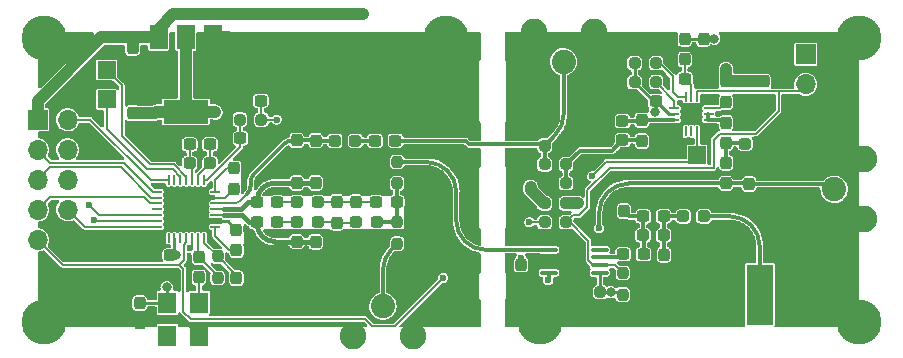
<source format=gtl>
%TF.GenerationSoftware,KiCad,Pcbnew,6.0.0*%
%TF.CreationDate,2022-01-11T02:49:14-08:00*%
%TF.ProjectId,ax5043,61783530-3433-42e6-9b69-6361645f7063,rev?*%
%TF.SameCoordinates,Original*%
%TF.FileFunction,Copper,L1,Top*%
%TF.FilePolarity,Positive*%
%FSLAX46Y46*%
G04 Gerber Fmt 4.6, Leading zero omitted, Abs format (unit mm)*
G04 Created by KiCad (PCBNEW 6.0.0) date 2022-01-11 02:49:14*
%MOMM*%
%LPD*%
G01*
G04 APERTURE LIST*
G04 Aperture macros list*
%AMRoundRect*
0 Rectangle with rounded corners*
0 $1 Rounding radius*
0 $2 $3 $4 $5 $6 $7 $8 $9 X,Y pos of 4 corners*
0 Add a 4 corners polygon primitive as box body*
4,1,4,$2,$3,$4,$5,$6,$7,$8,$9,$2,$3,0*
0 Add four circle primitives for the rounded corners*
1,1,$1+$1,$2,$3*
1,1,$1+$1,$4,$5*
1,1,$1+$1,$6,$7*
1,1,$1+$1,$8,$9*
0 Add four rect primitives between the rounded corners*
20,1,$1+$1,$2,$3,$4,$5,0*
20,1,$1+$1,$4,$5,$6,$7,0*
20,1,$1+$1,$6,$7,$8,$9,0*
20,1,$1+$1,$8,$9,$2,$3,0*%
G04 Aperture macros list end*
%TA.AperFunction,SMDPad,CuDef*%
%ADD10RoundRect,0.237500X-0.237500X0.300000X-0.237500X-0.300000X0.237500X-0.300000X0.237500X0.300000X0*%
%TD*%
%TA.AperFunction,SMDPad,CuDef*%
%ADD11RoundRect,0.237500X0.237500X-0.300000X0.237500X0.300000X-0.237500X0.300000X-0.237500X-0.300000X0*%
%TD*%
%TA.AperFunction,SMDPad,CuDef*%
%ADD12RoundRect,0.237500X-0.300000X-0.237500X0.300000X-0.237500X0.300000X0.237500X-0.300000X0.237500X0*%
%TD*%
%TA.AperFunction,SMDPad,CuDef*%
%ADD13RoundRect,0.237500X0.300000X0.237500X-0.300000X0.237500X-0.300000X-0.237500X0.300000X-0.237500X0*%
%TD*%
%TA.AperFunction,ComponentPad*%
%ADD14C,2.600000*%
%TD*%
%TA.AperFunction,ConnectorPad*%
%ADD15C,3.800000*%
%TD*%
%TA.AperFunction,SMDPad,CuDef*%
%ADD16RoundRect,0.062500X0.337500X0.062500X-0.337500X0.062500X-0.337500X-0.062500X0.337500X-0.062500X0*%
%TD*%
%TA.AperFunction,SMDPad,CuDef*%
%ADD17RoundRect,0.062500X0.062500X0.337500X-0.062500X0.337500X-0.062500X-0.337500X0.062500X-0.337500X0*%
%TD*%
%TA.AperFunction,ComponentPad*%
%ADD18C,0.600000*%
%TD*%
%TA.AperFunction,SMDPad,CuDef*%
%ADD19R,3.350000X3.350000*%
%TD*%
%TA.AperFunction,SMDPad,CuDef*%
%ADD20RoundRect,0.237500X-0.287500X-0.237500X0.287500X-0.237500X0.287500X0.237500X-0.287500X0.237500X0*%
%TD*%
%TA.AperFunction,SMDPad,CuDef*%
%ADD21RoundRect,0.237500X-0.237500X0.287500X-0.237500X-0.287500X0.237500X-0.287500X0.237500X0.287500X0*%
%TD*%
%TA.AperFunction,SMDPad,CuDef*%
%ADD22RoundRect,0.062500X-0.350000X-0.062500X0.350000X-0.062500X0.350000X0.062500X-0.350000X0.062500X0*%
%TD*%
%TA.AperFunction,SMDPad,CuDef*%
%ADD23RoundRect,0.062500X-0.062500X-0.350000X0.062500X-0.350000X0.062500X0.350000X-0.062500X0.350000X0*%
%TD*%
%TA.AperFunction,SMDPad,CuDef*%
%ADD24R,1.650000X1.650000*%
%TD*%
%TA.AperFunction,SMDPad,CuDef*%
%ADD25RoundRect,0.237500X0.237500X-0.287500X0.237500X0.287500X-0.237500X0.287500X-0.237500X-0.287500X0*%
%TD*%
%TA.AperFunction,ComponentPad*%
%ADD26R,1.700000X1.700000*%
%TD*%
%TA.AperFunction,ComponentPad*%
%ADD27O,1.700000X1.700000*%
%TD*%
%TA.AperFunction,SMDPad,CuDef*%
%ADD28R,1.540000X1.800000*%
%TD*%
%TA.AperFunction,SMDPad,CuDef*%
%ADD29RoundRect,0.237500X0.250000X0.237500X-0.250000X0.237500X-0.250000X-0.237500X0.250000X-0.237500X0*%
%TD*%
%TA.AperFunction,SMDPad,CuDef*%
%ADD30R,1.500000X1.500000*%
%TD*%
%TA.AperFunction,SMDPad,CuDef*%
%ADD31RoundRect,0.237500X0.237500X-0.250000X0.237500X0.250000X-0.237500X0.250000X-0.237500X-0.250000X0*%
%TD*%
%TA.AperFunction,SMDPad,CuDef*%
%ADD32RoundRect,0.237500X-0.237500X0.250000X-0.237500X-0.250000X0.237500X-0.250000X0.237500X0.250000X0*%
%TD*%
%TA.AperFunction,SMDPad,CuDef*%
%ADD33RoundRect,0.237500X-0.250000X-0.237500X0.250000X-0.237500X0.250000X0.237500X-0.250000X0.237500X0*%
%TD*%
%TA.AperFunction,SMDPad,CuDef*%
%ADD34RoundRect,0.237500X0.287500X0.237500X-0.287500X0.237500X-0.287500X-0.237500X0.287500X-0.237500X0*%
%TD*%
%TA.AperFunction,SMDPad,CuDef*%
%ADD35R,2.290000X5.080000*%
%TD*%
%TA.AperFunction,ComponentPad*%
%ADD36C,0.970000*%
%TD*%
%TA.AperFunction,SMDPad,CuDef*%
%ADD37R,0.460000X0.950000*%
%TD*%
%TA.AperFunction,SMDPad,CuDef*%
%ADD38R,2.420000X5.080000*%
%TD*%
%TA.AperFunction,ComponentPad*%
%ADD39C,2.050000*%
%TD*%
%TA.AperFunction,ComponentPad*%
%ADD40C,2.250000*%
%TD*%
%TA.AperFunction,SMDPad,CuDef*%
%ADD41RoundRect,0.100000X0.625000X0.100000X-0.625000X0.100000X-0.625000X-0.100000X0.625000X-0.100000X0*%
%TD*%
%TA.AperFunction,SMDPad,CuDef*%
%ADD42R,1.680000X1.880000*%
%TD*%
%TA.AperFunction,SMDPad,CuDef*%
%ADD43R,1.500000X2.000000*%
%TD*%
%TA.AperFunction,SMDPad,CuDef*%
%ADD44R,3.800000X2.000000*%
%TD*%
%TA.AperFunction,ViaPad*%
%ADD45C,1.000000*%
%TD*%
%TA.AperFunction,ViaPad*%
%ADD46C,0.600000*%
%TD*%
%TA.AperFunction,ViaPad*%
%ADD47C,0.800000*%
%TD*%
%TA.AperFunction,Conductor*%
%ADD48C,1.000000*%
%TD*%
%TA.AperFunction,Conductor*%
%ADD49C,0.254000*%
%TD*%
%TA.AperFunction,Conductor*%
%ADD50C,0.304800*%
%TD*%
%TA.AperFunction,Conductor*%
%ADD51C,0.200000*%
%TD*%
%TA.AperFunction,Conductor*%
%ADD52C,0.203200*%
%TD*%
%TA.AperFunction,Conductor*%
%ADD53C,0.381000*%
%TD*%
G04 APERTURE END LIST*
D10*
%TO.P,C101,1*%
%TO.N,+5V*%
X60500000Y-53837500D03*
%TO.P,C101,2*%
%TO.N,GND*%
X60500000Y-55562500D03*
%TD*%
D11*
%TO.P,C210,1*%
%TO.N,/PA/PAOUT*%
X112700000Y-65362500D03*
%TO.P,C210,2*%
%TO.N,GND*%
X112700000Y-63637500D03*
%TD*%
D12*
%TO.P,C116,1*%
%TO.N,/ANT_P*%
X71037500Y-68600000D03*
%TO.P,C116,2*%
%TO.N,Net-(C116-Pad2)*%
X72762500Y-68600000D03*
%TD*%
D13*
%TO.P,C120,1*%
%TO.N,Net-(C120-Pad1)*%
X82862500Y-66900000D03*
%TO.P,C120,2*%
%TO.N,Net-(C118-Pad2)*%
X81137500Y-66900000D03*
%TD*%
D12*
%TO.P,C107,1*%
%TO.N,Net-(C107-Pad1)*%
X69637500Y-61500000D03*
%TO.P,C107,2*%
%TO.N,GND*%
X71362500Y-61500000D03*
%TD*%
D14*
%TO.P,H201,1,1*%
%TO.N,GND*%
X95000000Y-77000000D03*
D15*
X95000000Y-77000000D03*
%TD*%
D16*
%TO.P,U103,1,VDD_ANA*%
%TO.N,Net-(C110-Pad1)*%
X67500000Y-69000000D03*
%TO.P,U103,2,GND*%
%TO.N,GND*%
X67500000Y-68500000D03*
%TO.P,U103,3,ANTP*%
%TO.N,/ANT_P*%
X67500000Y-68000000D03*
%TO.P,U103,4,ANTN*%
%TO.N,/ANT_N*%
X67500000Y-67500000D03*
%TO.P,U103,5,ANTP1*%
%TO.N,/ANTP1*%
X67500000Y-67000000D03*
%TO.P,U103,6,GND*%
%TO.N,GND*%
X67500000Y-66500000D03*
%TO.P,U103,7,VDD_ANA*%
%TO.N,Net-(C111-Pad1)*%
X67500000Y-66000000D03*
D17*
%TO.P,U103,8,FILT*%
%TO.N,Net-(C107-Pad1)*%
X66550000Y-65050000D03*
%TO.P,U103,9,L2*%
%TO.N,Net-(C108-Pad1)*%
X66050000Y-65050000D03*
%TO.P,U103,10,L1*%
%TO.N,Net-(C108-Pad2)*%
X65550000Y-65050000D03*
%TO.P,U103,11,DATA*%
%TO.N,Net-(TP101-Pad1)*%
X65050000Y-65050000D03*
%TO.P,U103,12,DCLK*%
%TO.N,Net-(TP102-Pad1)*%
X64550000Y-65050000D03*
%TO.P,U103,13,SYSCLK*%
%TO.N,unconnected-(U103-Pad13)*%
X64050000Y-65050000D03*
%TO.P,U103,14,SEL*%
%TO.N,/SEL*%
X63550000Y-65050000D03*
D16*
%TO.P,U103,15,CLK*%
%TO.N,/CLK*%
X62600000Y-66000000D03*
%TO.P,U103,16,MISO*%
%TO.N,/MISO*%
X62600000Y-66500000D03*
%TO.P,U103,17,MOSI*%
%TO.N,/MOSI*%
X62600000Y-67000000D03*
%TO.P,U103,18,NC*%
%TO.N,unconnected-(U103-Pad18)*%
X62600000Y-67500000D03*
%TO.P,U103,19,IRQ*%
%TO.N,/IRQ*%
X62600000Y-68000000D03*
%TO.P,U103,20,PWRAMP*%
%TO.N,/PWRAMP*%
X62600000Y-68500000D03*
%TO.P,U103,21,ANTSEL*%
%TO.N,/ANTSEL*%
X62600000Y-69000000D03*
D17*
%TO.P,U103,22,NC*%
%TO.N,unconnected-(U103-Pad22)*%
X63550000Y-69950000D03*
%TO.P,U103,23,VDD_IO*%
%TO.N,+3V3*%
X64050000Y-69950000D03*
%TO.P,U103,24,NC*%
%TO.N,unconnected-(U103-Pad24)*%
X64550000Y-69950000D03*
%TO.P,U103,25,GPADC1*%
%TO.N,/GPADC1*%
X65050000Y-69950000D03*
%TO.P,U103,26,GPADC2*%
%TO.N,/GPADC2*%
X65550000Y-69950000D03*
%TO.P,U103,27,CLK16N*%
%TO.N,Net-(C105-Pad2)*%
X66050000Y-69950000D03*
%TO.P,U103,28,CLK16P*%
%TO.N,Net-(C106-Pad2)*%
X66550000Y-69950000D03*
D18*
%TO.P,U103,29,GND*%
%TO.N,GND*%
X64050000Y-67500000D03*
D19*
X65050000Y-67500000D03*
D18*
X64050000Y-66500000D03*
X65050000Y-68500000D03*
X65050000Y-66500000D03*
X64050000Y-68500000D03*
X66050000Y-67500000D03*
X65050000Y-67500000D03*
X66050000Y-66500000D03*
X66050000Y-68500000D03*
%TD*%
D10*
%TO.P,C204,1*%
%TO.N,VDD*%
X108843750Y-53075000D03*
%TO.P,C204,2*%
%TO.N,GND*%
X108843750Y-54800000D03*
%TD*%
D20*
%TO.P,L204,1,1*%
%TO.N,Net-(C207-Pad2)*%
X112368750Y-61937500D03*
%TO.P,L204,2,2*%
%TO.N,GND*%
X114118750Y-61937500D03*
%TD*%
D21*
%TO.P,L205,1,1*%
%TO.N,Net-(C207-Pad2)*%
X110743750Y-63562500D03*
%TO.P,L205,2,2*%
%TO.N,/PA/PAOUT*%
X110743750Y-65312500D03*
%TD*%
D22*
%TO.P,U201,1,VBA1*%
%TO.N,Net-(R204-Pad2)*%
X106356250Y-58937500D03*
%TO.P,U201,2,VBIAS*%
%TO.N,VDD*%
X106356250Y-59437500D03*
%TO.P,U201,3,RF_IN*%
%TO.N,Net-(C202-Pad1)*%
X106356250Y-59937500D03*
D23*
%TO.P,U201,4,NC*%
%TO.N,unconnected-(U201-Pad4)*%
X107318750Y-60900000D03*
%TO.P,U201,5,NC*%
%TO.N,unconnected-(U201-Pad5)*%
X107818750Y-60900000D03*
%TO.P,U201,6,PDET*%
%TO.N,/GPADC1*%
X108318750Y-60900000D03*
D22*
%TO.P,U201,7,VCC2/RFOUT*%
%TO.N,Net-(C207-Pad1)*%
X109281250Y-59937500D03*
%TO.P,U201,8,VCC2/RFOUT*%
X109281250Y-59437500D03*
%TO.P,U201,9,VCC2/RFOUT*%
%TO.N,Net-(L203-Pad2)*%
X109281250Y-58937500D03*
D23*
%TO.P,U201,10,POWER_DOWN*%
%TO.N,/PA/RX{slash}~TX*%
X108318750Y-57975000D03*
%TO.P,U201,11,VCC1*%
%TO.N,Net-(C205-Pad1)*%
X107818750Y-57975000D03*
%TO.P,U201,12,VBA2*%
%TO.N,Net-(R205-Pad2)*%
X107318750Y-57975000D03*
D24*
%TO.P,U201,13,GND*%
%TO.N,GND*%
X107818750Y-59437500D03*
D18*
X107243750Y-60012500D03*
X107243750Y-58862500D03*
X108393750Y-60012500D03*
X108393750Y-58862500D03*
%TD*%
D12*
%TO.P,C115,1*%
%TO.N,/ANT_N*%
X71037500Y-66900000D03*
%TO.P,C115,2*%
%TO.N,Net-(C115-Pad2)*%
X72762500Y-66900000D03*
%TD*%
D25*
%TO.P,L109,1,1*%
%TO.N,Net-(C118-Pad2)*%
X79400000Y-66875000D03*
%TO.P,L109,2,2*%
%TO.N,GND*%
X79400000Y-65125000D03*
%TD*%
D13*
%TO.P,C202,1*%
%TO.N,Net-(C202-Pad1)*%
X101981250Y-60037500D03*
%TO.P,C202,2*%
%TO.N,GND*%
X100256250Y-60037500D03*
%TD*%
D20*
%TO.P,L111,1,1*%
%TO.N,Net-(C124-Pad2)*%
X107125000Y-68100000D03*
%TO.P,L111,2,2*%
%TO.N,/ANT*%
X108875000Y-68100000D03*
%TD*%
D26*
%TO.P,J203,1,Pin_1*%
%TO.N,VDD*%
X117500000Y-54375000D03*
D27*
%TO.P,J203,2,Pin_2*%
%TO.N,/PA/RX{slash}~TX*%
X117500000Y-56915000D03*
%TO.P,J203,3,Pin_3*%
%TO.N,GND*%
X117500000Y-59455000D03*
%TD*%
D10*
%TO.P,C206,1*%
%TO.N,/GPADC1*%
X93400000Y-72175000D03*
%TO.P,C206,2*%
%TO.N,GND*%
X93400000Y-73900000D03*
%TD*%
D20*
%TO.P,L106,1,1*%
%TO.N,Net-(C115-Pad2)*%
X74425000Y-66900000D03*
%TO.P,L106,2,2*%
%TO.N,Net-(C118-Pad2)*%
X76175000Y-66900000D03*
%TD*%
D26*
%TO.P,J101,1,Pin_1*%
%TO.N,+5V*%
X52460000Y-59920000D03*
D27*
%TO.P,J101,2,Pin_2*%
%TO.N,/SEL*%
X55000000Y-59920000D03*
%TO.P,J101,3,Pin_3*%
%TO.N,/CLK*%
X52460000Y-62460000D03*
%TO.P,J101,4,Pin_4*%
%TO.N,/PWRAMP*%
X55000000Y-62460000D03*
%TO.P,J101,5,Pin_5*%
%TO.N,/MISO*%
X52460000Y-65000000D03*
%TO.P,J101,6,Pin_6*%
%TO.N,/IRQ*%
X55000000Y-65000000D03*
%TO.P,J101,7,Pin_7*%
%TO.N,/MOSI*%
X52460000Y-67540000D03*
%TO.P,J101,8,Pin_8*%
%TO.N,/ANTSEL*%
X55000000Y-67540000D03*
%TO.P,J101,9,Pin_9*%
%TO.N,/GPADC1*%
X52460000Y-70080000D03*
%TO.P,J101,10,Pin_10*%
%TO.N,GND*%
X55000000Y-70080000D03*
%TD*%
D28*
%TO.P,U102,1,INH*%
%TO.N,unconnected-(U102-Pad1)*%
X63460000Y-78200000D03*
%TO.P,U102,2,GND*%
%TO.N,GND*%
X66140000Y-78200000D03*
%TO.P,U102,3,CLK*%
%TO.N,Net-(C105-Pad1)*%
X66140000Y-75400000D03*
%TO.P,U102,4,VCC*%
%TO.N,+3V3*%
X63460000Y-75400000D03*
%TD*%
D11*
%TO.P,C106,1*%
%TO.N,GND*%
X69300000Y-75062500D03*
%TO.P,C106,2*%
%TO.N,Net-(C106-Pad2)*%
X69300000Y-73337500D03*
%TD*%
D10*
%TO.P,C119,1*%
%TO.N,Net-(C119-Pad1)*%
X77800000Y-68637500D03*
%TO.P,C119,2*%
%TO.N,GND*%
X77800000Y-70362500D03*
%TD*%
%TO.P,C209,1*%
%TO.N,VDD*%
X113943750Y-56675000D03*
%TO.P,C209,2*%
%TO.N,GND*%
X113943750Y-58400000D03*
%TD*%
D21*
%TO.P,L103,1,1*%
%TO.N,/ANT_P*%
X74400000Y-70225000D03*
%TO.P,L103,2,2*%
%TO.N,GND*%
X74400000Y-71975000D03*
%TD*%
D29*
%TO.P,R203,1*%
%TO.N,Net-(C201-Pad1)*%
X97212500Y-65300000D03*
%TO.P,R203,2*%
%TO.N,GND*%
X95387500Y-65300000D03*
%TD*%
D30*
%TO.P,TP201,1,1*%
%TO.N,/GPADC1*%
X108300000Y-62900000D03*
%TD*%
D10*
%TO.P,C123,1*%
%TO.N,Net-(C122-Pad2)*%
X102100000Y-67637500D03*
%TO.P,C123,2*%
%TO.N,GND*%
X102100000Y-69362500D03*
%TD*%
D31*
%TO.P,R102,1*%
%TO.N,Net-(C105-Pad2)*%
X67700000Y-73312500D03*
%TO.P,R102,2*%
%TO.N,Net-(C106-Pad2)*%
X67700000Y-71487500D03*
%TD*%
D29*
%TO.P,C121,1*%
%TO.N,VDD*%
X100112500Y-74500000D03*
%TO.P,C121,2*%
%TO.N,GND*%
X98287500Y-74500000D03*
%TD*%
D30*
%TO.P,TP102,1,1*%
%TO.N,Net-(TP102-Pad1)*%
X58300000Y-58200000D03*
%TD*%
D32*
%TO.P,R104,1*%
%TO.N,Net-(R104-Pad1)*%
X82900000Y-63487500D03*
%TO.P,R104,2*%
%TO.N,Net-(C120-Pad1)*%
X82900000Y-65312500D03*
%TD*%
D33*
%TO.P,R202,1*%
%TO.N,/PA/RFin*%
X95387500Y-63700000D03*
%TO.P,R202,2*%
%TO.N,Net-(C201-Pad1)*%
X97212500Y-63700000D03*
%TD*%
D12*
%TO.P,C203,1*%
%TO.N,GND*%
X103056250Y-58337500D03*
%TO.P,C203,2*%
%TO.N,VDD*%
X104781250Y-58337500D03*
%TD*%
D33*
%TO.P,R103,1*%
%TO.N,/PWRAMP*%
X95387500Y-68600000D03*
%TO.P,R103,2*%
%TO.N,/PA/RX{slash}~TX*%
X97212500Y-68600000D03*
%TD*%
D10*
%TO.P,C207,1*%
%TO.N,Net-(C207-Pad1)*%
X110743750Y-60175000D03*
%TO.P,C207,2*%
%TO.N,Net-(C207-Pad2)*%
X110743750Y-61900000D03*
%TD*%
D15*
%TO.P,H101,1,1*%
%TO.N,GND*%
X53000000Y-77000000D03*
D14*
X53000000Y-77000000D03*
%TD*%
D21*
%TO.P,L203,1,1*%
%TO.N,VDD*%
X110743750Y-56662500D03*
%TO.P,L203,2,2*%
%TO.N,Net-(L203-Pad2)*%
X110743750Y-58412500D03*
%TD*%
D25*
%TO.P,L202,1,1*%
%TO.N,Net-(C205-Pad1)*%
X107243750Y-54812500D03*
%TO.P,L202,2,2*%
%TO.N,VDD*%
X107243750Y-53062500D03*
%TD*%
D34*
%TO.P,L108,1,1*%
%TO.N,Net-(C120-Pad1)*%
X81175000Y-68600000D03*
%TO.P,L108,2,2*%
%TO.N,Net-(C119-Pad1)*%
X79425000Y-68600000D03*
%TD*%
D10*
%TO.P,C118,1*%
%TO.N,GND*%
X77800000Y-65137500D03*
%TO.P,C118,2*%
%TO.N,Net-(C118-Pad2)*%
X77800000Y-66862500D03*
%TD*%
%TO.P,C114,1*%
%TO.N,/ANT_P*%
X76000000Y-70237500D03*
%TO.P,C114,2*%
%TO.N,GND*%
X76000000Y-71962500D03*
%TD*%
D35*
%TO.P,J103,1,In*%
%TO.N,/ANT*%
X113600000Y-74730000D03*
D36*
%TO.P,J103,2,Ext*%
%TO.N,GND*%
X109220000Y-71290000D03*
D37*
X117980000Y-71740000D03*
D38*
X109220000Y-74730000D03*
X117980000Y-74730000D03*
D36*
X117980000Y-71290000D03*
D37*
X109220000Y-71740000D03*
%TD*%
D14*
%TO.P,H102,1,1*%
%TO.N,GND*%
X53000000Y-53000000D03*
D15*
X53000000Y-53000000D03*
%TD*%
D32*
%TO.P,R105,1*%
%TO.N,/PA/RX{slash}~TX*%
X102000000Y-72887500D03*
%TO.P,R105,2*%
%TO.N,VDD*%
X102000000Y-74712500D03*
%TD*%
D15*
%TO.P,H203,1,1*%
%TO.N,GND*%
X122000000Y-53000000D03*
D14*
X122000000Y-53000000D03*
%TD*%
D11*
%TO.P,C110,1*%
%TO.N,Net-(C110-Pad1)*%
X69300000Y-70962500D03*
%TO.P,C110,2*%
%TO.N,GND*%
X69300000Y-69237500D03*
%TD*%
D29*
%TO.P,R206,1*%
%TO.N,VDD*%
X97212500Y-67000000D03*
%TO.P,R206,2*%
%TO.N,+5V*%
X95387500Y-67000000D03*
%TD*%
D20*
%TO.P,L107,1,1*%
%TO.N,Net-(C116-Pad2)*%
X74425000Y-68600000D03*
%TO.P,L107,2,2*%
%TO.N,Net-(C119-Pad1)*%
X76175000Y-68600000D03*
%TD*%
D10*
%TO.P,C111,1*%
%TO.N,Net-(C111-Pad1)*%
X69100000Y-64037500D03*
%TO.P,C111,2*%
%TO.N,GND*%
X69100000Y-65762500D03*
%TD*%
D39*
%TO.P,J102,1,In*%
%TO.N,/AX{slash}ANT*%
X81700000Y-75700000D03*
D40*
%TO.P,J102,2,Ext*%
%TO.N,GND*%
X79160000Y-78240000D03*
X84240000Y-78240000D03*
X84240000Y-73160000D03*
X79160000Y-73160000D03*
%TD*%
D20*
%TO.P,L101,1,1*%
%TO.N,Net-(C108-Pad2)*%
X65325000Y-63600000D03*
%TO.P,L101,2,2*%
%TO.N,Net-(C108-Pad1)*%
X67075000Y-63600000D03*
%TD*%
D25*
%TO.P,L104,1,1*%
%TO.N,/ANTP1*%
X76000000Y-61675000D03*
%TO.P,L104,2,2*%
%TO.N,GND*%
X76000000Y-59925000D03*
%TD*%
D39*
%TO.P,J201,1,In*%
%TO.N,/PA/RFin*%
X97000000Y-55000000D03*
D40*
%TO.P,J201,2,Ext*%
%TO.N,GND*%
X94460000Y-52460000D03*
X94460000Y-57540000D03*
X99540000Y-52460000D03*
X99540000Y-57540000D03*
%TD*%
D33*
%TO.P,R205,1*%
%TO.N,VDD*%
X103006250Y-55137500D03*
%TO.P,R205,2*%
%TO.N,Net-(R205-Pad2)*%
X104831250Y-55137500D03*
%TD*%
D10*
%TO.P,C208,1*%
%TO.N,VDD*%
X112343750Y-56675000D03*
%TO.P,C208,2*%
%TO.N,GND*%
X112343750Y-58400000D03*
%TD*%
D20*
%TO.P,L105,1,1*%
%TO.N,/ANTP1*%
X77625000Y-61700000D03*
%TO.P,L105,2,2*%
%TO.N,Net-(C117-Pad1)*%
X79375000Y-61700000D03*
%TD*%
D33*
%TO.P,R204,1*%
%TO.N,VDD*%
X103006250Y-56737500D03*
%TO.P,R204,2*%
%TO.N,Net-(R204-Pad2)*%
X104831250Y-56737500D03*
%TD*%
D13*
%TO.P,C104,1*%
%TO.N,/GPADC2*%
X71362500Y-58300000D03*
%TO.P,C104,2*%
%TO.N,GND*%
X69637500Y-58300000D03*
%TD*%
D12*
%TO.P,C124,1*%
%TO.N,Net-(C122-Pad2)*%
X103737500Y-68100000D03*
%TO.P,C124,2*%
%TO.N,Net-(C124-Pad2)*%
X105462500Y-68100000D03*
%TD*%
%TO.P,C205,1*%
%TO.N,Net-(C205-Pad1)*%
X107256250Y-56437500D03*
%TO.P,C205,2*%
%TO.N,GND*%
X108981250Y-56437500D03*
%TD*%
D10*
%TO.P,C103,1*%
%TO.N,+3V3*%
X61100000Y-75437500D03*
%TO.P,C103,2*%
%TO.N,GND*%
X61100000Y-77162500D03*
%TD*%
D30*
%TO.P,TP101,1,1*%
%TO.N,Net-(TP101-Pad1)*%
X58300000Y-55700000D03*
%TD*%
D32*
%TO.P,R106,1*%
%TO.N,Net-(C120-Pad1)*%
X82900000Y-68587500D03*
%TO.P,R106,2*%
%TO.N,/AX{slash}ANT*%
X82900000Y-70412500D03*
%TD*%
D33*
%TO.P,R201,1*%
%TO.N,/PA/RFin*%
X95387500Y-62100000D03*
%TO.P,R201,2*%
%TO.N,GND*%
X97212500Y-62100000D03*
%TD*%
D21*
%TO.P,L102,1,1*%
%TO.N,GND*%
X74400000Y-63525000D03*
%TO.P,L102,2,2*%
%TO.N,/ANT_N*%
X74400000Y-65275000D03*
%TD*%
D41*
%TO.P,U104,1,V2/VDD*%
%TO.N,VDD*%
X100050000Y-72875000D03*
%TO.P,U104,2,V1*%
%TO.N,/PA/RX{slash}~TX*%
X100050000Y-72225000D03*
%TO.P,U104,3,RFC*%
%TO.N,Net-(C122-Pad1)*%
X100050000Y-71575000D03*
%TO.P,U104,4,NC*%
%TO.N,unconnected-(U104-Pad4)*%
X100050000Y-70925000D03*
%TO.P,U104,5,RF1*%
%TO.N,Net-(R104-Pad1)*%
X95750000Y-70925000D03*
%TO.P,U104,6,GND*%
%TO.N,GND*%
X95750000Y-71575000D03*
%TO.P,U104,7,GND*%
X95750000Y-72225000D03*
%TO.P,U104,8,RF2*%
%TO.N,/PA/PAOUT*%
X95750000Y-72875000D03*
D42*
%TO.P,U104,9,GND*%
%TO.N,GND*%
X97900000Y-71900000D03*
%TD*%
D11*
%TO.P,C105,1*%
%TO.N,Net-(C105-Pad1)*%
X66100000Y-73262500D03*
%TO.P,C105,2*%
%TO.N,Net-(C105-Pad2)*%
X66100000Y-71537500D03*
%TD*%
D10*
%TO.P,C113,1*%
%TO.N,GND*%
X76000000Y-63537500D03*
%TO.P,C113,2*%
%TO.N,/ANT_N*%
X76000000Y-65262500D03*
%TD*%
D14*
%TO.P,H202,1,1*%
%TO.N,GND*%
X122000000Y-77000000D03*
D15*
X122000000Y-77000000D03*
%TD*%
D13*
%TO.P,C201,1*%
%TO.N,Net-(C201-Pad1)*%
X101981250Y-61637500D03*
%TO.P,C201,2*%
%TO.N,GND*%
X100256250Y-61637500D03*
%TD*%
D39*
%TO.P,J202,1,In*%
%TO.N,/PA/PAOUT*%
X119900000Y-65800000D03*
D40*
%TO.P,J202,2,Ext*%
%TO.N,GND*%
X122440000Y-63260000D03*
X117360000Y-68340000D03*
X122440000Y-68340000D03*
X117360000Y-63260000D03*
%TD*%
D20*
%TO.P,L110,1,1*%
%TO.N,Net-(C122-Pad2)*%
X103725000Y-69700000D03*
%TO.P,L110,2,2*%
%TO.N,Net-(C124-Pad2)*%
X105475000Y-69700000D03*
%TD*%
D10*
%TO.P,C125,1*%
%TO.N,Net-(C124-Pad2)*%
X105500000Y-71337500D03*
%TO.P,C125,2*%
%TO.N,GND*%
X105500000Y-73062500D03*
%TD*%
D25*
%TO.P,L201,1,1*%
%TO.N,Net-(C201-Pad1)*%
X103618750Y-61712500D03*
%TO.P,L201,2,2*%
%TO.N,Net-(C202-Pad1)*%
X103618750Y-59962500D03*
%TD*%
D11*
%TO.P,C102,1*%
%TO.N,+3V3*%
X60500000Y-59362500D03*
%TO.P,C102,2*%
%TO.N,GND*%
X60500000Y-57637500D03*
%TD*%
D14*
%TO.P,H103,1,1*%
%TO.N,GND*%
X87000000Y-53000000D03*
D15*
X87000000Y-53000000D03*
%TD*%
D33*
%TO.P,R101,1*%
%TO.N,Net-(C107-Pad1)*%
X69587500Y-59900000D03*
%TO.P,R101,2*%
%TO.N,/GPADC2*%
X71412500Y-59900000D03*
%TD*%
D12*
%TO.P,C122,1*%
%TO.N,Net-(C122-Pad1)*%
X102037500Y-71300000D03*
%TO.P,C122,2*%
%TO.N,Net-(C122-Pad2)*%
X103762500Y-71300000D03*
%TD*%
%TO.P,C117,1*%
%TO.N,Net-(C117-Pad1)*%
X81037500Y-61700000D03*
%TO.P,C117,2*%
%TO.N,/PA/RFin*%
X82762500Y-61700000D03*
%TD*%
D11*
%TO.P,C112,1*%
%TO.N,/ANTP1*%
X74400000Y-61662500D03*
%TO.P,C112,2*%
%TO.N,GND*%
X74400000Y-59937500D03*
%TD*%
D12*
%TO.P,C109,1*%
%TO.N,GND*%
X61975000Y-71400000D03*
%TO.P,C109,2*%
%TO.N,+3V3*%
X63700000Y-71400000D03*
%TD*%
D13*
%TO.P,C108,1*%
%TO.N,Net-(C108-Pad1)*%
X67062500Y-62000000D03*
%TO.P,C108,2*%
%TO.N,Net-(C108-Pad2)*%
X65337500Y-62000000D03*
%TD*%
D43*
%TO.P,U101,1,GND*%
%TO.N,GND*%
X67300000Y-52950000D03*
%TO.P,U101,2,VO*%
%TO.N,+3V3*%
X65000000Y-52950000D03*
D44*
X65000000Y-59250000D03*
D43*
%TO.P,U101,3,VI*%
%TO.N,+5V*%
X62700000Y-52950000D03*
%TD*%
D45*
%TO.N,+5V*%
X80000000Y-51000000D03*
X94200000Y-65600000D03*
D46*
%TO.N,GND*%
X109400000Y-67200000D03*
X103000000Y-67200000D03*
X72800000Y-61600000D03*
X115200000Y-77200000D03*
X104600000Y-61500000D03*
X113500000Y-66100000D03*
X80800000Y-69600000D03*
X71900000Y-70800000D03*
X99300000Y-61900000D03*
X82400000Y-72100000D03*
X96800000Y-53500000D03*
X94500000Y-73100000D03*
X89100000Y-69600000D03*
X98700000Y-68800000D03*
X77900000Y-69700000D03*
X101700000Y-62800000D03*
X106400000Y-71900000D03*
X96500000Y-66100000D03*
X87400000Y-61100000D03*
X82300000Y-74300000D03*
X109800000Y-58200000D03*
X113300000Y-68400000D03*
X97900000Y-64500000D03*
X85200000Y-62600000D03*
X81100000Y-72900000D03*
X81100000Y-73600000D03*
X115100000Y-66000000D03*
X96300000Y-63000000D03*
X83900000Y-66200000D03*
X96300000Y-59900000D03*
X92500000Y-63000000D03*
X94500000Y-72300000D03*
X86000000Y-64200000D03*
X96000000Y-60600000D03*
X97600000Y-60100000D03*
X113800000Y-69100000D03*
X107900000Y-65900000D03*
X94200000Y-70300000D03*
X92600000Y-70300000D03*
X77600000Y-62700000D03*
X100400000Y-69800000D03*
X109500000Y-65900000D03*
X98200000Y-63800000D03*
X73000000Y-63300000D03*
X107900000Y-68900000D03*
X86700000Y-63100000D03*
X102800000Y-60800000D03*
X114200000Y-70700000D03*
X107700000Y-64700000D03*
X115200000Y-74100000D03*
X108500000Y-64700000D03*
X82900000Y-74800000D03*
X109000000Y-58200000D03*
X98500000Y-54800000D03*
X81900000Y-64300000D03*
X79100000Y-60700000D03*
X99600000Y-69800000D03*
X103100000Y-65900000D03*
X85200000Y-64100000D03*
X105300000Y-64700000D03*
X105400000Y-67100000D03*
X112200000Y-71800000D03*
X114000000Y-62900000D03*
X113200000Y-62900000D03*
X83900000Y-64600000D03*
X94000000Y-61100000D03*
X83400000Y-71300000D03*
X103800000Y-67100000D03*
X96900000Y-72500000D03*
X73500000Y-63900000D03*
X114800000Y-62900000D03*
X111700000Y-60500000D03*
X72000000Y-66100000D03*
X106200000Y-68900000D03*
X83900000Y-69300000D03*
X114300000Y-64700000D03*
X110200000Y-68700000D03*
X110200000Y-67500000D03*
X81100000Y-72200000D03*
X115200000Y-75700000D03*
X80200000Y-75600000D03*
X82300000Y-72900000D03*
X120100000Y-64300000D03*
X112500000Y-69400000D03*
X75200000Y-66100000D03*
X104500000Y-64700000D03*
X116700000Y-64700000D03*
X85200000Y-61100000D03*
X106500000Y-71100000D03*
X115200000Y-72500000D03*
X114300000Y-61000000D03*
X72800000Y-65900000D03*
X97600000Y-57700000D03*
X103900000Y-65900000D03*
X72400000Y-63900000D03*
X97300000Y-60800000D03*
X83900000Y-70700000D03*
X110300000Y-66300000D03*
X109800000Y-60600000D03*
X98200000Y-54100000D03*
X87500000Y-62300000D03*
X94900000Y-73900000D03*
X76900000Y-64500000D03*
X111800000Y-68900000D03*
X97600000Y-53600000D03*
X112900000Y-70100000D03*
X89500000Y-63000000D03*
X106500000Y-69500000D03*
D47*
X101300000Y-69700000D03*
D46*
X111100000Y-66300000D03*
X111700000Y-63800000D03*
X121300000Y-66200000D03*
X109300000Y-64700000D03*
D47*
X114000000Y-59300000D03*
D46*
X97300000Y-72000000D03*
X113500000Y-64700000D03*
X97600000Y-59300000D03*
X74300000Y-60600000D03*
X84400000Y-62600000D03*
X95600000Y-74300000D03*
X83900000Y-67000000D03*
X112600000Y-67900000D03*
X118300000Y-64700000D03*
X109500000Y-69000000D03*
X109000000Y-61600000D03*
X111900000Y-66200000D03*
X80100000Y-60800000D03*
X111700000Y-59700000D03*
X88600000Y-66500000D03*
X84400000Y-64100000D03*
X83900000Y-67800000D03*
X77100000Y-60800000D03*
X102900000Y-70500000D03*
X95900000Y-56000000D03*
X101300000Y-64900000D03*
X96800000Y-71500000D03*
X118300000Y-66000000D03*
D45*
X67300000Y-54500000D03*
D46*
X96300000Y-64100000D03*
X80300000Y-62700000D03*
X100800000Y-69100000D03*
X104000000Y-62700000D03*
X95500000Y-61100000D03*
X115200000Y-74900000D03*
X105800000Y-60600000D03*
X96300000Y-74100000D03*
X81900000Y-66000000D03*
X96300000Y-59100000D03*
X118700000Y-66700000D03*
X83200000Y-75600000D03*
D47*
X68644134Y-74855866D03*
D46*
X116700000Y-66000000D03*
X82900000Y-60700000D03*
X99400000Y-68500000D03*
X101200000Y-70600000D03*
X86000000Y-62600000D03*
X93200000Y-61000000D03*
X92500000Y-61000000D03*
X87100000Y-65300000D03*
X81000000Y-65900000D03*
X81600000Y-70800000D03*
X100700000Y-68300000D03*
X96300000Y-57500000D03*
X119400000Y-67200000D03*
X87300000Y-66100000D03*
X97900000Y-56200000D03*
X82300000Y-73600000D03*
X82700000Y-71500000D03*
X71700000Y-64600000D03*
X114900000Y-71700000D03*
X87400000Y-69300000D03*
X77400000Y-71200000D03*
X99400000Y-67700000D03*
X83900000Y-65400000D03*
X97800000Y-69700000D03*
X88100000Y-62900000D03*
X100200000Y-63100000D03*
X79300000Y-65900000D03*
X104300000Y-60800000D03*
X72200000Y-62200000D03*
X87300000Y-67700000D03*
X96100000Y-53800000D03*
X112000000Y-72600000D03*
X81300000Y-71500000D03*
X97100000Y-73900000D03*
X106200000Y-67200000D03*
X86800000Y-61100000D03*
X101500000Y-66300000D03*
X73500000Y-70900000D03*
X115000000Y-61200000D03*
X111000000Y-67500000D03*
X105800000Y-72300000D03*
X106600000Y-60500000D03*
X74300000Y-62700000D03*
X100000000Y-65900000D03*
X114200000Y-71500000D03*
D47*
X61000000Y-71400000D03*
D46*
X102100000Y-70300000D03*
X88200000Y-70600000D03*
X104600000Y-62200000D03*
X97600000Y-56900000D03*
X79400000Y-62700000D03*
X83600000Y-62600000D03*
D47*
X115100000Y-62000000D03*
D46*
X76000000Y-62700000D03*
X111700000Y-64500000D03*
X78400000Y-71100000D03*
X108700000Y-69100000D03*
X82000000Y-62700000D03*
X88400000Y-64900000D03*
X75200000Y-69400000D03*
X73600000Y-66000000D03*
X72500000Y-64600000D03*
X115900000Y-64700000D03*
X103200000Y-62700000D03*
X78800000Y-70200000D03*
X103000000Y-68900000D03*
X88600000Y-65700000D03*
X113000000Y-71700000D03*
X117500000Y-66000000D03*
X87300000Y-68500000D03*
X84400000Y-61100000D03*
X102900000Y-64700000D03*
X96300000Y-56700000D03*
X106100000Y-64700000D03*
X112000000Y-76500000D03*
X88600000Y-68100000D03*
X112000000Y-75800000D03*
X105000000Y-72300000D03*
X103700000Y-64700000D03*
X107100000Y-69100000D03*
X107000000Y-67100000D03*
X117500000Y-64700000D03*
X108700000Y-65900000D03*
X100700000Y-67600000D03*
D47*
X100917250Y-61600000D03*
D46*
X83900000Y-68600000D03*
X105000000Y-60600000D03*
X81100000Y-74300000D03*
X86700000Y-62300000D03*
X72700000Y-70900000D03*
X81900000Y-65100000D03*
X70000000Y-64700000D03*
X94800000Y-61100000D03*
D45*
X68600000Y-52999998D03*
D46*
X71100000Y-65200000D03*
X102100000Y-64700000D03*
D47*
X99098500Y-74600000D03*
D46*
X93400000Y-70300000D03*
X96300000Y-58300000D03*
D47*
X96198500Y-65300000D03*
D46*
X97500000Y-70400000D03*
X120900000Y-64700000D03*
X106400000Y-70300000D03*
X98600000Y-72000000D03*
X80200000Y-65900000D03*
X78500000Y-62700000D03*
X96900000Y-61400000D03*
X83900000Y-70000000D03*
X71600000Y-62800000D03*
D47*
X103795101Y-58911000D03*
D46*
X111800000Y-67600000D03*
X102300000Y-66000000D03*
X81800000Y-69600000D03*
X120900000Y-66900000D03*
X73500000Y-62800000D03*
X95600000Y-54400000D03*
X115100000Y-64700000D03*
D47*
X112400000Y-59300000D03*
D46*
X87700000Y-70000000D03*
X112000000Y-77200000D03*
X120200000Y-67300000D03*
X95700000Y-70200000D03*
X81200000Y-62700000D03*
X115200000Y-73300000D03*
X75100000Y-62700000D03*
X98500000Y-61900000D03*
X89400000Y-61000000D03*
X104700000Y-65900000D03*
X97400000Y-71200000D03*
X88600000Y-67300000D03*
X88000000Y-64200000D03*
X121300000Y-65400000D03*
X81100000Y-60700000D03*
D47*
X100917250Y-60100000D03*
D46*
X73400000Y-61000000D03*
X73300000Y-64600000D03*
X98200000Y-65100000D03*
X71200000Y-70400000D03*
X95500000Y-55200000D03*
X112000000Y-73400000D03*
X114200000Y-69900000D03*
X115900000Y-66000000D03*
X89600000Y-70100000D03*
X75400000Y-71100000D03*
X119100000Y-64500000D03*
X89500000Y-71600000D03*
X80500000Y-74800000D03*
X104600000Y-70500000D03*
X98400000Y-55600000D03*
X79800000Y-69600000D03*
X76400000Y-71200000D03*
X82000000Y-60900000D03*
X109200000Y-60600000D03*
X70900000Y-63400000D03*
D47*
X96401500Y-62100000D03*
D46*
X70100000Y-69200000D03*
X78400000Y-65900000D03*
X77000000Y-65900000D03*
X104200000Y-72300000D03*
X86700000Y-64600000D03*
X76100000Y-60600000D03*
X112400000Y-62900000D03*
X97800000Y-73400000D03*
X110000000Y-64500000D03*
X102700000Y-72100000D03*
X107800000Y-67200000D03*
X106900000Y-64700000D03*
X112000000Y-74200000D03*
X78100000Y-60800000D03*
X95000000Y-71600000D03*
X88700000Y-68900000D03*
X86000000Y-61100000D03*
X108600000Y-67100000D03*
X76800000Y-62700000D03*
X77000000Y-69500000D03*
X107100000Y-65900000D03*
X95000000Y-70300000D03*
X98700000Y-63100000D03*
X99600000Y-66600000D03*
X98300000Y-72800000D03*
X100600000Y-65300000D03*
X115200000Y-76500000D03*
X87300000Y-66900000D03*
X97600000Y-58500000D03*
X83600000Y-61000000D03*
X105500000Y-65900000D03*
X74400000Y-71200000D03*
X104600000Y-67200000D03*
D45*
X60500000Y-56600000D03*
D46*
X87400000Y-63600000D03*
X99500000Y-63100000D03*
X70300000Y-64000000D03*
X112700000Y-66400000D03*
X102400000Y-62600000D03*
D47*
X108218750Y-55737500D03*
D46*
X88800000Y-63000000D03*
X112000000Y-75000000D03*
X114300000Y-66000000D03*
X106300000Y-65900000D03*
X111000000Y-68700000D03*
X103400000Y-72300000D03*
X111600000Y-63000000D03*
X104600000Y-68900000D03*
X70700000Y-69800000D03*
X92500000Y-71600000D03*
X77000000Y-63700000D03*
X94300000Y-71600000D03*
X75200000Y-60700000D03*
X93100000Y-63000000D03*
X100900000Y-66900000D03*
X78800000Y-69500000D03*
D47*
X106400000Y-73100000D03*
D46*
X81900000Y-63500000D03*
X113000000Y-70900000D03*
D47*
%TO.N,+3V3*%
X63400000Y-74100000D03*
D45*
X62500000Y-59300000D03*
D47*
X64206280Y-71400000D03*
D45*
X67500000Y-59300000D03*
D46*
%TO.N,/GPADC2*%
X72700000Y-59900000D03*
X65380125Y-70781199D03*
D47*
%TO.N,VDD*%
X109743750Y-53037500D03*
X104718750Y-59237500D03*
D45*
X98200000Y-67000000D03*
D47*
X101000000Y-74500000D03*
D45*
X110743750Y-55637500D03*
D46*
%TO.N,/IRQ*%
X56800000Y-67100000D03*
%TO.N,/GPADC1*%
X99400000Y-64700000D03*
X86800001Y-73300001D03*
X93400000Y-71600000D03*
%TO.N,/PWRAMP*%
X94100000Y-68600000D03*
X57200000Y-68400000D03*
%TO.N,/PA/PAOUT*%
X100000002Y-69100000D03*
X95700000Y-73500000D03*
%TD*%
D48*
%TO.N,+5V*%
X57850000Y-52950000D02*
X60650000Y-52950000D01*
X60500000Y-53837500D02*
X60500000Y-53100000D01*
X62700000Y-52246978D02*
X63946978Y-51000000D01*
X52460000Y-58340000D02*
X57850000Y-52950000D01*
X63946978Y-51000000D02*
X80000000Y-51000000D01*
X60650000Y-52950000D02*
X62700000Y-52950000D01*
X62700000Y-52950000D02*
X62700000Y-52246978D01*
X94200000Y-65821908D02*
X95378092Y-67000000D01*
X60500000Y-53100000D02*
X60650000Y-52950000D01*
X95378092Y-67000000D02*
X95387500Y-67000000D01*
X52460000Y-59920000D02*
X52460000Y-58340000D01*
X94200000Y-65600000D02*
X94200000Y-65821908D01*
D49*
%TO.N,GND*%
X108218750Y-55425000D02*
X108843750Y-54800000D01*
X108918750Y-56437500D02*
X108218750Y-55737500D01*
D50*
X97212500Y-62100000D02*
X96401500Y-62100000D01*
D49*
X66140000Y-78200000D02*
X64740000Y-76800000D01*
X61462500Y-76800000D02*
X61100000Y-77162500D01*
X103221601Y-58337500D02*
X103795101Y-58911000D01*
X64740000Y-76800000D02*
X61462500Y-76800000D01*
D50*
X105500000Y-73062500D02*
X106362500Y-73062500D01*
D49*
X68562500Y-68500000D02*
X67500000Y-68500000D01*
D50*
X106362500Y-73062500D02*
X106400000Y-73100000D01*
D49*
X61975000Y-71400000D02*
X61000000Y-71400000D01*
X108981250Y-56437500D02*
X108918750Y-56437500D01*
D50*
X115037500Y-61937500D02*
X115100000Y-62000000D01*
X112343750Y-58400000D02*
X112343750Y-59243750D01*
X113943750Y-58400000D02*
X113943750Y-59243750D01*
D48*
X67300000Y-52950000D02*
X68550000Y-52950000D01*
D50*
X101637500Y-69362500D02*
X101300000Y-69700000D01*
D48*
X67300000Y-52950000D02*
X67300000Y-54500000D01*
D49*
X108218750Y-55737500D02*
X108218750Y-55425000D01*
D50*
X100256250Y-60037500D02*
X100854750Y-60037500D01*
D51*
X67500000Y-66500000D02*
X66050000Y-66500000D01*
D50*
X100256250Y-61637500D02*
X100879750Y-61637500D01*
X98998500Y-74500000D02*
X99098500Y-74600000D01*
D51*
X68362500Y-66500000D02*
X69100000Y-65762500D01*
D50*
X100854750Y-60037500D02*
X100917250Y-60100000D01*
D49*
X67500000Y-68500000D02*
X66050000Y-68500000D01*
X103056250Y-58337500D02*
X103221601Y-58337500D01*
D51*
X67500000Y-66500000D02*
X68362500Y-66500000D01*
D50*
X102100000Y-69362500D02*
X101637500Y-69362500D01*
X95387500Y-65300000D02*
X96198500Y-65300000D01*
X113943750Y-59243750D02*
X114000000Y-59300000D01*
D48*
X68550000Y-52950000D02*
X68600000Y-53000000D01*
D50*
X114118750Y-61937500D02*
X115037500Y-61937500D01*
D49*
X69300000Y-69237500D02*
X68562500Y-68500000D01*
D50*
X112343750Y-59243750D02*
X112400000Y-59300000D01*
X98287500Y-74500000D02*
X98998500Y-74500000D01*
X100879750Y-61637500D02*
X100917250Y-61600000D01*
D48*
X60500000Y-57637500D02*
X60500000Y-56600000D01*
%TO.N,+3V3*%
X60500000Y-59362500D02*
X62437500Y-59362500D01*
X67450000Y-59250000D02*
X67500000Y-59300000D01*
X65000000Y-52950000D02*
X65000000Y-59250000D01*
D49*
X63460000Y-75400000D02*
X63460000Y-74160000D01*
D48*
X65000000Y-59250000D02*
X62550000Y-59250000D01*
X62550000Y-59250000D02*
X62500000Y-59300000D01*
X65000000Y-59250000D02*
X67450000Y-59250000D01*
D49*
X63460000Y-74160000D02*
X63400000Y-74100000D01*
X63862500Y-71400000D02*
X64368780Y-71400000D01*
X64050000Y-71212500D02*
X63862500Y-71400000D01*
X64050000Y-69950000D02*
X64050000Y-71212500D01*
X61100000Y-75462500D02*
X63397500Y-75462500D01*
D48*
X62437500Y-59362500D02*
X62500000Y-59300000D01*
D49*
X63397500Y-75462500D02*
X63460000Y-75400000D01*
D52*
%TO.N,/GPADC2*%
X71362500Y-58300000D02*
X71362500Y-59850000D01*
X71362500Y-59850000D02*
X71412500Y-59900000D01*
D51*
X65550000Y-69950000D02*
X65550000Y-70611324D01*
X65550000Y-70611324D02*
X65380125Y-70781199D01*
X72700000Y-59900000D02*
X71412500Y-59900000D01*
D49*
%TO.N,VDD*%
X103006250Y-56737500D02*
X103006250Y-55137500D01*
X109706250Y-53075000D02*
X109743750Y-53037500D01*
X106381250Y-59437500D02*
X105881250Y-59437500D01*
X100062500Y-74450000D02*
X100112500Y-74500000D01*
X104606250Y-58337500D02*
X103006250Y-56737500D01*
X104781250Y-58337500D02*
X104606250Y-58337500D01*
X100062500Y-72875000D02*
X100062500Y-74450000D01*
X104781250Y-58337500D02*
X104781250Y-59175000D01*
X108843750Y-53075000D02*
X109706250Y-53075000D01*
D48*
X110743750Y-56662500D02*
X110743750Y-55637500D01*
X110743750Y-56662500D02*
X112331250Y-56662500D01*
D49*
X104781250Y-59175000D02*
X104718750Y-59237500D01*
X101000000Y-74500000D02*
X101787500Y-74500000D01*
D48*
X113943750Y-56675000D02*
X112343750Y-56675000D01*
D49*
X101787500Y-74500000D02*
X102000000Y-74712500D01*
D48*
X97212500Y-67000000D02*
X98200000Y-67000000D01*
X112331250Y-56662500D02*
X112343750Y-56675000D01*
D49*
X100112500Y-74500000D02*
X101000000Y-74500000D01*
X108831250Y-53062500D02*
X108843750Y-53075000D01*
X107243750Y-53062500D02*
X108831250Y-53062500D01*
X105881250Y-59437500D02*
X104781250Y-58337500D01*
D52*
%TO.N,/ANTSEL*%
X55000000Y-67540000D02*
X56460000Y-69000000D01*
X56460000Y-69000000D02*
X62600000Y-69000000D01*
%TO.N,/CLK*%
X59793395Y-63538111D02*
X62255284Y-66000000D01*
X62255284Y-66000000D02*
X62600000Y-66000000D01*
X52460000Y-62460000D02*
X53538111Y-63538111D01*
X53538111Y-63538111D02*
X59793395Y-63538111D01*
%TO.N,/MISO*%
X52460000Y-65000000D02*
X53538111Y-63921889D01*
X62100000Y-66500000D02*
X62600000Y-66500000D01*
X59521889Y-63921889D02*
X62100000Y-66500000D01*
X53538111Y-63921889D02*
X59521889Y-63921889D01*
%TO.N,/IRQ*%
X62600000Y-68000000D02*
X57700000Y-68000000D01*
X57700000Y-68000000D02*
X56800000Y-67100000D01*
%TO.N,/MOSI*%
X53538111Y-66461889D02*
X61461889Y-66461889D01*
X62000000Y-67000000D02*
X62600000Y-67000000D01*
X61461889Y-66461889D02*
X62000000Y-67000000D01*
X52460000Y-67540000D02*
X53538111Y-66461889D01*
%TO.N,/GPADC1*%
X54580000Y-72200000D02*
X61000000Y-72200000D01*
X64852024Y-71805040D02*
X64852024Y-70501127D01*
X93400000Y-72175000D02*
X93400000Y-71600000D01*
X64800000Y-72542936D02*
X64800000Y-76186222D01*
X100600000Y-63500000D02*
X99400000Y-64700000D01*
X82700000Y-77400000D02*
X80800000Y-77400000D01*
X108318750Y-62881250D02*
X108300000Y-62900000D01*
X65413778Y-76800000D02*
X80200000Y-76800000D01*
X80200000Y-76800000D02*
X80800000Y-77400000D01*
X108300000Y-62900000D02*
X107700000Y-63500000D01*
X61000000Y-72200000D02*
X64457064Y-72200000D01*
X86800000Y-73300002D02*
X82700000Y-77400000D01*
X65050000Y-70303151D02*
X65050000Y-69950000D01*
X64800000Y-76186222D02*
X65413778Y-76800000D01*
X64457064Y-72200000D02*
X64852024Y-71805040D01*
X64852024Y-70501127D02*
X65050000Y-70303151D01*
X108318750Y-60900000D02*
X108318750Y-62881250D01*
X64457064Y-72200000D02*
X64800000Y-72542936D01*
X52460000Y-70080000D02*
X54580000Y-72200000D01*
X107700000Y-63500000D02*
X100600000Y-63500000D01*
%TO.N,/SEL*%
X55000000Y-59920000D02*
X56920000Y-59920000D01*
X62050000Y-65050000D02*
X63550000Y-65050000D01*
X56920000Y-59920000D02*
X62050000Y-65050000D01*
D50*
%TO.N,/PA/RFin*%
X95387500Y-62100000D02*
X95287500Y-62000000D01*
X88700000Y-61700000D02*
X82762500Y-61700000D01*
X96267767Y-61219733D02*
X95387500Y-62100000D01*
X95387500Y-63700000D02*
X95387500Y-62100000D01*
X97000000Y-55000000D02*
X97000000Y-59451966D01*
X95287500Y-62000000D02*
X89000000Y-62000000D01*
X89000000Y-62000000D02*
X88700000Y-61700000D01*
X96267767Y-61219733D02*
G75*
G03*
X97000000Y-59451966I-1767764J1767765D01*
G01*
D51*
%TO.N,/PWRAMP*%
X57300000Y-68500000D02*
X57200000Y-68400000D01*
X62600000Y-68500000D02*
X57300000Y-68500000D01*
X94100000Y-68600000D02*
X95387500Y-68600000D01*
D52*
%TO.N,Net-(C105-Pad1)*%
X66140000Y-73302500D02*
X66140000Y-75400000D01*
X66100000Y-73262500D02*
X66140000Y-73302500D01*
%TO.N,Net-(C105-Pad2)*%
X67700000Y-73137500D02*
X66100000Y-71537500D01*
X67700000Y-73312500D02*
X67700000Y-73137500D01*
X66050000Y-69950000D02*
X66050000Y-71487500D01*
X66050000Y-71487500D02*
X66100000Y-71537500D01*
%TO.N,Net-(C106-Pad2)*%
X69200000Y-72987500D02*
X69200000Y-73337500D01*
X66550000Y-70337500D02*
X67700000Y-71487500D01*
X67700000Y-71487500D02*
X69200000Y-72987500D01*
X66550000Y-69950000D02*
X66550000Y-70337500D01*
%TO.N,Net-(C107-Pad1)*%
X69637500Y-62220986D02*
X69637500Y-61500000D01*
X66550000Y-65050000D02*
X66808486Y-65050000D01*
X69587500Y-59900000D02*
X69587500Y-61450000D01*
X69587500Y-61450000D02*
X69637500Y-61500000D01*
X66808486Y-65050000D02*
X69637500Y-62220986D01*
%TO.N,Net-(C108-Pad1)*%
X67075000Y-62012500D02*
X67062500Y-62000000D01*
X67075000Y-63600000D02*
X67075000Y-62012500D01*
X66050000Y-64625000D02*
X67075000Y-63600000D01*
X66050000Y-65050000D02*
X66050000Y-64625000D01*
%TO.N,Net-(C108-Pad2)*%
X65550000Y-63825000D02*
X65325000Y-63600000D01*
X65550000Y-65050000D02*
X65550000Y-63825000D01*
X65325000Y-63600000D02*
X65325000Y-62012500D01*
X65325000Y-62012500D02*
X65337500Y-62000000D01*
%TO.N,Net-(C110-Pad1)*%
X67500000Y-69000000D02*
X67500000Y-69800000D01*
X67500000Y-69800000D02*
X68662500Y-70962500D01*
X68662500Y-70962500D02*
X69300000Y-70962500D01*
D51*
%TO.N,Net-(C111-Pad1)*%
X68462500Y-64037500D02*
X69100000Y-64037500D01*
X67500000Y-66000000D02*
X67500000Y-65000000D01*
X67500000Y-65000000D02*
X68462500Y-64037500D01*
D52*
%TO.N,Net-(C115-Pad2)*%
X72762500Y-66900000D02*
X74425000Y-66900000D01*
%TO.N,Net-(C116-Pad2)*%
X72762500Y-68600000D02*
X74425000Y-68600000D01*
%TO.N,Net-(C118-Pad2)*%
X77762500Y-66900000D02*
X77800000Y-66862500D01*
X79400000Y-66875000D02*
X81112500Y-66875000D01*
X81112500Y-66875000D02*
X81137500Y-66900000D01*
X79387500Y-66862500D02*
X79400000Y-66875000D01*
X76175000Y-66900000D02*
X77762500Y-66900000D01*
X77800000Y-66862500D02*
X79387500Y-66862500D01*
%TO.N,Net-(C119-Pad1)*%
X77762500Y-68600000D02*
X77800000Y-68637500D01*
X77800000Y-68637500D02*
X79387500Y-68637500D01*
X79387500Y-68637500D02*
X79425000Y-68600000D01*
X76175000Y-68600000D02*
X77762500Y-68600000D01*
D50*
%TO.N,Net-(C201-Pad1)*%
X101099261Y-62519489D02*
X101981250Y-61637500D01*
X101981250Y-61637500D02*
X103543750Y-61637500D01*
X103543750Y-61637500D02*
X103618750Y-61712500D01*
X98393011Y-62519489D02*
X101099261Y-62519489D01*
X97212500Y-65300000D02*
X97212500Y-63700000D01*
X97212500Y-63700000D02*
X98393011Y-62519489D01*
D52*
%TO.N,Net-(C205-Pad1)*%
X107256250Y-54825000D02*
X107243750Y-54812500D01*
X107818750Y-58000000D02*
X107818750Y-57000000D01*
X107256250Y-56437500D02*
X107256250Y-54825000D01*
X107818750Y-57000000D02*
X107256250Y-56437500D01*
%TO.N,Net-(L203-Pad2)*%
X109256250Y-58937500D02*
X110218750Y-58937500D01*
X110218750Y-58937500D02*
X110743750Y-58412500D01*
D50*
%TO.N,Net-(R104-Pad1)*%
X82900000Y-63487500D02*
X85400000Y-63487500D01*
X90400000Y-70925000D02*
X95737500Y-70925000D01*
X87900000Y-65987500D02*
X87900000Y-68425000D01*
X87900000Y-65987500D02*
G75*
G03*
X85400000Y-63487500I-2500000J0D01*
G01*
X90400000Y-70925000D02*
G75*
G02*
X87900000Y-68425000I0J2500000D01*
G01*
D52*
%TO.N,Net-(R204-Pad2)*%
X106381250Y-58937500D02*
X106381250Y-58287500D01*
X106381250Y-58287500D02*
X104831250Y-56737500D01*
%TO.N,Net-(R205-Pad2)*%
X105118750Y-55137500D02*
X104831250Y-55137500D01*
X106218750Y-56237500D02*
X105118750Y-55137500D01*
X106218750Y-57537500D02*
X106218750Y-56237500D01*
X106681250Y-58000000D02*
X106218750Y-57537500D01*
X107318750Y-58000000D02*
X106681250Y-58000000D01*
%TO.N,Net-(TP101-Pad1)*%
X64010998Y-63700000D02*
X62000000Y-63700000D01*
X59600000Y-61300000D02*
X59600000Y-57000000D01*
X62000000Y-63700000D02*
X59600000Y-61300000D01*
X59600000Y-57000000D02*
X58300000Y-55700000D01*
X65050000Y-65050000D02*
X65050000Y-64739002D01*
X65050000Y-64739002D02*
X64010998Y-63700000D01*
%TO.N,Net-(TP102-Pad1)*%
X64550000Y-64739002D02*
X63910998Y-64100000D01*
X64550000Y-65050000D02*
X64550000Y-64739002D01*
X61700000Y-64100000D02*
X58300000Y-60700000D01*
X63910998Y-64100000D02*
X61700000Y-64100000D01*
X58300000Y-60700000D02*
X58300000Y-58200000D01*
D53*
%TO.N,/ANT_N*%
X71037500Y-66900000D02*
X70300000Y-66900000D01*
D51*
X68259737Y-67500000D02*
X68263737Y-67496000D01*
D53*
X69704000Y-67496000D02*
X68263737Y-67496000D01*
X74412500Y-65262500D02*
X74400000Y-65275000D01*
D51*
X67500000Y-67500000D02*
X68259737Y-67500000D01*
D53*
X70300000Y-66900000D02*
X69704000Y-67496000D01*
X71037500Y-66900000D02*
X71037500Y-66775000D01*
X74400000Y-65275000D02*
X72537500Y-65275000D01*
X76000000Y-65262500D02*
X74412500Y-65262500D01*
X71037500Y-66775000D02*
G75*
G02*
X72537500Y-65275000I1500001J-1D01*
G01*
%TO.N,/ANT_P*%
X71037500Y-68600000D02*
X70400000Y-68600000D01*
D51*
X67500000Y-68000000D02*
X68259737Y-68000000D01*
D53*
X69804000Y-68004000D02*
X68263737Y-68004000D01*
X74400000Y-70225000D02*
X75987500Y-70225000D01*
X71037500Y-68600000D02*
X71037500Y-68725000D01*
X72537500Y-70225000D02*
X74400000Y-70225000D01*
D51*
X68259737Y-68000000D02*
X68263737Y-68004000D01*
D53*
X75987500Y-70225000D02*
X76000000Y-70237500D01*
X70400000Y-68600000D02*
X69804000Y-68004000D01*
X71037500Y-68725000D02*
G75*
G03*
X72537500Y-70225000I1500001J1D01*
G01*
D50*
%TO.N,/AX{slash}ANT*%
X82900000Y-70412500D02*
X82432233Y-70880267D01*
X81700000Y-72648034D02*
X81700000Y-75700000D01*
X82432233Y-70880267D02*
G75*
G03*
X81700000Y-72648034I1767764J-1767765D01*
G01*
%TO.N,Net-(C120-Pad1)*%
X81175000Y-68600000D02*
X82887500Y-68600000D01*
X82887500Y-68600000D02*
X82900000Y-68587500D01*
X82900000Y-66937500D02*
X82862500Y-66900000D01*
X82862500Y-66900000D02*
X82862500Y-65350000D01*
X82900000Y-68587500D02*
X82900000Y-66937500D01*
X82862500Y-65350000D02*
X82900000Y-65312500D01*
D51*
%TO.N,/ANTP1*%
X69692893Y-66707107D02*
X70207107Y-66192893D01*
D50*
X70792893Y-64507107D02*
X73344607Y-61955393D01*
X76000000Y-61675000D02*
X77600000Y-61675000D01*
X77600000Y-61675000D02*
X77625000Y-61700000D01*
D51*
X67500000Y-67000000D02*
X68985786Y-67000000D01*
D50*
X74400000Y-61662500D02*
X75987500Y-61662500D01*
X74051714Y-61662500D02*
X74400000Y-61662500D01*
X75987500Y-61662500D02*
X76000000Y-61675000D01*
X70500000Y-65485786D02*
X70500000Y-65214214D01*
D51*
X68985786Y-66999999D02*
G75*
G03*
X69692892Y-66707106I3J999993D01*
G01*
D50*
X70207107Y-66192893D02*
G75*
G03*
X70500000Y-65485786I-707106J707106D01*
G01*
X73344607Y-61955393D02*
G75*
G02*
X74051714Y-61662500I707106J-707106D01*
G01*
X70792893Y-64507107D02*
G75*
G03*
X70500000Y-65214214I707106J-707106D01*
G01*
%TO.N,Net-(C117-Pad1)*%
X79375000Y-61700000D02*
X81037500Y-61700000D01*
%TO.N,/PA/PAOUT*%
X95737500Y-73462500D02*
X95700000Y-73500000D01*
X110743750Y-65312500D02*
X102500000Y-65312500D01*
X112700000Y-65362500D02*
X119462500Y-65362500D01*
X112650000Y-65312500D02*
X112700000Y-65362500D01*
X100000000Y-69099998D02*
X100000002Y-69100000D01*
X95737500Y-72875000D02*
X95737500Y-73462500D01*
X100000000Y-67812500D02*
X100000000Y-69099998D01*
X110743750Y-65312500D02*
X112650000Y-65312500D01*
X119462500Y-65362500D02*
X119900000Y-65800000D01*
X100000000Y-67812500D02*
G75*
G02*
X102500000Y-65312500I2500000J0D01*
G01*
%TO.N,/ANT*%
X113600000Y-70600000D02*
X113600000Y-74730000D01*
X108875000Y-68100000D02*
X111100000Y-68100000D01*
X113600000Y-70600000D02*
G75*
G03*
X111100000Y-68100000I-2500000J0D01*
G01*
%TO.N,Net-(C122-Pad1)*%
X100062500Y-71575000D02*
X101762500Y-71575000D01*
X101762500Y-71575000D02*
X102037500Y-71300000D01*
%TO.N,Net-(C122-Pad2)*%
X103737500Y-68100000D02*
X102562500Y-68100000D01*
X103762500Y-71300000D02*
X103762500Y-69737500D01*
X102562500Y-68100000D02*
X102100000Y-67637500D01*
X103725000Y-68112500D02*
X103737500Y-68100000D01*
X103762500Y-69737500D02*
X103725000Y-69700000D01*
X103725000Y-69700000D02*
X103725000Y-68112500D01*
%TO.N,Net-(C124-Pad2)*%
X105475000Y-69700000D02*
X105475000Y-68112500D01*
X107125000Y-68100000D02*
X105462500Y-68100000D01*
X105475000Y-71312500D02*
X105500000Y-71337500D01*
X105475000Y-69700000D02*
X105475000Y-71312500D01*
X105475000Y-68112500D02*
X105462500Y-68100000D01*
%TO.N,Net-(C202-Pad1)*%
X103543750Y-60037500D02*
X103618750Y-59962500D01*
X101981250Y-60037500D02*
X103543750Y-60037500D01*
X103643750Y-59937500D02*
X103618750Y-59962500D01*
X106381250Y-59937500D02*
X103643750Y-59937500D01*
D52*
%TO.N,/PA/RX{slash}~TX*%
X108318750Y-57500000D02*
X108318750Y-58000000D01*
X115200000Y-57500000D02*
X108318750Y-57500000D01*
X99000000Y-65900000D02*
X100900000Y-64000000D01*
X116915000Y-57500000D02*
X115200000Y-57500000D01*
X109700000Y-61600000D02*
X110200000Y-61100000D01*
X99096880Y-71810911D02*
X99096880Y-70146880D01*
X99096880Y-70146880D02*
X97550000Y-68600000D01*
X115200000Y-59215000D02*
X115200000Y-57500000D01*
X99510969Y-72225000D02*
X99096880Y-71810911D01*
X102000000Y-72887500D02*
X101337500Y-72225000D01*
X117500000Y-56915000D02*
X116915000Y-57500000D01*
X99000000Y-67300000D02*
X99000000Y-65900000D01*
X97212500Y-68600000D02*
X97812500Y-68000000D01*
X109700000Y-64000000D02*
X109700000Y-61600000D01*
X100900000Y-64000000D02*
X109700000Y-64000000D01*
X110200000Y-61100000D02*
X113315000Y-61100000D01*
X98300000Y-68000000D02*
X99000000Y-67300000D01*
X113315000Y-61100000D02*
X115200000Y-59215000D01*
X97550000Y-68600000D02*
X97212500Y-68600000D01*
X97812500Y-68000000D02*
X98300000Y-68000000D01*
X101337500Y-72225000D02*
X99510969Y-72225000D01*
D50*
%TO.N,Net-(C207-Pad2)*%
X110743750Y-61900000D02*
X112331250Y-61900000D01*
X110743750Y-61900000D02*
X110743750Y-63562500D01*
X112331250Y-61900000D02*
X112368750Y-61937500D01*
%TO.N,Net-(C207-Pad1)*%
X109256250Y-59937500D02*
X110506250Y-59937500D01*
X109256250Y-59437500D02*
X109256250Y-59937500D01*
X110506250Y-59937500D02*
X110743750Y-60175000D01*
%TD*%
%TA.AperFunction,Conductor*%
%TO.N,GND*%
G36*
X106602822Y-52520002D02*
G01*
X106649315Y-52573658D01*
X106659419Y-52643932D01*
X106655497Y-52661362D01*
X106651626Y-52669282D01*
X106650215Y-52678957D01*
X106642135Y-52734342D01*
X106641250Y-52740405D01*
X106641251Y-53384594D01*
X106651811Y-53456337D01*
X106667073Y-53487422D01*
X106700513Y-53555530D01*
X106705365Y-53565413D01*
X106791363Y-53651261D01*
X106900532Y-53704624D01*
X106933249Y-53709397D01*
X106967129Y-53714340D01*
X106967133Y-53714340D01*
X106971655Y-53715000D01*
X107242712Y-53715000D01*
X107515844Y-53714999D01*
X107587587Y-53704439D01*
X107640733Y-53678345D01*
X107687315Y-53655475D01*
X107687316Y-53655474D01*
X107696663Y-53650885D01*
X107749953Y-53597502D01*
X107775153Y-53572258D01*
X107775153Y-53572257D01*
X107782511Y-53564887D01*
X107788566Y-53552501D01*
X107805123Y-53518627D01*
X107835874Y-53455718D01*
X107840383Y-53424811D01*
X107870009Y-53360291D01*
X107929815Y-53322031D01*
X107965063Y-53317000D01*
X108118810Y-53317000D01*
X108186931Y-53337002D01*
X108233424Y-53390658D01*
X108243467Y-53424651D01*
X108246226Y-53443394D01*
X108251811Y-53481337D01*
X108256128Y-53490129D01*
X108300439Y-53580379D01*
X108305365Y-53590413D01*
X108391363Y-53676261D01*
X108500532Y-53729624D01*
X108533249Y-53734397D01*
X108567129Y-53739340D01*
X108567133Y-53739340D01*
X108571655Y-53740000D01*
X108842712Y-53740000D01*
X109115844Y-53739999D01*
X109187587Y-53729439D01*
X109247298Y-53700122D01*
X109287315Y-53680475D01*
X109287316Y-53680474D01*
X109296663Y-53675885D01*
X109382511Y-53589887D01*
X109387085Y-53580530D01*
X109393132Y-53572052D01*
X109395900Y-53574026D01*
X109431664Y-53534878D01*
X109500286Y-53516671D01*
X109545195Y-53526219D01*
X109598412Y-53548262D01*
X109598417Y-53548263D01*
X109606045Y-53551423D01*
X109743750Y-53569552D01*
X109751938Y-53568474D01*
X109779185Y-53564887D01*
X109881455Y-53551423D01*
X109889082Y-53548264D01*
X109889085Y-53548263D01*
X109965354Y-53516671D01*
X110009776Y-53498271D01*
X110087308Y-53438779D01*
X110113422Y-53418741D01*
X110119968Y-53413718D01*
X110128594Y-53402477D01*
X110178834Y-53337002D01*
X110204521Y-53303526D01*
X110257673Y-53175205D01*
X110275802Y-53037500D01*
X110257673Y-52899795D01*
X110204521Y-52771474D01*
X110151752Y-52702704D01*
X110126152Y-52636484D01*
X110140417Y-52566935D01*
X110190018Y-52516139D01*
X110251715Y-52500000D01*
X121874000Y-52500000D01*
X121942121Y-52520002D01*
X121988614Y-52573658D01*
X122000000Y-52626000D01*
X122000000Y-77374000D01*
X121979998Y-77442121D01*
X121926342Y-77488614D01*
X121874000Y-77500000D01*
X114976391Y-77500000D01*
X114908270Y-77479998D01*
X114861777Y-77426342D01*
X114851673Y-77356068D01*
X114859225Y-77328544D01*
X114865102Y-77319748D01*
X114872500Y-77282558D01*
X114872500Y-72177442D01*
X114869228Y-72160991D01*
X114867523Y-72152422D01*
X114865102Y-72140252D01*
X114845494Y-72110906D01*
X114843815Y-72108394D01*
X114836922Y-72098078D01*
X114794748Y-72069898D01*
X114782578Y-72067477D01*
X114763623Y-72063706D01*
X114763618Y-72063706D01*
X114757558Y-72062500D01*
X114005900Y-72062500D01*
X113937779Y-72042498D01*
X113891286Y-71988842D01*
X113879900Y-71936500D01*
X113879900Y-70635513D01*
X113881557Y-70616573D01*
X113881515Y-70615330D01*
X113884218Y-70600000D01*
X113884280Y-70600000D01*
X113866773Y-70288260D01*
X113814472Y-69980439D01*
X113728035Y-69680411D01*
X113692155Y-69593788D01*
X113609904Y-69395214D01*
X113609901Y-69395209D01*
X113608550Y-69391946D01*
X113584259Y-69347994D01*
X113524423Y-69239730D01*
X113457517Y-69118674D01*
X113455030Y-69115168D01*
X113373150Y-68999769D01*
X113276838Y-68864030D01*
X113116843Y-68684996D01*
X113071128Y-68633841D01*
X113068783Y-68631217D01*
X112835970Y-68423162D01*
X112614263Y-68265853D01*
X112584214Y-68244532D01*
X112584212Y-68244531D01*
X112581326Y-68242483D01*
X112308054Y-68091450D01*
X112304791Y-68090099D01*
X112304786Y-68090096D01*
X112022858Y-67973319D01*
X112022857Y-67973319D01*
X112019589Y-67971965D01*
X111994407Y-67964710D01*
X111929775Y-67946090D01*
X111719561Y-67885528D01*
X111411740Y-67833227D01*
X111100000Y-67815720D01*
X111100000Y-67815782D01*
X111086372Y-67818185D01*
X111086366Y-67818186D01*
X111064487Y-67820100D01*
X109626835Y-67820100D01*
X109558714Y-67800098D01*
X109513732Y-67749631D01*
X109467975Y-67656435D01*
X109467974Y-67656434D01*
X109463385Y-67647087D01*
X109408141Y-67591939D01*
X109384758Y-67568597D01*
X109384757Y-67568597D01*
X109377387Y-67561239D01*
X109268218Y-67507876D01*
X109235501Y-67503103D01*
X109201621Y-67498160D01*
X109201617Y-67498160D01*
X109197095Y-67497500D01*
X108876228Y-67497500D01*
X108552906Y-67497501D01*
X108481163Y-67508061D01*
X108428017Y-67534155D01*
X108381435Y-67557025D01*
X108381434Y-67557026D01*
X108372087Y-67561615D01*
X108286239Y-67647613D01*
X108232876Y-67756782D01*
X108228795Y-67784756D01*
X108223639Y-67820100D01*
X108222500Y-67827905D01*
X108222501Y-68372094D01*
X108233061Y-68443837D01*
X108237378Y-68452629D01*
X108281764Y-68543032D01*
X108286615Y-68552913D01*
X108319612Y-68585852D01*
X108364909Y-68631070D01*
X108372613Y-68638761D01*
X108481782Y-68692124D01*
X108510208Y-68696271D01*
X108548379Y-68701840D01*
X108548383Y-68701840D01*
X108552905Y-68702500D01*
X108873772Y-68702500D01*
X109197094Y-68702499D01*
X109268837Y-68691939D01*
X109324599Y-68664561D01*
X109368565Y-68642975D01*
X109368566Y-68642974D01*
X109377913Y-68638385D01*
X109434986Y-68581212D01*
X109456403Y-68559758D01*
X109456403Y-68559757D01*
X109463761Y-68552387D01*
X109513532Y-68450565D01*
X109561418Y-68398150D01*
X109626732Y-68379900D01*
X111064487Y-68379900D01*
X111086366Y-68381814D01*
X111100000Y-68384218D01*
X111110855Y-68382304D01*
X111121879Y-68382304D01*
X111121879Y-68382540D01*
X111133078Y-68381901D01*
X111359996Y-68395627D01*
X111375100Y-68397461D01*
X111623807Y-68443038D01*
X111638580Y-68446679D01*
X111879989Y-68521905D01*
X111894207Y-68527297D01*
X112124780Y-68631070D01*
X112138252Y-68638140D01*
X112146249Y-68642975D01*
X112354641Y-68768953D01*
X112367162Y-68777596D01*
X112519371Y-68896843D01*
X112557794Y-68926945D01*
X112566200Y-68933531D01*
X112577589Y-68943621D01*
X112756379Y-69122411D01*
X112766469Y-69133800D01*
X112922404Y-69332838D01*
X112931047Y-69345359D01*
X113022340Y-69496375D01*
X113061287Y-69560800D01*
X113061859Y-69561747D01*
X113068929Y-69575218D01*
X113161978Y-69781963D01*
X113172701Y-69805789D01*
X113178095Y-69820011D01*
X113231024Y-69989866D01*
X113253321Y-70061420D01*
X113256962Y-70076193D01*
X113302539Y-70324900D01*
X113304373Y-70340004D01*
X113318099Y-70566922D01*
X113317460Y-70578121D01*
X113317696Y-70578121D01*
X113317696Y-70589145D01*
X113315782Y-70600000D01*
X113317696Y-70610855D01*
X113318186Y-70613634D01*
X113320100Y-70635513D01*
X113320100Y-71936500D01*
X113300098Y-72004621D01*
X113246442Y-72051114D01*
X113194100Y-72062500D01*
X112442442Y-72062500D01*
X112436382Y-72063706D01*
X112436377Y-72063706D01*
X112417422Y-72067477D01*
X112405252Y-72069898D01*
X112363078Y-72098078D01*
X112356185Y-72108394D01*
X112354507Y-72110906D01*
X112334898Y-72140252D01*
X112332477Y-72152422D01*
X112330773Y-72160991D01*
X112327500Y-72177442D01*
X112327500Y-77282558D01*
X112334898Y-77319748D01*
X112340226Y-77327721D01*
X112347607Y-77396369D01*
X112315829Y-77459857D01*
X112254772Y-77496085D01*
X112223609Y-77500000D01*
X92126000Y-77500000D01*
X92057879Y-77479998D01*
X92011386Y-77426342D01*
X92000000Y-77374000D01*
X92000000Y-75220075D01*
X92020002Y-75151954D01*
X92056062Y-75115915D01*
X92071507Y-75111384D01*
X92077778Y-75104157D01*
X92086488Y-75100197D01*
X92096981Y-75083946D01*
X92107669Y-75069711D01*
X92108485Y-75068771D01*
X92108485Y-75068770D01*
X92120348Y-75055100D01*
X92121721Y-75045631D01*
X92126911Y-75037593D01*
X92127000Y-75036979D01*
X92127000Y-75018313D01*
X92128304Y-75000231D01*
X92128445Y-74999260D01*
X92131042Y-74981350D01*
X92129073Y-74977019D01*
X92129735Y-74972460D01*
X92127000Y-74972460D01*
X92127000Y-73018313D01*
X92128304Y-73000231D01*
X92128371Y-72999769D01*
X92128714Y-72997406D01*
X94897500Y-72997406D01*
X94899511Y-73007514D01*
X94904484Y-73032514D01*
X94910700Y-73063766D01*
X94917592Y-73074081D01*
X94917593Y-73074083D01*
X94918528Y-73075482D01*
X94960982Y-73139018D01*
X94971298Y-73145911D01*
X95025917Y-73182407D01*
X95025919Y-73182408D01*
X95036234Y-73189300D01*
X95048401Y-73191720D01*
X95048403Y-73191721D01*
X95081525Y-73198309D01*
X95102594Y-73202500D01*
X95170377Y-73202500D01*
X95238498Y-73222502D01*
X95284991Y-73276158D01*
X95295095Y-73346432D01*
X95290871Y-73365341D01*
X95290793Y-73365596D01*
X95286976Y-73373726D01*
X95283697Y-73394784D01*
X95276138Y-73443335D01*
X95268136Y-73494724D01*
X95269300Y-73503626D01*
X95269300Y-73503629D01*
X95282850Y-73607246D01*
X95284014Y-73616145D01*
X95333333Y-73728230D01*
X95412127Y-73821968D01*
X95514064Y-73889823D01*
X95587699Y-73912828D01*
X95605422Y-73918365D01*
X95630948Y-73926340D01*
X95753383Y-73928584D01*
X95770638Y-73923880D01*
X95834520Y-73906464D01*
X95871527Y-73896375D01*
X95975881Y-73832301D01*
X96058058Y-73741513D01*
X96111451Y-73631311D01*
X96114003Y-73616145D01*
X96130960Y-73515348D01*
X96131767Y-73510552D01*
X96131896Y-73500000D01*
X96123729Y-73442975D01*
X96115809Y-73387667D01*
X96115808Y-73387664D01*
X96114536Y-73378781D01*
X96110822Y-73370613D01*
X96108848Y-73363861D01*
X96108928Y-73292864D01*
X96147380Y-73233182D01*
X96211994Y-73203762D01*
X96229784Y-73202500D01*
X96397406Y-73202500D01*
X96418475Y-73198309D01*
X96451597Y-73191721D01*
X96451599Y-73191720D01*
X96463766Y-73189300D01*
X96474081Y-73182408D01*
X96474083Y-73182407D01*
X96528702Y-73145911D01*
X96539018Y-73139018D01*
X96581472Y-73075482D01*
X96582407Y-73074083D01*
X96582408Y-73074081D01*
X96589300Y-73063766D01*
X96595517Y-73032514D01*
X96600489Y-73007514D01*
X96602500Y-72997406D01*
X96602500Y-72752594D01*
X96598309Y-72731525D01*
X96591721Y-72698403D01*
X96591720Y-72698401D01*
X96589300Y-72686234D01*
X96582408Y-72675919D01*
X96582407Y-72675917D01*
X96545911Y-72621298D01*
X96539018Y-72610982D01*
X96528702Y-72604089D01*
X96474083Y-72567593D01*
X96474081Y-72567592D01*
X96463766Y-72560700D01*
X96451599Y-72558280D01*
X96451597Y-72558279D01*
X96409974Y-72550000D01*
X96397406Y-72547500D01*
X95102594Y-72547500D01*
X95090026Y-72550000D01*
X95048403Y-72558279D01*
X95048401Y-72558280D01*
X95036234Y-72560700D01*
X95025919Y-72567592D01*
X95025917Y-72567593D01*
X94971298Y-72604089D01*
X94960982Y-72610982D01*
X94954089Y-72621298D01*
X94917593Y-72675917D01*
X94917592Y-72675919D01*
X94910700Y-72686234D01*
X94908280Y-72698401D01*
X94908279Y-72698403D01*
X94901691Y-72731525D01*
X94897500Y-72752594D01*
X94897500Y-72997406D01*
X92128714Y-72997406D01*
X92131042Y-72981350D01*
X92123549Y-72964871D01*
X92123549Y-72964869D01*
X92123034Y-72963736D01*
X92116831Y-72947059D01*
X92116481Y-72945865D01*
X92116480Y-72945863D01*
X92111384Y-72928493D01*
X92104157Y-72922222D01*
X92100197Y-72913512D01*
X92083946Y-72903019D01*
X92069711Y-72892331D01*
X92055099Y-72879651D01*
X92056072Y-72878530D01*
X92019937Y-72847159D01*
X92000000Y-72779139D01*
X92000000Y-71330900D01*
X92020002Y-71262779D01*
X92073658Y-71216286D01*
X92126000Y-71204900D01*
X92914836Y-71204900D01*
X92982957Y-71224902D01*
X93029450Y-71278558D01*
X93039554Y-71348832D01*
X93028891Y-71384448D01*
X92986976Y-71473726D01*
X92985595Y-71482595D01*
X92982145Y-71504752D01*
X92951900Y-71568984D01*
X92946818Y-71574383D01*
X92868599Y-71652739D01*
X92868596Y-71652743D01*
X92861239Y-71660113D01*
X92856666Y-71669469D01*
X92856665Y-71669470D01*
X92849187Y-71684768D01*
X92807876Y-71769282D01*
X92806464Y-71778962D01*
X92801458Y-71813278D01*
X92797500Y-71840405D01*
X92797501Y-72509594D01*
X92808061Y-72581337D01*
X92824534Y-72614889D01*
X92856763Y-72680530D01*
X92861615Y-72690413D01*
X92868985Y-72697770D01*
X92939936Y-72768597D01*
X92947613Y-72776261D01*
X92956969Y-72780834D01*
X92956970Y-72780835D01*
X92990933Y-72797436D01*
X93056782Y-72829624D01*
X93089499Y-72834397D01*
X93123379Y-72839340D01*
X93123383Y-72839340D01*
X93127905Y-72840000D01*
X93398962Y-72840000D01*
X93672094Y-72839999D01*
X93743837Y-72829439D01*
X93796983Y-72803345D01*
X93843565Y-72780475D01*
X93843566Y-72780474D01*
X93852913Y-72775885D01*
X93930260Y-72698403D01*
X93931403Y-72697258D01*
X93931403Y-72697257D01*
X93938761Y-72689887D01*
X93944817Y-72677499D01*
X93972288Y-72621298D01*
X93992124Y-72580718D01*
X93998166Y-72539300D01*
X94001840Y-72514121D01*
X94001840Y-72514117D01*
X94002500Y-72509595D01*
X94002499Y-71840406D01*
X93991939Y-71768663D01*
X93965008Y-71713812D01*
X93942975Y-71668935D01*
X93942974Y-71668934D01*
X93938385Y-71659587D01*
X93931015Y-71652230D01*
X93931013Y-71652227D01*
X93853840Y-71575189D01*
X93819760Y-71512907D01*
X93818135Y-71503908D01*
X93814536Y-71478781D01*
X93771010Y-71383050D01*
X93761024Y-71312761D01*
X93790624Y-71248229D01*
X93850414Y-71209945D01*
X93885711Y-71204900D01*
X94946529Y-71204900D01*
X95016530Y-71226135D01*
X95025914Y-71232405D01*
X95025917Y-71232406D01*
X95036234Y-71239300D01*
X95048401Y-71241720D01*
X95048403Y-71241721D01*
X95081525Y-71248309D01*
X95102594Y-71252500D01*
X96397406Y-71252500D01*
X96418475Y-71248309D01*
X96451597Y-71241721D01*
X96451599Y-71241720D01*
X96463766Y-71239300D01*
X96474081Y-71232408D01*
X96474083Y-71232407D01*
X96528702Y-71195911D01*
X96539018Y-71189018D01*
X96559106Y-71158955D01*
X96582407Y-71124083D01*
X96582408Y-71124081D01*
X96589300Y-71113766D01*
X96592187Y-71099256D01*
X96600635Y-71056782D01*
X96602500Y-71047406D01*
X96602500Y-70802594D01*
X96595815Y-70768985D01*
X96591721Y-70748403D01*
X96591720Y-70748401D01*
X96589300Y-70736234D01*
X96582408Y-70725919D01*
X96582407Y-70725917D01*
X96545911Y-70671298D01*
X96539018Y-70660982D01*
X96527912Y-70653561D01*
X96474083Y-70617593D01*
X96474081Y-70617592D01*
X96463766Y-70610700D01*
X96451599Y-70608280D01*
X96451597Y-70608279D01*
X96407772Y-70599562D01*
X96397406Y-70597500D01*
X95102594Y-70597500D01*
X95092228Y-70599562D01*
X95048403Y-70608279D01*
X95048401Y-70608280D01*
X95036234Y-70610700D01*
X95025917Y-70617594D01*
X95025914Y-70617595D01*
X95016530Y-70623865D01*
X94946529Y-70645100D01*
X92126000Y-70645100D01*
X92057879Y-70625098D01*
X92011386Y-70571442D01*
X92000000Y-70519100D01*
X92000000Y-69220075D01*
X92020002Y-69151954D01*
X92056062Y-69115915D01*
X92071507Y-69111384D01*
X92077778Y-69104157D01*
X92086488Y-69100197D01*
X92096981Y-69083946D01*
X92107669Y-69069711D01*
X92108485Y-69068771D01*
X92108485Y-69068770D01*
X92120348Y-69055100D01*
X92121721Y-69045631D01*
X92126911Y-69037593D01*
X92127000Y-69036979D01*
X92127000Y-69018313D01*
X92128304Y-69000231D01*
X92128445Y-68999260D01*
X92131042Y-68981350D01*
X92129073Y-68977019D01*
X92129735Y-68972460D01*
X92127000Y-68972460D01*
X92127000Y-68594724D01*
X93668136Y-68594724D01*
X93669300Y-68603626D01*
X93669300Y-68603629D01*
X93682283Y-68702907D01*
X93684014Y-68716145D01*
X93705603Y-68765210D01*
X93729713Y-68820002D01*
X93733333Y-68828230D01*
X93812127Y-68921968D01*
X93819604Y-68926945D01*
X93903206Y-68982595D01*
X93914064Y-68989823D01*
X94030948Y-69026340D01*
X94153383Y-69028584D01*
X94171434Y-69023663D01*
X94262863Y-68998737D01*
X94271527Y-68996375D01*
X94375881Y-68932301D01*
X94382673Y-68924798D01*
X94433228Y-68868945D01*
X94493771Y-68831863D01*
X94526643Y-68827500D01*
X94657126Y-68827500D01*
X94725247Y-68847502D01*
X94771740Y-68901158D01*
X94778724Y-68924798D01*
X94778729Y-68924796D01*
X94781635Y-68934147D01*
X94783061Y-68943837D01*
X94808856Y-68996375D01*
X94831763Y-69043030D01*
X94836615Y-69052913D01*
X94867599Y-69083843D01*
X94914881Y-69131042D01*
X94922613Y-69138761D01*
X94931969Y-69143334D01*
X94931970Y-69143335D01*
X94956718Y-69155432D01*
X95031782Y-69192124D01*
X95064499Y-69196897D01*
X95098379Y-69201840D01*
X95098383Y-69201840D01*
X95102905Y-69202500D01*
X95386415Y-69202500D01*
X95672094Y-69202499D01*
X95743837Y-69191939D01*
X95814948Y-69157025D01*
X95843565Y-69142975D01*
X95843566Y-69142974D01*
X95852913Y-69138385D01*
X95904698Y-69086510D01*
X95931403Y-69059758D01*
X95931403Y-69059757D01*
X95938761Y-69052387D01*
X95945993Y-69037593D01*
X95977830Y-68972460D01*
X95992124Y-68943218D01*
X96000000Y-68889231D01*
X96001840Y-68876621D01*
X96001840Y-68876617D01*
X96002500Y-68872095D01*
X96002499Y-68327906D01*
X95991939Y-68256163D01*
X95954544Y-68179998D01*
X95942975Y-68156435D01*
X95942974Y-68156434D01*
X95938385Y-68147087D01*
X95852387Y-68061239D01*
X95830109Y-68050349D01*
X95796963Y-68034147D01*
X95743218Y-68007876D01*
X95710501Y-68003103D01*
X95676621Y-67998160D01*
X95676617Y-67998160D01*
X95672095Y-67997500D01*
X95388585Y-67997500D01*
X95102906Y-67997501D01*
X95031163Y-68008061D01*
X94978032Y-68034147D01*
X94931435Y-68057025D01*
X94931434Y-68057026D01*
X94922087Y-68061615D01*
X94836239Y-68147613D01*
X94831666Y-68156969D01*
X94831665Y-68156970D01*
X94822976Y-68174747D01*
X94782876Y-68256782D01*
X94781464Y-68266462D01*
X94778578Y-68275799D01*
X94776865Y-68275270D01*
X94752091Y-68329215D01*
X94692283Y-68367471D01*
X94657042Y-68372500D01*
X94526080Y-68372500D01*
X94457959Y-68352498D01*
X94430628Y-68328749D01*
X94395369Y-68287828D01*
X94389775Y-68281336D01*
X94389774Y-68281335D01*
X94383918Y-68274539D01*
X94281160Y-68207935D01*
X94163838Y-68172848D01*
X94154862Y-68172793D01*
X94154861Y-68172793D01*
X94104483Y-68172485D01*
X94041385Y-68172100D01*
X93923644Y-68205751D01*
X93916057Y-68210538D01*
X93916055Y-68210539D01*
X93871326Y-68238761D01*
X93820080Y-68271095D01*
X93814137Y-68277824D01*
X93758618Y-68340687D01*
X93739018Y-68362879D01*
X93716254Y-68411366D01*
X93699581Y-68446879D01*
X93686976Y-68473726D01*
X93685595Y-68482595D01*
X93670240Y-68581212D01*
X93668136Y-68594724D01*
X92127000Y-68594724D01*
X92127000Y-65593381D01*
X93567926Y-65593381D01*
X93569774Y-65610117D01*
X93571739Y-65627920D01*
X93572500Y-65641746D01*
X93572500Y-65743935D01*
X93571980Y-65754957D01*
X93570320Y-65762385D01*
X93571302Y-65793625D01*
X93572438Y-65829795D01*
X93572500Y-65833752D01*
X93572500Y-65861384D01*
X93572996Y-65865310D01*
X93572999Y-65865355D01*
X93573926Y-65877129D01*
X93574078Y-65881972D01*
X93575044Y-65912720D01*
X93575299Y-65920851D01*
X93577511Y-65928463D01*
X93580874Y-65940040D01*
X93584882Y-65959396D01*
X93587384Y-65979201D01*
X93590304Y-65986576D01*
X93603481Y-66019860D01*
X93607325Y-66031087D01*
X93617319Y-66065483D01*
X93619532Y-66073099D01*
X93623565Y-66079919D01*
X93623567Y-66079923D01*
X93629698Y-66090290D01*
X93638394Y-66108041D01*
X93642827Y-66119238D01*
X93642830Y-66119243D01*
X93645747Y-66126611D01*
X93650404Y-66133021D01*
X93650408Y-66133028D01*
X93671456Y-66161997D01*
X93677974Y-66171919D01*
X93696203Y-66202743D01*
X93700237Y-66209564D01*
X93714358Y-66223685D01*
X93727198Y-66238718D01*
X93738937Y-66254875D01*
X93745045Y-66259928D01*
X93772636Y-66282753D01*
X93781416Y-66290743D01*
X94744692Y-67254019D01*
X94778718Y-67316331D01*
X94780254Y-67324767D01*
X94781634Y-67334146D01*
X94781635Y-67334149D01*
X94783061Y-67343837D01*
X94787378Y-67352629D01*
X94787378Y-67352630D01*
X94831763Y-67443030D01*
X94836615Y-67452913D01*
X94876271Y-67492500D01*
X94910335Y-67526504D01*
X94922613Y-67538761D01*
X95031782Y-67592124D01*
X95064499Y-67596897D01*
X95098379Y-67601840D01*
X95098383Y-67601840D01*
X95102905Y-67602500D01*
X95170487Y-67602500D01*
X95200115Y-67606717D01*
X95201634Y-67607374D01*
X95209460Y-67608613D01*
X95209462Y-67608614D01*
X95244835Y-67614216D01*
X95256460Y-67616624D01*
X95286988Y-67624462D01*
X95298820Y-67627500D01*
X95318790Y-67627500D01*
X95338500Y-67629051D01*
X95358225Y-67632175D01*
X95366116Y-67631429D01*
X95401766Y-67628059D01*
X95413624Y-67627500D01*
X95426976Y-67627500D01*
X95482356Y-67620504D01*
X95486288Y-67620069D01*
X95508174Y-67618000D01*
X95516065Y-67617254D01*
X95519995Y-67615839D01*
X95521871Y-67615512D01*
X95536925Y-67613610D01*
X95544793Y-67612616D01*
X95552166Y-67609697D01*
X95559842Y-67607726D01*
X95560175Y-67609025D01*
X95594381Y-67602499D01*
X95672094Y-67602499D01*
X95743837Y-67591939D01*
X95814948Y-67557025D01*
X95843565Y-67542975D01*
X95843566Y-67542974D01*
X95852913Y-67538385D01*
X95938761Y-67452387D01*
X95951868Y-67425574D01*
X95974502Y-67379268D01*
X95992124Y-67343218D01*
X95998310Y-67300819D01*
X96001840Y-67276621D01*
X96001840Y-67276617D01*
X96002500Y-67272095D01*
X96002500Y-67136752D01*
X96004732Y-67113142D01*
X96017254Y-67047500D01*
X96017254Y-67047498D01*
X96018739Y-67039714D01*
X96013742Y-66960286D01*
X96581261Y-66960286D01*
X96591216Y-67118516D01*
X96593667Y-67126060D01*
X96595152Y-67133842D01*
X96593746Y-67134110D01*
X96597501Y-67157814D01*
X96597501Y-67272094D01*
X96608061Y-67343837D01*
X96621932Y-67372088D01*
X96656763Y-67443030D01*
X96661615Y-67452913D01*
X96701271Y-67492500D01*
X96735335Y-67526504D01*
X96747613Y-67538761D01*
X96856782Y-67592124D01*
X96889499Y-67596897D01*
X96923379Y-67601840D01*
X96923383Y-67601840D01*
X96927905Y-67602500D01*
X97019939Y-67602500D01*
X97051274Y-67606458D01*
X97125550Y-67625529D01*
X97125553Y-67625529D01*
X97133228Y-67627500D01*
X97553434Y-67627500D01*
X97621555Y-67647502D01*
X97668048Y-67701158D01*
X97678152Y-67771432D01*
X97647638Y-67836596D01*
X97638442Y-67843278D01*
X97631821Y-67854745D01*
X97622959Y-67864588D01*
X97622634Y-67864296D01*
X97617444Y-67871060D01*
X97527909Y-67960595D01*
X97465597Y-67994621D01*
X97438814Y-67997500D01*
X96973590Y-67997501D01*
X96927906Y-67997501D01*
X96856163Y-68008061D01*
X96803032Y-68034147D01*
X96756435Y-68057025D01*
X96756434Y-68057026D01*
X96747087Y-68061615D01*
X96661239Y-68147613D01*
X96656666Y-68156969D01*
X96656665Y-68156970D01*
X96647976Y-68174747D01*
X96607876Y-68256782D01*
X96605179Y-68275270D01*
X96598769Y-68319209D01*
X96597500Y-68327905D01*
X96597501Y-68872094D01*
X96608061Y-68943837D01*
X96633856Y-68996375D01*
X96656763Y-69043030D01*
X96661615Y-69052913D01*
X96692599Y-69083843D01*
X96739881Y-69131042D01*
X96747613Y-69138761D01*
X96756969Y-69143334D01*
X96756970Y-69143335D01*
X96781718Y-69155432D01*
X96856782Y-69192124D01*
X96889499Y-69196897D01*
X96923379Y-69201840D01*
X96923383Y-69201840D01*
X96927905Y-69202500D01*
X97211415Y-69202500D01*
X97497094Y-69202499D01*
X97568837Y-69191939D01*
X97655014Y-69149628D01*
X97724977Y-69137560D01*
X97790359Y-69165233D01*
X97799639Y-69173635D01*
X98318165Y-69692162D01*
X98830875Y-70204872D01*
X98864901Y-70267184D01*
X98867780Y-70293967D01*
X98867780Y-71801629D01*
X98867607Y-71808223D01*
X98866413Y-71831015D01*
X98865546Y-71847550D01*
X98872983Y-71866925D01*
X98878595Y-71885873D01*
X98879885Y-71891939D01*
X98882911Y-71906176D01*
X98890693Y-71916887D01*
X98892834Y-71921695D01*
X98895703Y-71926112D01*
X98900448Y-71938475D01*
X98915119Y-71953146D01*
X98927960Y-71968180D01*
X98940158Y-71984969D01*
X98951625Y-71991589D01*
X98961468Y-72000452D01*
X98961176Y-72000777D01*
X98967940Y-72005967D01*
X99160595Y-72198622D01*
X99194621Y-72260934D01*
X99197500Y-72287717D01*
X99197500Y-72347406D01*
X99198707Y-72353473D01*
X99207855Y-72399461D01*
X99210700Y-72413766D01*
X99217592Y-72424081D01*
X99217593Y-72424083D01*
X99254955Y-72479998D01*
X99276170Y-72547751D01*
X99254955Y-72620002D01*
X99217593Y-72675917D01*
X99217592Y-72675919D01*
X99210700Y-72686234D01*
X99208280Y-72698401D01*
X99208279Y-72698403D01*
X99201691Y-72731525D01*
X99197500Y-72752594D01*
X99197500Y-72997406D01*
X99199511Y-73007514D01*
X99204484Y-73032514D01*
X99210700Y-73063766D01*
X99217592Y-73074081D01*
X99217593Y-73074083D01*
X99218528Y-73075482D01*
X99260982Y-73139018D01*
X99271298Y-73145911D01*
X99325917Y-73182407D01*
X99325919Y-73182408D01*
X99336234Y-73189300D01*
X99348401Y-73191720D01*
X99348403Y-73191721D01*
X99381525Y-73198309D01*
X99402594Y-73202500D01*
X99682000Y-73202500D01*
X99750121Y-73222502D01*
X99796614Y-73276158D01*
X99808000Y-73328500D01*
X99808000Y-73804106D01*
X99787998Y-73872227D01*
X99737531Y-73917209D01*
X99656435Y-73957025D01*
X99656434Y-73957026D01*
X99647087Y-73961615D01*
X99623744Y-73984999D01*
X99571236Y-74037599D01*
X99561239Y-74047613D01*
X99507876Y-74156782D01*
X99497500Y-74227905D01*
X99497501Y-74772094D01*
X99508061Y-74843837D01*
X99561615Y-74952913D01*
X99647613Y-75038761D01*
X99656969Y-75043334D01*
X99656970Y-75043335D01*
X99675204Y-75052248D01*
X99756782Y-75092124D01*
X99778148Y-75095241D01*
X99823379Y-75101840D01*
X99823383Y-75101840D01*
X99827905Y-75102500D01*
X100111415Y-75102500D01*
X100397094Y-75102499D01*
X100468837Y-75091939D01*
X100523546Y-75065078D01*
X100568565Y-75042975D01*
X100568566Y-75042974D01*
X100577913Y-75038385D01*
X100601256Y-75015001D01*
X100618844Y-74997383D01*
X100681127Y-74963304D01*
X100756235Y-74969992D01*
X100854665Y-75010763D01*
X100854668Y-75010764D01*
X100862295Y-75013923D01*
X100870483Y-75015001D01*
X100926465Y-75022371D01*
X101000000Y-75032052D01*
X101008188Y-75030974D01*
X101022317Y-75029114D01*
X101073535Y-75022371D01*
X101129517Y-75015001D01*
X101137705Y-75013923D01*
X101235950Y-74973229D01*
X101306537Y-74965640D01*
X101370024Y-74997419D01*
X101404491Y-75052248D01*
X101406635Y-75059147D01*
X101408061Y-75068837D01*
X101412378Y-75077629D01*
X101412378Y-75077630D01*
X101456763Y-75168030D01*
X101461615Y-75177913D01*
X101547613Y-75263761D01*
X101656782Y-75317124D01*
X101689499Y-75321897D01*
X101723379Y-75326840D01*
X101723383Y-75326840D01*
X101727905Y-75327500D01*
X101998962Y-75327500D01*
X102272094Y-75327499D01*
X102343837Y-75316939D01*
X102408457Y-75285212D01*
X102443565Y-75267975D01*
X102443566Y-75267974D01*
X102452913Y-75263385D01*
X102538761Y-75177387D01*
X102592124Y-75068218D01*
X102597530Y-75031163D01*
X102601840Y-75001621D01*
X102601840Y-75001617D01*
X102602500Y-74997095D01*
X102602499Y-74427906D01*
X102591939Y-74356163D01*
X102538385Y-74247087D01*
X102495171Y-74203948D01*
X102459758Y-74168597D01*
X102459757Y-74168597D01*
X102452387Y-74161239D01*
X102343218Y-74107876D01*
X102310501Y-74103103D01*
X102276621Y-74098160D01*
X102276617Y-74098160D01*
X102272095Y-74097500D01*
X102001038Y-74097500D01*
X101727906Y-74097501D01*
X101656163Y-74108061D01*
X101554513Y-74157969D01*
X101554510Y-74157970D01*
X101547087Y-74161615D01*
X101546645Y-74160715D01*
X101488659Y-74180950D01*
X101419621Y-74164387D01*
X101387216Y-74136043D01*
X101387086Y-74136173D01*
X101385136Y-74134223D01*
X101382383Y-74131815D01*
X101381245Y-74130332D01*
X101381241Y-74130328D01*
X101376218Y-74123782D01*
X101266026Y-74039229D01*
X101177354Y-74002500D01*
X101145335Y-73989237D01*
X101145332Y-73989236D01*
X101137705Y-73986077D01*
X101000000Y-73967948D01*
X100862295Y-73986077D01*
X100854668Y-73989236D01*
X100854665Y-73989237D01*
X100756231Y-74030010D01*
X100685641Y-74037599D01*
X100618996Y-74002775D01*
X100584758Y-73968597D01*
X100584757Y-73968597D01*
X100577387Y-73961239D01*
X100468218Y-73907876D01*
X100449673Y-73905171D01*
X100424809Y-73901543D01*
X100360290Y-73871916D01*
X100322030Y-73812110D01*
X100317000Y-73776863D01*
X100317000Y-73328500D01*
X100337002Y-73260379D01*
X100390658Y-73213886D01*
X100443000Y-73202500D01*
X100697406Y-73202500D01*
X100718475Y-73198309D01*
X100751597Y-73191721D01*
X100751599Y-73191720D01*
X100763766Y-73189300D01*
X100774081Y-73182408D01*
X100774083Y-73182407D01*
X100828702Y-73145911D01*
X100839018Y-73139018D01*
X100881472Y-73075482D01*
X100882407Y-73074083D01*
X100882408Y-73074081D01*
X100889300Y-73063766D01*
X100895517Y-73032514D01*
X100900489Y-73007514D01*
X100902500Y-72997406D01*
X100902500Y-72752594D01*
X100898309Y-72731525D01*
X100891721Y-72698403D01*
X100891720Y-72698401D01*
X100889300Y-72686234D01*
X100865156Y-72650100D01*
X100843942Y-72582350D01*
X100862725Y-72513883D01*
X100915542Y-72466439D01*
X100969922Y-72454100D01*
X101190414Y-72454100D01*
X101258535Y-72474102D01*
X101279509Y-72491005D01*
X101360595Y-72572091D01*
X101394621Y-72634403D01*
X101397500Y-72661186D01*
X101397501Y-72915011D01*
X101397501Y-73172094D01*
X101408061Y-73243837D01*
X101412378Y-73252629D01*
X101456763Y-73343030D01*
X101461615Y-73352913D01*
X101468985Y-73360270D01*
X101531287Y-73422463D01*
X101547613Y-73438761D01*
X101656782Y-73492124D01*
X101689499Y-73496897D01*
X101723379Y-73501840D01*
X101723383Y-73501840D01*
X101727905Y-73502500D01*
X101998962Y-73502500D01*
X102272094Y-73502499D01*
X102343837Y-73491939D01*
X102396983Y-73465845D01*
X102443565Y-73442975D01*
X102443566Y-73442974D01*
X102452913Y-73438385D01*
X102538761Y-73352387D01*
X102592124Y-73243218D01*
X102600996Y-73182407D01*
X102601840Y-73176621D01*
X102601840Y-73176617D01*
X102602500Y-73172095D01*
X102602499Y-72602906D01*
X102591939Y-72531163D01*
X102550946Y-72447671D01*
X102542975Y-72431435D01*
X102542974Y-72431434D01*
X102538385Y-72422087D01*
X102469573Y-72353395D01*
X102459758Y-72343597D01*
X102459757Y-72343597D01*
X102452387Y-72336239D01*
X102343218Y-72282876D01*
X102310501Y-72278103D01*
X102276621Y-72273160D01*
X102276617Y-72273160D01*
X102272095Y-72272500D01*
X102206355Y-72272500D01*
X101761188Y-72272501D01*
X101693067Y-72252499D01*
X101672093Y-72235596D01*
X101545453Y-72108956D01*
X101511427Y-72046644D01*
X101516492Y-71975829D01*
X101559039Y-71918993D01*
X101625559Y-71894182D01*
X101652736Y-71895181D01*
X101702905Y-71902500D01*
X102036224Y-71902500D01*
X102372094Y-71902499D01*
X102443837Y-71891939D01*
X102521645Y-71853737D01*
X102543565Y-71842975D01*
X102543566Y-71842974D01*
X102552913Y-71838385D01*
X102619088Y-71772094D01*
X102631403Y-71759758D01*
X102631403Y-71759757D01*
X102638761Y-71752387D01*
X102692124Y-71643218D01*
X102700494Y-71585845D01*
X102701840Y-71576621D01*
X102701840Y-71576617D01*
X102702500Y-71572095D01*
X102702499Y-71027906D01*
X102691939Y-70956163D01*
X102665262Y-70901828D01*
X102642975Y-70856435D01*
X102642974Y-70856434D01*
X102638385Y-70847087D01*
X102581731Y-70790532D01*
X102559758Y-70768597D01*
X102559757Y-70768597D01*
X102552387Y-70761239D01*
X102526128Y-70748403D01*
X102497869Y-70734590D01*
X102443218Y-70707876D01*
X102400343Y-70701621D01*
X102376621Y-70698160D01*
X102376617Y-70698160D01*
X102372095Y-70697500D01*
X102038776Y-70697500D01*
X101702906Y-70697501D01*
X101631163Y-70708061D01*
X101583088Y-70731665D01*
X101531435Y-70757025D01*
X101531434Y-70757026D01*
X101522087Y-70761615D01*
X101498515Y-70785228D01*
X101445076Y-70838761D01*
X101436239Y-70847613D01*
X101431666Y-70856969D01*
X101431665Y-70856970D01*
X101419978Y-70880879D01*
X101382876Y-70956782D01*
X101378334Y-70987918D01*
X101373349Y-71022087D01*
X101372500Y-71027905D01*
X101372500Y-71169100D01*
X101352498Y-71237221D01*
X101298842Y-71283714D01*
X101246500Y-71295100D01*
X101000141Y-71295100D01*
X100932020Y-71275098D01*
X100885527Y-71221442D01*
X100875423Y-71151168D01*
X100883165Y-71122947D01*
X100889300Y-71113766D01*
X100902500Y-71047406D01*
X100902500Y-70802594D01*
X100895815Y-70768985D01*
X100891721Y-70748403D01*
X100891720Y-70748401D01*
X100889300Y-70736234D01*
X100882408Y-70725919D01*
X100882407Y-70725917D01*
X100845911Y-70671298D01*
X100839018Y-70660982D01*
X100827912Y-70653561D01*
X100774083Y-70617593D01*
X100774081Y-70617592D01*
X100763766Y-70610700D01*
X100751599Y-70608280D01*
X100751597Y-70608279D01*
X100707772Y-70599562D01*
X100697406Y-70597500D01*
X99451980Y-70597500D01*
X99383859Y-70577498D01*
X99337366Y-70523842D01*
X99325980Y-70471500D01*
X99325980Y-70156169D01*
X99326153Y-70149576D01*
X99327521Y-70123467D01*
X99328214Y-70110241D01*
X99320777Y-70090866D01*
X99315165Y-70071918D01*
X99313603Y-70064569D01*
X99313602Y-70064568D01*
X99310849Y-70051615D01*
X99303067Y-70040904D01*
X99300926Y-70036096D01*
X99298057Y-70031679D01*
X99293312Y-70019316D01*
X99278641Y-70004645D01*
X99265800Y-69989611D01*
X99261385Y-69983534D01*
X99261384Y-69983534D01*
X99253602Y-69972822D01*
X99242135Y-69966202D01*
X99232292Y-69957339D01*
X99232584Y-69957014D01*
X99225820Y-69951824D01*
X98368721Y-69094724D01*
X99568138Y-69094724D01*
X99569302Y-69103626D01*
X99569302Y-69103629D01*
X99582284Y-69202899D01*
X99584016Y-69216145D01*
X99633335Y-69328230D01*
X99712129Y-69421968D01*
X99719606Y-69426945D01*
X99804889Y-69483714D01*
X99814066Y-69489823D01*
X99930950Y-69526340D01*
X100053385Y-69528584D01*
X100071436Y-69523663D01*
X100162865Y-69498737D01*
X100171529Y-69496375D01*
X100275883Y-69432301D01*
X100284755Y-69422500D01*
X100344239Y-69356782D01*
X100358060Y-69341513D01*
X100411453Y-69231311D01*
X100413094Y-69221561D01*
X100430290Y-69119341D01*
X100431769Y-69110552D01*
X100431898Y-69100000D01*
X100424112Y-69045631D01*
X100415811Y-68987667D01*
X100415810Y-68987664D01*
X100414538Y-68978781D01*
X100402648Y-68952629D01*
X100389993Y-68924798D01*
X100363854Y-68867307D01*
X100310447Y-68805325D01*
X100281133Y-68740662D01*
X100279900Y-68723077D01*
X100279900Y-67848013D01*
X100281814Y-67826134D01*
X100282304Y-67823355D01*
X100284218Y-67812500D01*
X100282304Y-67801645D01*
X100282304Y-67790621D01*
X100282540Y-67790621D01*
X100281901Y-67779422D01*
X100295627Y-67552504D01*
X100297461Y-67537400D01*
X100340434Y-67302905D01*
X101497500Y-67302905D01*
X101497501Y-67972094D01*
X101508061Y-68043837D01*
X101519240Y-68066605D01*
X101553166Y-68135704D01*
X101561615Y-68152913D01*
X101647613Y-68238761D01*
X101656969Y-68243334D01*
X101656970Y-68243335D01*
X101673251Y-68251293D01*
X101756782Y-68292124D01*
X101789499Y-68296897D01*
X101823379Y-68301840D01*
X101823383Y-68301840D01*
X101827905Y-68302500D01*
X101873742Y-68302500D01*
X102319735Y-68302499D01*
X102387856Y-68322501D01*
X102397979Y-68330350D01*
X102401814Y-68332774D01*
X102410344Y-68340687D01*
X102421151Y-68344999D01*
X102427112Y-68348767D01*
X102431091Y-68350892D01*
X102437542Y-68353751D01*
X102447136Y-68360332D01*
X102459922Y-68363366D01*
X102468860Y-68365487D01*
X102486456Y-68371052D01*
X102507192Y-68379325D01*
X102513056Y-68379900D01*
X102516144Y-68379900D01*
X102519207Y-68380050D01*
X102519190Y-68380408D01*
X102525652Y-68381164D01*
X102525653Y-68381153D01*
X102537268Y-68381721D01*
X102548590Y-68384408D01*
X102560120Y-68382839D01*
X102560121Y-68382839D01*
X102573259Y-68381051D01*
X102590249Y-68379900D01*
X102973165Y-68379900D01*
X103041286Y-68399902D01*
X103086268Y-68450369D01*
X103131764Y-68543032D01*
X103136615Y-68552913D01*
X103169612Y-68585852D01*
X103214909Y-68631070D01*
X103222613Y-68638761D01*
X103331782Y-68692124D01*
X103341463Y-68693536D01*
X103350799Y-68696422D01*
X103350065Y-68698796D01*
X103401802Y-68722547D01*
X103440067Y-68782350D01*
X103445100Y-68817607D01*
X103445100Y-68982479D01*
X103425098Y-69050600D01*
X103371442Y-69097093D01*
X103350101Y-69103398D01*
X103350204Y-69103729D01*
X103340853Y-69106635D01*
X103331163Y-69108061D01*
X103283621Y-69131403D01*
X103231435Y-69157025D01*
X103231434Y-69157026D01*
X103222087Y-69161615D01*
X103201852Y-69181885D01*
X103145076Y-69238761D01*
X103136239Y-69247613D01*
X103131666Y-69256969D01*
X103131665Y-69256970D01*
X103127401Y-69265694D01*
X103082876Y-69356782D01*
X103081464Y-69366462D01*
X103073289Y-69422500D01*
X103072500Y-69427905D01*
X103072501Y-69972094D01*
X103083061Y-70043837D01*
X103095266Y-70068695D01*
X103131763Y-70143030D01*
X103136615Y-70152913D01*
X103222613Y-70238761D01*
X103231969Y-70243334D01*
X103231970Y-70243335D01*
X103249914Y-70252106D01*
X103331782Y-70292124D01*
X103374790Y-70298398D01*
X103439309Y-70328024D01*
X103477569Y-70387829D01*
X103482600Y-70423078D01*
X103482600Y-70580639D01*
X103462598Y-70648760D01*
X103408942Y-70695253D01*
X103374948Y-70705296D01*
X103356163Y-70708061D01*
X103308088Y-70731665D01*
X103256435Y-70757025D01*
X103256434Y-70757026D01*
X103247087Y-70761615D01*
X103223515Y-70785228D01*
X103170076Y-70838761D01*
X103161239Y-70847613D01*
X103156666Y-70856969D01*
X103156665Y-70856970D01*
X103144978Y-70880879D01*
X103107876Y-70956782D01*
X103103334Y-70987918D01*
X103098349Y-71022087D01*
X103097500Y-71027905D01*
X103097501Y-71572094D01*
X103108061Y-71643837D01*
X103125115Y-71678571D01*
X103156763Y-71743030D01*
X103161615Y-71752913D01*
X103187710Y-71778962D01*
X103231895Y-71823070D01*
X103247613Y-71838761D01*
X103256969Y-71843334D01*
X103256970Y-71843335D01*
X103280630Y-71854900D01*
X103356782Y-71892124D01*
X103389499Y-71896897D01*
X103423379Y-71901840D01*
X103423383Y-71901840D01*
X103427905Y-71902500D01*
X103761224Y-71902500D01*
X104097094Y-71902499D01*
X104168837Y-71891939D01*
X104246645Y-71853737D01*
X104268565Y-71842975D01*
X104268566Y-71842974D01*
X104277913Y-71838385D01*
X104344088Y-71772094D01*
X104356403Y-71759758D01*
X104356403Y-71759757D01*
X104363761Y-71752387D01*
X104417124Y-71643218D01*
X104425494Y-71585845D01*
X104426840Y-71576621D01*
X104426840Y-71576617D01*
X104427500Y-71572095D01*
X104427499Y-71027906D01*
X104416939Y-70956163D01*
X104390262Y-70901828D01*
X104367975Y-70856435D01*
X104367974Y-70856434D01*
X104363385Y-70847087D01*
X104306731Y-70790532D01*
X104284758Y-70768597D01*
X104284757Y-70768597D01*
X104277387Y-70761239D01*
X104251128Y-70748403D01*
X104222869Y-70734590D01*
X104168218Y-70707876D01*
X104150211Y-70705249D01*
X104085691Y-70675623D01*
X104047431Y-70615817D01*
X104042400Y-70580569D01*
X104042400Y-70406896D01*
X104062402Y-70338775D01*
X104115966Y-70292362D01*
X104118837Y-70291939D01*
X104125413Y-70288710D01*
X104125419Y-70288708D01*
X104218565Y-70242975D01*
X104218566Y-70242974D01*
X104227913Y-70238385D01*
X104271052Y-70195171D01*
X104306403Y-70159758D01*
X104306403Y-70159757D01*
X104313761Y-70152387D01*
X104327941Y-70123379D01*
X104347431Y-70083505D01*
X104367124Y-70043218D01*
X104374150Y-69995056D01*
X104376840Y-69976621D01*
X104376840Y-69976617D01*
X104377500Y-69972095D01*
X104377499Y-69427906D01*
X104366939Y-69356163D01*
X104340262Y-69301828D01*
X104317975Y-69256435D01*
X104317974Y-69256434D01*
X104313385Y-69247087D01*
X104261078Y-69194871D01*
X104234758Y-69168597D01*
X104234757Y-69168597D01*
X104227387Y-69161239D01*
X104215508Y-69155432D01*
X104178945Y-69137560D01*
X104118218Y-69107876D01*
X104108537Y-69106464D01*
X104099201Y-69103578D01*
X104099935Y-69101204D01*
X104048198Y-69077453D01*
X104009933Y-69017650D01*
X104004900Y-68982393D01*
X104004900Y-68821201D01*
X104024902Y-68753080D01*
X104078558Y-68706587D01*
X104112551Y-68696544D01*
X104114406Y-68696271D01*
X104143837Y-68691939D01*
X104199599Y-68664561D01*
X104243565Y-68642975D01*
X104243566Y-68642974D01*
X104252913Y-68638385D01*
X104309986Y-68581212D01*
X104331403Y-68559758D01*
X104331403Y-68559757D01*
X104338761Y-68552387D01*
X104356477Y-68516145D01*
X104385995Y-68455756D01*
X104392124Y-68443218D01*
X104397900Y-68403629D01*
X104401840Y-68376621D01*
X104401840Y-68376617D01*
X104402500Y-68372095D01*
X104402499Y-67827906D01*
X104402499Y-67827905D01*
X104797500Y-67827905D01*
X104797501Y-68372094D01*
X104808061Y-68443837D01*
X104812378Y-68452629D01*
X104856764Y-68543032D01*
X104861615Y-68552913D01*
X104894612Y-68585852D01*
X104939909Y-68631070D01*
X104947613Y-68638761D01*
X105056782Y-68692124D01*
X105066461Y-68693536D01*
X105087291Y-68696575D01*
X105151810Y-68726202D01*
X105190070Y-68786008D01*
X105195100Y-68821255D01*
X105195100Y-68982479D01*
X105175098Y-69050600D01*
X105121442Y-69097093D01*
X105100101Y-69103398D01*
X105100204Y-69103729D01*
X105090853Y-69106635D01*
X105081163Y-69108061D01*
X105033621Y-69131403D01*
X104981435Y-69157025D01*
X104981434Y-69157026D01*
X104972087Y-69161615D01*
X104951852Y-69181885D01*
X104895076Y-69238761D01*
X104886239Y-69247613D01*
X104881666Y-69256969D01*
X104881665Y-69256970D01*
X104877401Y-69265694D01*
X104832876Y-69356782D01*
X104831464Y-69366462D01*
X104823289Y-69422500D01*
X104822500Y-69427905D01*
X104822501Y-69972094D01*
X104833061Y-70043837D01*
X104845266Y-70068695D01*
X104881763Y-70143030D01*
X104886615Y-70152913D01*
X104972613Y-70238761D01*
X104981969Y-70243334D01*
X104981970Y-70243335D01*
X104999914Y-70252106D01*
X105081782Y-70292124D01*
X105091463Y-70293536D01*
X105100799Y-70296422D01*
X105100065Y-70298796D01*
X105151802Y-70322547D01*
X105190067Y-70382350D01*
X105195100Y-70417607D01*
X105195100Y-70585440D01*
X105175098Y-70653561D01*
X105124632Y-70698542D01*
X105096452Y-70712378D01*
X105056435Y-70732025D01*
X105056434Y-70732026D01*
X105047087Y-70736615D01*
X105006766Y-70777006D01*
X104970076Y-70813761D01*
X104961239Y-70822613D01*
X104907876Y-70931782D01*
X104897500Y-71002905D01*
X104897501Y-71672094D01*
X104908061Y-71743837D01*
X104925008Y-71778353D01*
X104956763Y-71843030D01*
X104961615Y-71852913D01*
X105047613Y-71938761D01*
X105056969Y-71943334D01*
X105056970Y-71943335D01*
X105090933Y-71959936D01*
X105156782Y-71992124D01*
X105182665Y-71995900D01*
X105223379Y-72001840D01*
X105223383Y-72001840D01*
X105227905Y-72002500D01*
X105498962Y-72002500D01*
X105772094Y-72002499D01*
X105843837Y-71991939D01*
X105922849Y-71953146D01*
X105943565Y-71942975D01*
X105943566Y-71942974D01*
X105952913Y-71938385D01*
X106014538Y-71876652D01*
X106031403Y-71859758D01*
X106031403Y-71859757D01*
X106038761Y-71852387D01*
X106044574Y-71840496D01*
X106067897Y-71792781D01*
X106092124Y-71743218D01*
X106100651Y-71684768D01*
X106101840Y-71676621D01*
X106101840Y-71676617D01*
X106102500Y-71672095D01*
X106102499Y-71002906D01*
X106091939Y-70931163D01*
X106061411Y-70868985D01*
X106042975Y-70831435D01*
X106042974Y-70831434D01*
X106038385Y-70822087D01*
X105952387Y-70736239D01*
X105934278Y-70727387D01*
X105852003Y-70687170D01*
X105852002Y-70687170D01*
X105843218Y-70682876D01*
X105840490Y-70682478D01*
X105784519Y-70645379D01*
X105755941Y-70580388D01*
X105754900Y-70564221D01*
X105754900Y-70417521D01*
X105774902Y-70349400D01*
X105828558Y-70302907D01*
X105849899Y-70296602D01*
X105849796Y-70296271D01*
X105859147Y-70293365D01*
X105868837Y-70291939D01*
X105959544Y-70247404D01*
X105968565Y-70242975D01*
X105968566Y-70242974D01*
X105977913Y-70238385D01*
X106021052Y-70195171D01*
X106056403Y-70159758D01*
X106056403Y-70159757D01*
X106063761Y-70152387D01*
X106077941Y-70123379D01*
X106097431Y-70083505D01*
X106117124Y-70043218D01*
X106124150Y-69995056D01*
X106126840Y-69976621D01*
X106126840Y-69976617D01*
X106127500Y-69972095D01*
X106127499Y-69427906D01*
X106116939Y-69356163D01*
X106090262Y-69301828D01*
X106067975Y-69256435D01*
X106067974Y-69256434D01*
X106063385Y-69247087D01*
X106011078Y-69194871D01*
X105984758Y-69168597D01*
X105984757Y-69168597D01*
X105977387Y-69161239D01*
X105965508Y-69155432D01*
X105928945Y-69137560D01*
X105868218Y-69107876D01*
X105858537Y-69106464D01*
X105849201Y-69103578D01*
X105849935Y-69101204D01*
X105798198Y-69077453D01*
X105759933Y-69017650D01*
X105754900Y-68982393D01*
X105754900Y-68817521D01*
X105774902Y-68749400D01*
X105828558Y-68702907D01*
X105849899Y-68696602D01*
X105849796Y-68696271D01*
X105859147Y-68693365D01*
X105868837Y-68691939D01*
X105924599Y-68664561D01*
X105968565Y-68642975D01*
X105968566Y-68642974D01*
X105977913Y-68638385D01*
X106034986Y-68581212D01*
X106056403Y-68559758D01*
X106056403Y-68559757D01*
X106063761Y-68552387D01*
X106113532Y-68450565D01*
X106161418Y-68398150D01*
X106226732Y-68379900D01*
X106373165Y-68379900D01*
X106441286Y-68399902D01*
X106486268Y-68450369D01*
X106531764Y-68543032D01*
X106536615Y-68552913D01*
X106569612Y-68585852D01*
X106614909Y-68631070D01*
X106622613Y-68638761D01*
X106731782Y-68692124D01*
X106760208Y-68696271D01*
X106798379Y-68701840D01*
X106798383Y-68701840D01*
X106802905Y-68702500D01*
X107123772Y-68702500D01*
X107447094Y-68702499D01*
X107518837Y-68691939D01*
X107574599Y-68664561D01*
X107618565Y-68642975D01*
X107618566Y-68642974D01*
X107627913Y-68638385D01*
X107684986Y-68581212D01*
X107706403Y-68559758D01*
X107706403Y-68559757D01*
X107713761Y-68552387D01*
X107731477Y-68516145D01*
X107760995Y-68455756D01*
X107767124Y-68443218D01*
X107772900Y-68403629D01*
X107776840Y-68376621D01*
X107776840Y-68376617D01*
X107777500Y-68372095D01*
X107777499Y-67827906D01*
X107766939Y-67756163D01*
X107729544Y-67679998D01*
X107717975Y-67656435D01*
X107717974Y-67656434D01*
X107713385Y-67647087D01*
X107658141Y-67591939D01*
X107634758Y-67568597D01*
X107634757Y-67568597D01*
X107627387Y-67561239D01*
X107518218Y-67507876D01*
X107485501Y-67503103D01*
X107451621Y-67498160D01*
X107451617Y-67498160D01*
X107447095Y-67497500D01*
X107126228Y-67497500D01*
X106802906Y-67497501D01*
X106731163Y-67508061D01*
X106678017Y-67534155D01*
X106631435Y-67557025D01*
X106631434Y-67557026D01*
X106622087Y-67561615D01*
X106536239Y-67647613D01*
X106487172Y-67747994D01*
X106486468Y-67749434D01*
X106438582Y-67801850D01*
X106373268Y-67820100D01*
X106226835Y-67820100D01*
X106158714Y-67800098D01*
X106113732Y-67749631D01*
X106067975Y-67656435D01*
X106067974Y-67656434D01*
X106063385Y-67647087D01*
X106008141Y-67591939D01*
X105984758Y-67568597D01*
X105984757Y-67568597D01*
X105977387Y-67561239D01*
X105868218Y-67507876D01*
X105835501Y-67503103D01*
X105801621Y-67498160D01*
X105801617Y-67498160D01*
X105797095Y-67497500D01*
X105463776Y-67497500D01*
X105127906Y-67497501D01*
X105056163Y-67508061D01*
X105003017Y-67534155D01*
X104956435Y-67557025D01*
X104956434Y-67557026D01*
X104947087Y-67561615D01*
X104861239Y-67647613D01*
X104807876Y-67756782D01*
X104803795Y-67784756D01*
X104798639Y-67820100D01*
X104797500Y-67827905D01*
X104402499Y-67827905D01*
X104391939Y-67756163D01*
X104354544Y-67679998D01*
X104342975Y-67656435D01*
X104342974Y-67656434D01*
X104338385Y-67647087D01*
X104283141Y-67591939D01*
X104259758Y-67568597D01*
X104259757Y-67568597D01*
X104252387Y-67561239D01*
X104143218Y-67507876D01*
X104110501Y-67503103D01*
X104076621Y-67498160D01*
X104076617Y-67498160D01*
X104072095Y-67497500D01*
X103738776Y-67497500D01*
X103402906Y-67497501D01*
X103331163Y-67508061D01*
X103278017Y-67534155D01*
X103231435Y-67557025D01*
X103231434Y-67557026D01*
X103222087Y-67561615D01*
X103136239Y-67647613D01*
X103087172Y-67747994D01*
X103086468Y-67749434D01*
X103038582Y-67801850D01*
X102973268Y-67820100D01*
X102828500Y-67820100D01*
X102760379Y-67800098D01*
X102713886Y-67746442D01*
X102702500Y-67694100D01*
X102702499Y-67307514D01*
X102702499Y-67302906D01*
X102691939Y-67231163D01*
X102650594Y-67146953D01*
X102642975Y-67131435D01*
X102642974Y-67131434D01*
X102638385Y-67122087D01*
X102552387Y-67036239D01*
X102443218Y-66982876D01*
X102410501Y-66978103D01*
X102376621Y-66973160D01*
X102376617Y-66973160D01*
X102372095Y-66972500D01*
X102101038Y-66972500D01*
X101827906Y-66972501D01*
X101756163Y-66983061D01*
X101703017Y-67009155D01*
X101656435Y-67032025D01*
X101656434Y-67032026D01*
X101647087Y-67036615D01*
X101639729Y-67043985D01*
X101639730Y-67043985D01*
X101583813Y-67100000D01*
X101561239Y-67122613D01*
X101507876Y-67231782D01*
X101504632Y-67254019D01*
X101501335Y-67276621D01*
X101497500Y-67302905D01*
X100340434Y-67302905D01*
X100343038Y-67288693D01*
X100346679Y-67273920D01*
X100369875Y-67199482D01*
X100421905Y-67032511D01*
X100427299Y-67018289D01*
X100434683Y-67001884D01*
X100531071Y-66787718D01*
X100538141Y-66774247D01*
X100540047Y-66771095D01*
X100566163Y-66727894D01*
X100668953Y-66557859D01*
X100677596Y-66545338D01*
X100811461Y-66374471D01*
X100833532Y-66346299D01*
X100843621Y-66334911D01*
X101022411Y-66156121D01*
X101033800Y-66146031D01*
X101045795Y-66136634D01*
X101125874Y-66073896D01*
X101232838Y-65990096D01*
X101245359Y-65981453D01*
X101461747Y-65850641D01*
X101475220Y-65843570D01*
X101505827Y-65829795D01*
X101705793Y-65739797D01*
X101720011Y-65734405D01*
X101961420Y-65659179D01*
X101976193Y-65655538D01*
X102224900Y-65609961D01*
X102240004Y-65608127D01*
X102466922Y-65594401D01*
X102478121Y-65595040D01*
X102478121Y-65594804D01*
X102489145Y-65594804D01*
X102500000Y-65596718D01*
X102510855Y-65594804D01*
X102513634Y-65594314D01*
X102535513Y-65592400D01*
X110026229Y-65592400D01*
X110094350Y-65612402D01*
X110140843Y-65666058D01*
X110147148Y-65687399D01*
X110147479Y-65687296D01*
X110150385Y-65696647D01*
X110151811Y-65706337D01*
X110170089Y-65743565D01*
X110200513Y-65805530D01*
X110205365Y-65815413D01*
X110236347Y-65846341D01*
X110283625Y-65893536D01*
X110291363Y-65901261D01*
X110300719Y-65905834D01*
X110300720Y-65905835D01*
X110323437Y-65916939D01*
X110400532Y-65954624D01*
X110433242Y-65959396D01*
X110467129Y-65964340D01*
X110467133Y-65964340D01*
X110471655Y-65965000D01*
X110742712Y-65965000D01*
X111015844Y-65964999D01*
X111087587Y-65954439D01*
X111155916Y-65920891D01*
X111187315Y-65905475D01*
X111187316Y-65905474D01*
X111196663Y-65900885D01*
X111249194Y-65848262D01*
X111275153Y-65822258D01*
X111275153Y-65822257D01*
X111282511Y-65814887D01*
X111287978Y-65803704D01*
X111306691Y-65765419D01*
X111335874Y-65705718D01*
X111337286Y-65696037D01*
X111340172Y-65686701D01*
X111342546Y-65687435D01*
X111366297Y-65635698D01*
X111426100Y-65597433D01*
X111461357Y-65592400D01*
X111973279Y-65592400D01*
X112041400Y-65612402D01*
X112087893Y-65666058D01*
X112097936Y-65700051D01*
X112100292Y-65716058D01*
X112108061Y-65768837D01*
X112126339Y-65806065D01*
X112156763Y-65868030D01*
X112161615Y-65877913D01*
X112182920Y-65899181D01*
X112239875Y-65956036D01*
X112247613Y-65963761D01*
X112256969Y-65968334D01*
X112256970Y-65968335D01*
X112283807Y-65981453D01*
X112356782Y-66017124D01*
X112389499Y-66021897D01*
X112423379Y-66026840D01*
X112423383Y-66026840D01*
X112427905Y-66027500D01*
X112698962Y-66027500D01*
X112972094Y-66027499D01*
X113043837Y-66016939D01*
X113108086Y-65985394D01*
X113143565Y-65967975D01*
X113143566Y-65967974D01*
X113152913Y-65963385D01*
X113219109Y-65897073D01*
X113231403Y-65884758D01*
X113231403Y-65884757D01*
X113238761Y-65877387D01*
X113244643Y-65865355D01*
X113264279Y-65825183D01*
X113292124Y-65768218D01*
X113294751Y-65750211D01*
X113324377Y-65685691D01*
X113384183Y-65647431D01*
X113419431Y-65642400D01*
X118617480Y-65642400D01*
X118685601Y-65662402D01*
X118732094Y-65716058D01*
X118742986Y-65769486D01*
X118742960Y-65769702D01*
X118743338Y-65775470D01*
X118743338Y-65775472D01*
X118750573Y-65885852D01*
X118756813Y-65981063D01*
X118808952Y-66186360D01*
X118897630Y-66378718D01*
X119019878Y-66551695D01*
X119171601Y-66699497D01*
X119176397Y-66702702D01*
X119176400Y-66702704D01*
X119293232Y-66780768D01*
X119347719Y-66817175D01*
X119353022Y-66819453D01*
X119353025Y-66819455D01*
X119483561Y-66875538D01*
X119542332Y-66900788D01*
X119595064Y-66912720D01*
X119743287Y-66946260D01*
X119743293Y-66946261D01*
X119748924Y-66947535D01*
X119754695Y-66947762D01*
X119754697Y-66947762D01*
X119818592Y-66950272D01*
X119960576Y-66955851D01*
X120084143Y-66937935D01*
X120164476Y-66926287D01*
X120164480Y-66926286D01*
X120170198Y-66925457D01*
X120175670Y-66923599D01*
X120175672Y-66923599D01*
X120365308Y-66859226D01*
X120365310Y-66859225D01*
X120370772Y-66857371D01*
X120555580Y-66753874D01*
X120718432Y-66618432D01*
X120848855Y-66461615D01*
X120850183Y-66460018D01*
X120853874Y-66455580D01*
X120957371Y-66270772D01*
X120960480Y-66261615D01*
X121023599Y-66075672D01*
X121023599Y-66075670D01*
X121025457Y-66070198D01*
X121028832Y-66046925D01*
X121043358Y-65946740D01*
X121055851Y-65860576D01*
X121057437Y-65800000D01*
X121038056Y-65589074D01*
X121036487Y-65583510D01*
X120982131Y-65390777D01*
X120982129Y-65390772D01*
X120980561Y-65385212D01*
X120970372Y-65364549D01*
X120889431Y-65200420D01*
X120886877Y-65195241D01*
X120808158Y-65089823D01*
X120763596Y-65030147D01*
X120763595Y-65030146D01*
X120760143Y-65025523D01*
X120646000Y-64920010D01*
X120608843Y-64885662D01*
X120608840Y-64885660D01*
X120604603Y-64881743D01*
X120513656Y-64824360D01*
X120430349Y-64771797D01*
X120430344Y-64771795D01*
X120425465Y-64768716D01*
X120248614Y-64698160D01*
X120234094Y-64692367D01*
X120228730Y-64690227D01*
X120223070Y-64689101D01*
X120223066Y-64689100D01*
X120026653Y-64650031D01*
X120026648Y-64650031D01*
X120020985Y-64648904D01*
X120015210Y-64648828D01*
X120015206Y-64648828D01*
X119908889Y-64647436D01*
X119809189Y-64646131D01*
X119803492Y-64647110D01*
X119803491Y-64647110D01*
X119641892Y-64674878D01*
X119600433Y-64682002D01*
X119401711Y-64755314D01*
X119396750Y-64758266D01*
X119396749Y-64758266D01*
X119230844Y-64856970D01*
X119219676Y-64863614D01*
X119060425Y-65003273D01*
X119056853Y-65007804D01*
X119035724Y-65034606D01*
X118977843Y-65075719D01*
X118936774Y-65082600D01*
X113419361Y-65082600D01*
X113351240Y-65062598D01*
X113304747Y-65008942D01*
X113294704Y-64974948D01*
X113294012Y-64970247D01*
X113291939Y-64956163D01*
X113255420Y-64881782D01*
X113242975Y-64856435D01*
X113242974Y-64856434D01*
X113238385Y-64847087D01*
X113170626Y-64779446D01*
X113159758Y-64768597D01*
X113159757Y-64768597D01*
X113152387Y-64761239D01*
X113136179Y-64753316D01*
X113075670Y-64723739D01*
X113043218Y-64707876D01*
X113010501Y-64703103D01*
X112976621Y-64698160D01*
X112976617Y-64698160D01*
X112972095Y-64697500D01*
X112701038Y-64697500D01*
X112427906Y-64697501D01*
X112356163Y-64708061D01*
X112308454Y-64731485D01*
X112256435Y-64757025D01*
X112256434Y-64757026D01*
X112247087Y-64761615D01*
X112161239Y-64847613D01*
X112156666Y-64856969D01*
X112156665Y-64856970D01*
X112116911Y-64938299D01*
X112107876Y-64956782D01*
X112105602Y-64955670D01*
X112074240Y-65002983D01*
X112009249Y-65031559D01*
X111993084Y-65032600D01*
X111461271Y-65032600D01*
X111393150Y-65012598D01*
X111346657Y-64958942D01*
X111340352Y-64937601D01*
X111340021Y-64937704D01*
X111337115Y-64928353D01*
X111335689Y-64918663D01*
X111289748Y-64825093D01*
X111286725Y-64818935D01*
X111286724Y-64818934D01*
X111282135Y-64809587D01*
X111205273Y-64732859D01*
X111203508Y-64731097D01*
X111203507Y-64731097D01*
X111196137Y-64723739D01*
X111172474Y-64712172D01*
X111145627Y-64699049D01*
X111086968Y-64670376D01*
X111054251Y-64665603D01*
X111020371Y-64660660D01*
X111020367Y-64660660D01*
X111015845Y-64660000D01*
X110744788Y-64660000D01*
X110471656Y-64660001D01*
X110399913Y-64670561D01*
X110352204Y-64693985D01*
X110300185Y-64719525D01*
X110300184Y-64719526D01*
X110290837Y-64724115D01*
X110283479Y-64731485D01*
X110283480Y-64731485D01*
X110235603Y-64779446D01*
X110204989Y-64810113D01*
X110200416Y-64819469D01*
X110200415Y-64819470D01*
X110190512Y-64839730D01*
X110151626Y-64919282D01*
X110150214Y-64928963D01*
X110147328Y-64938299D01*
X110144954Y-64937565D01*
X110121203Y-64989302D01*
X110061400Y-65027567D01*
X110026143Y-65032600D01*
X102535513Y-65032600D01*
X102516573Y-65030943D01*
X102515330Y-65030985D01*
X102500000Y-65028282D01*
X102500000Y-65028220D01*
X102188260Y-65045727D01*
X101880439Y-65098028D01*
X101580411Y-65184465D01*
X101577143Y-65185819D01*
X101577142Y-65185819D01*
X101295214Y-65302596D01*
X101295209Y-65302599D01*
X101291946Y-65303950D01*
X101018674Y-65454983D01*
X100764030Y-65635662D01*
X100625168Y-65759757D01*
X100545431Y-65831015D01*
X100531217Y-65843717D01*
X100528872Y-65846341D01*
X100499773Y-65878903D01*
X100323162Y-66076530D01*
X100212518Y-66232468D01*
X100155966Y-66312172D01*
X100142483Y-66331174D01*
X100078129Y-66447613D01*
X99999854Y-66589241D01*
X99991450Y-66604446D01*
X99990099Y-66607709D01*
X99990096Y-66607714D01*
X99884252Y-66863248D01*
X99871965Y-66892911D01*
X99870986Y-66896308D01*
X99870986Y-66896309D01*
X99869696Y-66900788D01*
X99785528Y-67192939D01*
X99733227Y-67500760D01*
X99715720Y-67812500D01*
X99715782Y-67812500D01*
X99718034Y-67825270D01*
X99718186Y-67826134D01*
X99720100Y-67848013D01*
X99720100Y-68723400D01*
X99700098Y-68791521D01*
X99688541Y-68806808D01*
X99663550Y-68835105D01*
X99639020Y-68862879D01*
X99586978Y-68973726D01*
X99585597Y-68982595D01*
X99569654Y-69084989D01*
X99568138Y-69094724D01*
X98368721Y-69094724D01*
X97864404Y-68590407D01*
X97830378Y-68528095D01*
X97827499Y-68501312D01*
X97827499Y-68361187D01*
X97847501Y-68293066D01*
X97864404Y-68272092D01*
X97870491Y-68266005D01*
X97932803Y-68231979D01*
X97959586Y-68229100D01*
X98290718Y-68229100D01*
X98297312Y-68229273D01*
X98323413Y-68230641D01*
X98323414Y-68230641D01*
X98336639Y-68231334D01*
X98356014Y-68223897D01*
X98374962Y-68218285D01*
X98382311Y-68216723D01*
X98382312Y-68216722D01*
X98395265Y-68213969D01*
X98405976Y-68206187D01*
X98410784Y-68204046D01*
X98415201Y-68201177D01*
X98427564Y-68196432D01*
X98442235Y-68181761D01*
X98457269Y-68168920D01*
X98463346Y-68164505D01*
X98463346Y-68164504D01*
X98474058Y-68156722D01*
X98480678Y-68145255D01*
X98489541Y-68135412D01*
X98489866Y-68135704D01*
X98495056Y-68128940D01*
X99155412Y-67468584D01*
X99160196Y-67464043D01*
X99179646Y-67446530D01*
X99189486Y-67437670D01*
X99194871Y-67425576D01*
X99194872Y-67425574D01*
X99197926Y-67418713D01*
X99207360Y-67401339D01*
X99218661Y-67383937D01*
X99220733Y-67370853D01*
X99222619Y-67365940D01*
X99223712Y-67360797D01*
X99229100Y-67348697D01*
X99229100Y-67327941D01*
X99230651Y-67308231D01*
X99231825Y-67300819D01*
X99231825Y-67300818D01*
X99233896Y-67287742D01*
X99230469Y-67274953D01*
X99229776Y-67261725D01*
X99230212Y-67261702D01*
X99229100Y-67253254D01*
X99229100Y-66047086D01*
X99249102Y-65978965D01*
X99266005Y-65957991D01*
X100957992Y-64266005D01*
X101020304Y-64231979D01*
X101047087Y-64229100D01*
X109681388Y-64229100D01*
X109694558Y-64229790D01*
X109711311Y-64231551D01*
X109711312Y-64231551D01*
X109724482Y-64232935D01*
X109737078Y-64228842D01*
X109737081Y-64228842D01*
X109753098Y-64223638D01*
X109765836Y-64220224D01*
X109782312Y-64216722D01*
X109795265Y-64213969D01*
X109804494Y-64207263D01*
X109804635Y-64207209D01*
X109806133Y-64206445D01*
X109806256Y-64206365D01*
X109817109Y-64202839D01*
X109839469Y-64182705D01*
X109849719Y-64174405D01*
X109858724Y-64167863D01*
X109874058Y-64156722D01*
X109879763Y-64146840D01*
X109879866Y-64146737D01*
X109880929Y-64145424D01*
X109881007Y-64145304D01*
X109889486Y-64137670D01*
X109901725Y-64110180D01*
X109907711Y-64098434D01*
X109916134Y-64083846D01*
X109916135Y-64083843D01*
X109922755Y-64072377D01*
X109923947Y-64061032D01*
X109923999Y-64060897D01*
X109924437Y-64059261D01*
X109924460Y-64059119D01*
X109929100Y-64048697D01*
X109929100Y-64035453D01*
X109931854Y-64022498D01*
X109935551Y-64023284D01*
X109949102Y-63977133D01*
X110002758Y-63930640D01*
X110073032Y-63920536D01*
X110137612Y-63950030D01*
X110168202Y-63989722D01*
X110172887Y-63999263D01*
X110200513Y-64055530D01*
X110205365Y-64065413D01*
X110212735Y-64072770D01*
X110283654Y-64143565D01*
X110291363Y-64151261D01*
X110300719Y-64155834D01*
X110300720Y-64155835D01*
X110318459Y-64164506D01*
X110400532Y-64204624D01*
X110433249Y-64209397D01*
X110467129Y-64214340D01*
X110467133Y-64214340D01*
X110471655Y-64215000D01*
X110742712Y-64215000D01*
X111015844Y-64214999D01*
X111087587Y-64204439D01*
X111167900Y-64165007D01*
X111187315Y-64155475D01*
X111187316Y-64155474D01*
X111196663Y-64150885D01*
X111239802Y-64107671D01*
X111275153Y-64072258D01*
X111275153Y-64072257D01*
X111282511Y-64064887D01*
X111288808Y-64052006D01*
X111308359Y-64012007D01*
X111335874Y-63955718D01*
X111341007Y-63920536D01*
X111345590Y-63889121D01*
X111345590Y-63889117D01*
X111346250Y-63884595D01*
X111346249Y-63240406D01*
X111335689Y-63168663D01*
X111302311Y-63100680D01*
X111286725Y-63068935D01*
X111286724Y-63068934D01*
X111282135Y-63059587D01*
X111230334Y-63007876D01*
X111203508Y-62981097D01*
X111203507Y-62981097D01*
X111196137Y-62973739D01*
X111094315Y-62923968D01*
X111041900Y-62876082D01*
X111023650Y-62810768D01*
X111023650Y-62664335D01*
X111043652Y-62596214D01*
X111094119Y-62551232D01*
X111187315Y-62505475D01*
X111187316Y-62505474D01*
X111196663Y-62500885D01*
X111244835Y-62452629D01*
X111275153Y-62422258D01*
X111275153Y-62422257D01*
X111282511Y-62414887D01*
X111335874Y-62305718D01*
X111338501Y-62287711D01*
X111368127Y-62223191D01*
X111427933Y-62184931D01*
X111463181Y-62179900D01*
X111604085Y-62179900D01*
X111672206Y-62199902D01*
X111718699Y-62253558D01*
X111724410Y-62268510D01*
X111725385Y-62271647D01*
X111726811Y-62281337D01*
X111731128Y-62290129D01*
X111731128Y-62290130D01*
X111775513Y-62380530D01*
X111780365Y-62390413D01*
X111795879Y-62405900D01*
X111850074Y-62460000D01*
X111866363Y-62476261D01*
X111875719Y-62480834D01*
X111875720Y-62480835D01*
X111901661Y-62493515D01*
X111975532Y-62529624D01*
X112008249Y-62534397D01*
X112042129Y-62539340D01*
X112042133Y-62539340D01*
X112046655Y-62540000D01*
X112367522Y-62540000D01*
X112690844Y-62539999D01*
X112762587Y-62529439D01*
X112815733Y-62503345D01*
X112862315Y-62480475D01*
X112862316Y-62480474D01*
X112871663Y-62475885D01*
X112924685Y-62422770D01*
X112950153Y-62397258D01*
X112950153Y-62397257D01*
X112957511Y-62389887D01*
X112966209Y-62372094D01*
X112988335Y-62326828D01*
X113010874Y-62280718D01*
X113017050Y-62238385D01*
X113020590Y-62214121D01*
X113020590Y-62214117D01*
X113021250Y-62209595D01*
X113021249Y-61665406D01*
X113010689Y-61593663D01*
X112969922Y-61510631D01*
X112957854Y-61440668D01*
X112985527Y-61375286D01*
X113044155Y-61335245D01*
X113083025Y-61329100D01*
X113305718Y-61329100D01*
X113312312Y-61329273D01*
X113338413Y-61330641D01*
X113338414Y-61330641D01*
X113351639Y-61331334D01*
X113371014Y-61323897D01*
X113389962Y-61318285D01*
X113397311Y-61316723D01*
X113397312Y-61316722D01*
X113410265Y-61313969D01*
X113420976Y-61306187D01*
X113425784Y-61304046D01*
X113430201Y-61301177D01*
X113442564Y-61296432D01*
X113457235Y-61281761D01*
X113472269Y-61268920D01*
X113478346Y-61264505D01*
X113478346Y-61264504D01*
X113489058Y-61256722D01*
X113495678Y-61245255D01*
X113504541Y-61235412D01*
X113504866Y-61235704D01*
X113510056Y-61228940D01*
X115355412Y-59383584D01*
X115360196Y-59379043D01*
X115379644Y-59361532D01*
X115389486Y-59352670D01*
X115394872Y-59340573D01*
X115394874Y-59340570D01*
X115397925Y-59333716D01*
X115407356Y-59316345D01*
X115418662Y-59298936D01*
X115420734Y-59285854D01*
X115422621Y-59280937D01*
X115423715Y-59275792D01*
X115429100Y-59263697D01*
X115429100Y-59242947D01*
X115430651Y-59223238D01*
X115431826Y-59215819D01*
X115431826Y-59215818D01*
X115433897Y-59202741D01*
X115430470Y-59189952D01*
X115429777Y-59176724D01*
X115430213Y-59176701D01*
X115429100Y-59168249D01*
X115429100Y-57855100D01*
X115449102Y-57786979D01*
X115502758Y-57740486D01*
X115555100Y-57729100D01*
X116905718Y-57729100D01*
X116912311Y-57729273D01*
X116920386Y-57729696D01*
X116928187Y-57730105D01*
X116983063Y-57745944D01*
X117106765Y-57815079D01*
X117289081Y-57874317D01*
X117479430Y-57897015D01*
X117485565Y-57896543D01*
X117485567Y-57896543D01*
X117664420Y-57882781D01*
X117664424Y-57882780D01*
X117670562Y-57882308D01*
X117855199Y-57830756D01*
X118026305Y-57744324D01*
X118031218Y-57740486D01*
X118172509Y-57630097D01*
X118177365Y-57626303D01*
X118189301Y-57612475D01*
X118298595Y-57485857D01*
X118298596Y-57485855D01*
X118302624Y-57481189D01*
X118397312Y-57314509D01*
X118457821Y-57132612D01*
X118481847Y-56942425D01*
X118482230Y-56915000D01*
X118463524Y-56724217D01*
X118408117Y-56540701D01*
X118368081Y-56465405D01*
X118321014Y-56376884D01*
X118321012Y-56376881D01*
X118318120Y-56371442D01*
X118256178Y-56295493D01*
X118200856Y-56227661D01*
X118200854Y-56227659D01*
X118196962Y-56222887D01*
X118121970Y-56160848D01*
X118054006Y-56104623D01*
X118054002Y-56104621D01*
X118049256Y-56100694D01*
X117880629Y-56009518D01*
X117724997Y-55961342D01*
X117703392Y-55954654D01*
X117703389Y-55954653D01*
X117697505Y-55952832D01*
X117691380Y-55952188D01*
X117691379Y-55952188D01*
X117512985Y-55933438D01*
X117512984Y-55933438D01*
X117506857Y-55932794D01*
X117426779Y-55940082D01*
X117322087Y-55949609D01*
X117322084Y-55949610D01*
X117315948Y-55950168D01*
X117310042Y-55951906D01*
X117310038Y-55951907D01*
X117223999Y-55977230D01*
X117132050Y-56004292D01*
X117126590Y-56007146D01*
X117126591Y-56007146D01*
X116967627Y-56090250D01*
X116967623Y-56090253D01*
X116962167Y-56093105D01*
X116957367Y-56096965D01*
X116957366Y-56096965D01*
X116956278Y-56097840D01*
X116812770Y-56213223D01*
X116689549Y-56360072D01*
X116686585Y-56365464D01*
X116686582Y-56365468D01*
X116665755Y-56403353D01*
X116597198Y-56528058D01*
X116595337Y-56533925D01*
X116595336Y-56533927D01*
X116548296Y-56682216D01*
X116539234Y-56710783D01*
X116517866Y-56901286D01*
X116518382Y-56907430D01*
X116532121Y-57071038D01*
X116533907Y-57092311D01*
X116535606Y-57098236D01*
X116539028Y-57110170D01*
X116538577Y-57181165D01*
X116499816Y-57240646D01*
X116435049Y-57269729D01*
X116417909Y-57270900D01*
X115218612Y-57270900D01*
X115205442Y-57270210D01*
X115188690Y-57268449D01*
X115188688Y-57268449D01*
X115175518Y-57267065D01*
X115164666Y-57270591D01*
X115158768Y-57270900D01*
X114644749Y-57270900D01*
X114576628Y-57250898D01*
X114530135Y-57197242D01*
X114520031Y-57126968D01*
X114531547Y-57089572D01*
X114531577Y-57089511D01*
X114531579Y-57089505D01*
X114535874Y-57080718D01*
X114546250Y-57009595D01*
X114546250Y-56877279D01*
X114548482Y-56853669D01*
X114573504Y-56722500D01*
X114573504Y-56722498D01*
X114574989Y-56714714D01*
X114568716Y-56615001D01*
X114565532Y-56564394D01*
X114565531Y-56564391D01*
X114565034Y-56556484D01*
X114552416Y-56517650D01*
X114546249Y-56478714D01*
X114546249Y-56340406D01*
X114535689Y-56268663D01*
X114504970Y-56206097D01*
X114486725Y-56168935D01*
X114486724Y-56168934D01*
X114482135Y-56159587D01*
X114410674Y-56088251D01*
X114403508Y-56081097D01*
X114403507Y-56081097D01*
X114396137Y-56073739D01*
X114286968Y-56020376D01*
X114250104Y-56014998D01*
X114220371Y-56010660D01*
X114220367Y-56010660D01*
X114215845Y-56010000D01*
X113944788Y-56010000D01*
X113671656Y-56010001D01*
X113599913Y-56020561D01*
X113589375Y-56025735D01*
X113571313Y-56034603D01*
X113515782Y-56047500D01*
X112771605Y-56047500D01*
X112716272Y-56034700D01*
X112697931Y-56025735D01*
X112686968Y-56020376D01*
X112650104Y-56014998D01*
X112620371Y-56010660D01*
X112620367Y-56010660D01*
X112615845Y-56010000D01*
X112344788Y-56010000D01*
X112071656Y-56010001D01*
X111999913Y-56020561D01*
X111991120Y-56024878D01*
X111981771Y-56027783D01*
X111981135Y-56025735D01*
X111941241Y-56035000D01*
X111497250Y-56035000D01*
X111429129Y-56014998D01*
X111382636Y-55961342D01*
X111371250Y-55909000D01*
X111371250Y-55691067D01*
X111372507Y-55673314D01*
X111375139Y-55654822D01*
X111375139Y-55654818D01*
X111375720Y-55650738D01*
X111375859Y-55637500D01*
X111371347Y-55600212D01*
X111371250Y-55599159D01*
X111371250Y-55598024D01*
X111367309Y-55566834D01*
X111367239Y-55566269D01*
X111362329Y-55525693D01*
X111357613Y-55486721D01*
X111356976Y-55485035D01*
X111356366Y-55480207D01*
X111353448Y-55472837D01*
X111353447Y-55472833D01*
X111330091Y-55413842D01*
X111329377Y-55411997D01*
X111306611Y-55351749D01*
X111303927Y-55344646D01*
X111301210Y-55340692D01*
X111300921Y-55340167D01*
X111298003Y-55332797D01*
X111284991Y-55314887D01*
X111257905Y-55277607D01*
X111256001Y-55274914D01*
X111249691Y-55265733D01*
X111230327Y-55237558D01*
X116522500Y-55237558D01*
X116523706Y-55243618D01*
X116523706Y-55243623D01*
X116527477Y-55262578D01*
X116529898Y-55274748D01*
X116558078Y-55316922D01*
X116600252Y-55345102D01*
X116612422Y-55347523D01*
X116631377Y-55351294D01*
X116631382Y-55351294D01*
X116637442Y-55352500D01*
X118362558Y-55352500D01*
X118368618Y-55351294D01*
X118368623Y-55351294D01*
X118387578Y-55347523D01*
X118399748Y-55345102D01*
X118441922Y-55316922D01*
X118470102Y-55274748D01*
X118472523Y-55262578D01*
X118476294Y-55243623D01*
X118476294Y-55243618D01*
X118477500Y-55237558D01*
X118477500Y-53512442D01*
X118473062Y-53490129D01*
X118472523Y-53487422D01*
X118470102Y-53475252D01*
X118441922Y-53433078D01*
X118429310Y-53424651D01*
X118410066Y-53411792D01*
X118410065Y-53411791D01*
X118399748Y-53404898D01*
X118387578Y-53402477D01*
X118368623Y-53398706D01*
X118368618Y-53398706D01*
X118362558Y-53397500D01*
X116637442Y-53397500D01*
X116631382Y-53398706D01*
X116631377Y-53398706D01*
X116612422Y-53402477D01*
X116600252Y-53404898D01*
X116589935Y-53411791D01*
X116589934Y-53411792D01*
X116570690Y-53424651D01*
X116558078Y-53433078D01*
X116529898Y-53475252D01*
X116527477Y-53487422D01*
X116526939Y-53490129D01*
X116522500Y-53512442D01*
X116522500Y-55237558D01*
X111230327Y-55237558D01*
X111217902Y-55219479D01*
X111213067Y-55215171D01*
X111210894Y-55212459D01*
X111209471Y-55210944D01*
X111204813Y-55204533D01*
X111155032Y-55163351D01*
X111151537Y-55160350D01*
X111110179Y-55123500D01*
X111110173Y-55123496D01*
X111104503Y-55118444D01*
X111097790Y-55114890D01*
X111093759Y-55112088D01*
X111090625Y-55109709D01*
X111088757Y-55108523D01*
X111082653Y-55103474D01*
X111075489Y-55100103D01*
X111075483Y-55100099D01*
X111027594Y-55077564D01*
X111022306Y-55074922D01*
X110970278Y-55047375D01*
X110962913Y-55045525D01*
X110955816Y-55042801D01*
X110955916Y-55042541D01*
X110952918Y-55041471D01*
X110946369Y-55039343D01*
X110939199Y-55035969D01*
X110923482Y-55032971D01*
X110883201Y-55025287D01*
X110876116Y-55023723D01*
X110830346Y-55012226D01*
X110830340Y-55012225D01*
X110822974Y-55010375D01*
X110815376Y-55010335D01*
X110813072Y-55010044D01*
X110793155Y-55008109D01*
X110791256Y-55007747D01*
X110791254Y-55007747D01*
X110783464Y-55006261D01*
X110730400Y-55009599D01*
X110721856Y-55009846D01*
X110671097Y-55009580D01*
X110660533Y-55012116D01*
X110639040Y-55015347D01*
X110633145Y-55015718D01*
X110633144Y-55015718D01*
X110625234Y-55016216D01*
X110617693Y-55018666D01*
X110617694Y-55018666D01*
X110578378Y-55031440D01*
X110568857Y-55034125D01*
X110530802Y-55043261D01*
X110530792Y-55043265D01*
X110523414Y-55045036D01*
X110510221Y-55051845D01*
X110491381Y-55059707D01*
X110481988Y-55062759D01*
X110481984Y-55062761D01*
X110474450Y-55065209D01*
X110437256Y-55088813D01*
X110436148Y-55089516D01*
X110426422Y-55095097D01*
X110395201Y-55111211D01*
X110395198Y-55111213D01*
X110388452Y-55114695D01*
X110374264Y-55127072D01*
X110358947Y-55138509D01*
X110347279Y-55145913D01*
X110347275Y-55145916D01*
X110340588Y-55150160D01*
X110335162Y-55155938D01*
X110312210Y-55180378D01*
X110303193Y-55189070D01*
X110279727Y-55209541D01*
X110279724Y-55209545D01*
X110274001Y-55214537D01*
X110262169Y-55231373D01*
X110260888Y-55233195D01*
X110249659Y-55246989D01*
X110232057Y-55265733D01*
X110213974Y-55298625D01*
X110206662Y-55310350D01*
X110186670Y-55338796D01*
X110183911Y-55345872D01*
X110183909Y-55345876D01*
X110176937Y-55363758D01*
X110169961Y-55378685D01*
X110155678Y-55404666D01*
X110147325Y-55437198D01*
X110142679Y-55451628D01*
X110131500Y-55480301D01*
X110127485Y-55510801D01*
X110124605Y-55525689D01*
X110116250Y-55558228D01*
X110116250Y-55587880D01*
X110115172Y-55604326D01*
X110111676Y-55630881D01*
X110113413Y-55646613D01*
X110115489Y-55665420D01*
X110116250Y-55679246D01*
X110116250Y-56591277D01*
X110114018Y-56614885D01*
X110112511Y-56622786D01*
X110113009Y-56630697D01*
X110116001Y-56678258D01*
X110116250Y-56686170D01*
X110116250Y-56701976D01*
X110116746Y-56705898D01*
X110116746Y-56705905D01*
X110118231Y-56717656D01*
X110118976Y-56725539D01*
X110120955Y-56756991D01*
X110122466Y-56781016D01*
X110124953Y-56788669D01*
X110130126Y-56811814D01*
X110131134Y-56819793D01*
X110134052Y-56827162D01*
X110136024Y-56834843D01*
X110134727Y-56835176D01*
X110141251Y-56869381D01*
X110141251Y-56984594D01*
X110151811Y-57056337D01*
X110166458Y-57086169D01*
X110168029Y-57089369D01*
X110180097Y-57159332D01*
X110152424Y-57224714D01*
X110093796Y-57264755D01*
X110054926Y-57270900D01*
X108337362Y-57270900D01*
X108324192Y-57270210D01*
X108307439Y-57268449D01*
X108307438Y-57268449D01*
X108294268Y-57267065D01*
X108281672Y-57271158D01*
X108281669Y-57271158D01*
X108265652Y-57276362D01*
X108252913Y-57279776D01*
X108223485Y-57286031D01*
X108219245Y-57289112D01*
X108154731Y-57297761D01*
X108090434Y-57267654D01*
X108052621Y-57207565D01*
X108047850Y-57173220D01*
X108047850Y-57009282D01*
X108048023Y-57002688D01*
X108049391Y-56976587D01*
X108049391Y-56976586D01*
X108050084Y-56963360D01*
X108042650Y-56943993D01*
X108037033Y-56925031D01*
X108035473Y-56917691D01*
X108035472Y-56917689D01*
X108032719Y-56904735D01*
X108024935Y-56894022D01*
X108022794Y-56889213D01*
X108019927Y-56884799D01*
X108015182Y-56872436D01*
X108000511Y-56857765D01*
X107987670Y-56842731D01*
X107983256Y-56836655D01*
X107983255Y-56836654D01*
X107975472Y-56825942D01*
X107964003Y-56819320D01*
X107961910Y-56817436D01*
X107924669Y-56756991D01*
X107920550Y-56714677D01*
X107920591Y-56714112D01*
X107921250Y-56709595D01*
X107921249Y-56165406D01*
X107910689Y-56093663D01*
X107875853Y-56022711D01*
X107861725Y-55993935D01*
X107861724Y-55993934D01*
X107857135Y-55984587D01*
X107805897Y-55933438D01*
X107778508Y-55906097D01*
X107778507Y-55906097D01*
X107771137Y-55898739D01*
X107661968Y-55845376D01*
X107593161Y-55835338D01*
X107528641Y-55805712D01*
X107490381Y-55745907D01*
X107485350Y-55710658D01*
X107485350Y-55577413D01*
X107505352Y-55509292D01*
X107559008Y-55462799D01*
X107573962Y-55457088D01*
X107577897Y-55455865D01*
X107587587Y-55454439D01*
X107596378Y-55450123D01*
X107687315Y-55405475D01*
X107687316Y-55405474D01*
X107696663Y-55400885D01*
X107782511Y-55314887D01*
X107787496Y-55304690D01*
X107815694Y-55247001D01*
X107835874Y-55205718D01*
X107846250Y-55134595D01*
X107846249Y-54490406D01*
X107835689Y-54418663D01*
X107803149Y-54352387D01*
X107786725Y-54318935D01*
X107786724Y-54318934D01*
X107782135Y-54309587D01*
X107738921Y-54266448D01*
X107703508Y-54231097D01*
X107703507Y-54231097D01*
X107696137Y-54223739D01*
X107663536Y-54207803D01*
X107599807Y-54176652D01*
X107586968Y-54170376D01*
X107554251Y-54165603D01*
X107520371Y-54160660D01*
X107520367Y-54160660D01*
X107515845Y-54160000D01*
X107244788Y-54160000D01*
X106971656Y-54160001D01*
X106899913Y-54170561D01*
X106846767Y-54196655D01*
X106800185Y-54219525D01*
X106800184Y-54219526D01*
X106790837Y-54224115D01*
X106704989Y-54310113D01*
X106651626Y-54419282D01*
X106641250Y-54490405D01*
X106641251Y-55134594D01*
X106651811Y-55206337D01*
X106661335Y-55225735D01*
X106700513Y-55305530D01*
X106705365Y-55315413D01*
X106742517Y-55352500D01*
X106768748Y-55378685D01*
X106791363Y-55401261D01*
X106800719Y-55405834D01*
X106800720Y-55405835D01*
X106815239Y-55412932D01*
X106900532Y-55454624D01*
X106910211Y-55456036D01*
X106919341Y-55457368D01*
X106983860Y-55486995D01*
X107022120Y-55546801D01*
X107027150Y-55582048D01*
X107027150Y-55710662D01*
X107007148Y-55778783D01*
X106953492Y-55825276D01*
X106919500Y-55835318D01*
X106849913Y-55845561D01*
X106836257Y-55852266D01*
X106750185Y-55894525D01*
X106750184Y-55894526D01*
X106740837Y-55899115D01*
X106733479Y-55906485D01*
X106733480Y-55906485D01*
X106678719Y-55961342D01*
X106654989Y-55985113D01*
X106612774Y-56071475D01*
X106564891Y-56123889D01*
X106496269Y-56142097D01*
X106428697Y-56120313D01*
X106410481Y-56105235D01*
X106400511Y-56095265D01*
X106387670Y-56080231D01*
X106383255Y-56074154D01*
X106383254Y-56074154D01*
X106375472Y-56063442D01*
X106364005Y-56056822D01*
X106354162Y-56047959D01*
X106354454Y-56047635D01*
X106347691Y-56042445D01*
X105483154Y-55177907D01*
X105449129Y-55115595D01*
X105446250Y-55088813D01*
X105446249Y-54870014D01*
X105446249Y-54865406D01*
X105435689Y-54793663D01*
X105409595Y-54740517D01*
X105386725Y-54693935D01*
X105386724Y-54693934D01*
X105382135Y-54684587D01*
X105296137Y-54598739D01*
X105279849Y-54590777D01*
X105210887Y-54557068D01*
X105186968Y-54545376D01*
X105154251Y-54540603D01*
X105120371Y-54535660D01*
X105120367Y-54535660D01*
X105115845Y-54535000D01*
X104832335Y-54535000D01*
X104546656Y-54535001D01*
X104474913Y-54545561D01*
X104440223Y-54562593D01*
X104375185Y-54594525D01*
X104375184Y-54594526D01*
X104365837Y-54599115D01*
X104279989Y-54685113D01*
X104226626Y-54794282D01*
X104225214Y-54803962D01*
X104218325Y-54851185D01*
X104216250Y-54865405D01*
X104216251Y-55409594D01*
X104226811Y-55481337D01*
X104231128Y-55490129D01*
X104275513Y-55580530D01*
X104280365Y-55590413D01*
X104287735Y-55597770D01*
X104344887Y-55654822D01*
X104366363Y-55676261D01*
X104475532Y-55729624D01*
X104508249Y-55734397D01*
X104542129Y-55739340D01*
X104542133Y-55739340D01*
X104546655Y-55740000D01*
X104830165Y-55740000D01*
X105115844Y-55739999D01*
X105187587Y-55729439D01*
X105240230Y-55703593D01*
X105310191Y-55691525D01*
X105375572Y-55719198D01*
X105384854Y-55727600D01*
X105669701Y-56012448D01*
X105952746Y-56295493D01*
X105986771Y-56357805D01*
X105989650Y-56384588D01*
X105989650Y-57267713D01*
X105969648Y-57335834D01*
X105915992Y-57382327D01*
X105845718Y-57392431D01*
X105781138Y-57362937D01*
X105774555Y-57356808D01*
X105483155Y-57065408D01*
X105449129Y-57003096D01*
X105446250Y-56976313D01*
X105446249Y-56470014D01*
X105446249Y-56465406D01*
X105435689Y-56393663D01*
X105387490Y-56295493D01*
X105386725Y-56293935D01*
X105386724Y-56293934D01*
X105382135Y-56284587D01*
X105296137Y-56198739D01*
X105186968Y-56145376D01*
X105154251Y-56140603D01*
X105120371Y-56135660D01*
X105120367Y-56135660D01*
X105115845Y-56135000D01*
X104832335Y-56135000D01*
X104546656Y-56135001D01*
X104474913Y-56145561D01*
X104434496Y-56165405D01*
X104375185Y-56194525D01*
X104375184Y-56194526D01*
X104365837Y-56199115D01*
X104279989Y-56285113D01*
X104226626Y-56394282D01*
X104225214Y-56403962D01*
X104217568Y-56456373D01*
X104216250Y-56465405D01*
X104216251Y-57009594D01*
X104226811Y-57081337D01*
X104248982Y-57126493D01*
X104271924Y-57173220D01*
X104280365Y-57190413D01*
X104366363Y-57276261D01*
X104475532Y-57329624D01*
X104508249Y-57334397D01*
X104542129Y-57339340D01*
X104542133Y-57339340D01*
X104546655Y-57340000D01*
X104592020Y-57340000D01*
X105057563Y-57339999D01*
X105125684Y-57360001D01*
X105146658Y-57376904D01*
X105304532Y-57534778D01*
X105338558Y-57597090D01*
X105333493Y-57667905D01*
X105290946Y-57724741D01*
X105224426Y-57749552D01*
X105186985Y-57745259D01*
X105186968Y-57745376D01*
X105183145Y-57744818D01*
X105183136Y-57744817D01*
X105142145Y-57738837D01*
X105120371Y-57735660D01*
X105120367Y-57735660D01*
X105115845Y-57735000D01*
X104782526Y-57735000D01*
X104446656Y-57735001D01*
X104436975Y-57736426D01*
X104366669Y-57726557D01*
X104329532Y-57700864D01*
X103658155Y-57029487D01*
X103624129Y-56967175D01*
X103621250Y-56940392D01*
X103621249Y-56470014D01*
X103621249Y-56465406D01*
X103610689Y-56393663D01*
X103562490Y-56295493D01*
X103561725Y-56293935D01*
X103561724Y-56293934D01*
X103557135Y-56284587D01*
X103471137Y-56198739D01*
X103393621Y-56160848D01*
X103370755Y-56149671D01*
X103370754Y-56149671D01*
X103361968Y-56145376D01*
X103352288Y-56143964D01*
X103349545Y-56143116D01*
X103290368Y-56103891D01*
X103261791Y-56038900D01*
X103260750Y-56022734D01*
X103260750Y-55852289D01*
X103280752Y-55784168D01*
X103334408Y-55737675D01*
X103349361Y-55731964D01*
X103352896Y-55730865D01*
X103362587Y-55729439D01*
X103415733Y-55703345D01*
X103462315Y-55680475D01*
X103462316Y-55680474D01*
X103471663Y-55675885D01*
X103557511Y-55589887D01*
X103563609Y-55577413D01*
X103605777Y-55491145D01*
X103610874Y-55480718D01*
X103621250Y-55409595D01*
X103621249Y-54865406D01*
X103610689Y-54793663D01*
X103584595Y-54740517D01*
X103561725Y-54693935D01*
X103561724Y-54693934D01*
X103557135Y-54684587D01*
X103471137Y-54598739D01*
X103454849Y-54590777D01*
X103385887Y-54557068D01*
X103361968Y-54545376D01*
X103329251Y-54540603D01*
X103295371Y-54535660D01*
X103295367Y-54535660D01*
X103290845Y-54535000D01*
X103007335Y-54535000D01*
X102721656Y-54535001D01*
X102649913Y-54545561D01*
X102615223Y-54562593D01*
X102550185Y-54594525D01*
X102550184Y-54594526D01*
X102540837Y-54599115D01*
X102454989Y-54685113D01*
X102401626Y-54794282D01*
X102400214Y-54803962D01*
X102393325Y-54851185D01*
X102391250Y-54865405D01*
X102391251Y-55409594D01*
X102401811Y-55481337D01*
X102406128Y-55490129D01*
X102450513Y-55580530D01*
X102455365Y-55590413D01*
X102462735Y-55597770D01*
X102519887Y-55654822D01*
X102541363Y-55676261D01*
X102550719Y-55680834D01*
X102550720Y-55680835D01*
X102641322Y-55725122D01*
X102650532Y-55729624D01*
X102660212Y-55731036D01*
X102662955Y-55731884D01*
X102722132Y-55771109D01*
X102750709Y-55836100D01*
X102751750Y-55852266D01*
X102751750Y-56022711D01*
X102731748Y-56090832D01*
X102678092Y-56137325D01*
X102663139Y-56143036D01*
X102659604Y-56144135D01*
X102649913Y-56145561D01*
X102609496Y-56165405D01*
X102550185Y-56194525D01*
X102550184Y-56194526D01*
X102540837Y-56199115D01*
X102454989Y-56285113D01*
X102401626Y-56394282D01*
X102400214Y-56403962D01*
X102392568Y-56456373D01*
X102391250Y-56465405D01*
X102391251Y-57009594D01*
X102401811Y-57081337D01*
X102423982Y-57126493D01*
X102446924Y-57173220D01*
X102455365Y-57190413D01*
X102541363Y-57276261D01*
X102650532Y-57329624D01*
X102683249Y-57334397D01*
X102717129Y-57339340D01*
X102717133Y-57339340D01*
X102721655Y-57340000D01*
X102764125Y-57340000D01*
X103196640Y-57339999D01*
X103264761Y-57360001D01*
X103285735Y-57376903D01*
X104079345Y-58170512D01*
X104113370Y-58232825D01*
X104116250Y-58259608D01*
X104116251Y-58434587D01*
X104116251Y-58609594D01*
X104126811Y-58681337D01*
X104144728Y-58717829D01*
X104174456Y-58778377D01*
X104180365Y-58790413D01*
X104187735Y-58797770D01*
X104228693Y-58838657D01*
X104262772Y-58900940D01*
X104256084Y-58976048D01*
X104209346Y-59088886D01*
X104204827Y-59099795D01*
X104186698Y-59237500D01*
X104185309Y-59237317D01*
X104167774Y-59297037D01*
X104114118Y-59343530D01*
X104043844Y-59353634D01*
X104006445Y-59342117D01*
X103961968Y-59320376D01*
X103929251Y-59315603D01*
X103895371Y-59310660D01*
X103895367Y-59310660D01*
X103890845Y-59310000D01*
X103619788Y-59310000D01*
X103346656Y-59310001D01*
X103274913Y-59320561D01*
X103245934Y-59334789D01*
X103175185Y-59369525D01*
X103175184Y-59369526D01*
X103165837Y-59374115D01*
X103079989Y-59460113D01*
X103075416Y-59469469D01*
X103075415Y-59469470D01*
X103072924Y-59474567D01*
X103026626Y-59569282D01*
X103023029Y-59593935D01*
X103017012Y-59635184D01*
X103016250Y-59640405D01*
X103016250Y-59641546D01*
X102991678Y-59707214D01*
X102934798Y-59749702D01*
X102890889Y-59757600D01*
X102745585Y-59757600D01*
X102677464Y-59737598D01*
X102632482Y-59687131D01*
X102586725Y-59593935D01*
X102586724Y-59593934D01*
X102582135Y-59584587D01*
X102522115Y-59524672D01*
X102503508Y-59506097D01*
X102503507Y-59506097D01*
X102496137Y-59498739D01*
X102386968Y-59445376D01*
X102348267Y-59439730D01*
X102320371Y-59435660D01*
X102320367Y-59435660D01*
X102315845Y-59435000D01*
X101982526Y-59435000D01*
X101646656Y-59435001D01*
X101574913Y-59445561D01*
X101538168Y-59463602D01*
X101475185Y-59494525D01*
X101475184Y-59494526D01*
X101465837Y-59499115D01*
X101446274Y-59518712D01*
X101390545Y-59574539D01*
X101379989Y-59585113D01*
X101375416Y-59594469D01*
X101375415Y-59594470D01*
X101364284Y-59617242D01*
X101326626Y-59694282D01*
X101322178Y-59724772D01*
X101317069Y-59759794D01*
X101316250Y-59765405D01*
X101316251Y-60309594D01*
X101326811Y-60381337D01*
X101340246Y-60408700D01*
X101375514Y-60480532D01*
X101380365Y-60490413D01*
X101414507Y-60524495D01*
X101457518Y-60567431D01*
X101466363Y-60576261D01*
X101575532Y-60629624D01*
X101599571Y-60633131D01*
X101642129Y-60639340D01*
X101642133Y-60639340D01*
X101646655Y-60640000D01*
X101979974Y-60640000D01*
X102315844Y-60639999D01*
X102387587Y-60629439D01*
X102485559Y-60581337D01*
X102487315Y-60580475D01*
X102487316Y-60580474D01*
X102496663Y-60575885D01*
X102562838Y-60509594D01*
X102575153Y-60497258D01*
X102575153Y-60497257D01*
X102582511Y-60489887D01*
X102632282Y-60388065D01*
X102680168Y-60335650D01*
X102745482Y-60317400D01*
X102929190Y-60317400D01*
X102997311Y-60337402D01*
X103042292Y-60387868D01*
X103048248Y-60399999D01*
X103075513Y-60455530D01*
X103080365Y-60465413D01*
X103166363Y-60551261D01*
X103175719Y-60555834D01*
X103175720Y-60555835D01*
X103199443Y-60567431D01*
X103275532Y-60604624D01*
X103308249Y-60609397D01*
X103342129Y-60614340D01*
X103342133Y-60614340D01*
X103346655Y-60615000D01*
X103617712Y-60615000D01*
X103890844Y-60614999D01*
X103962587Y-60604439D01*
X104015733Y-60578345D01*
X104062315Y-60555475D01*
X104062316Y-60555474D01*
X104071663Y-60550885D01*
X104124685Y-60497770D01*
X104150153Y-60472258D01*
X104150153Y-60472257D01*
X104157511Y-60464887D01*
X104166448Y-60446605D01*
X104184976Y-60408700D01*
X104210874Y-60355718D01*
X104215325Y-60325209D01*
X104244952Y-60260690D01*
X104304758Y-60222430D01*
X104340005Y-60217400D01*
X106407281Y-60217400D01*
X106412982Y-60216338D01*
X106412985Y-60216338D01*
X106448807Y-60209666D01*
X106483758Y-60203157D01*
X106491984Y-60198087D01*
X106535404Y-60190000D01*
X106724962Y-60190000D01*
X106780384Y-60178976D01*
X106843232Y-60136982D01*
X106885226Y-60074134D01*
X106896250Y-60018712D01*
X106896250Y-59856288D01*
X106885226Y-59800866D01*
X106863825Y-59768837D01*
X106856251Y-59757502D01*
X106835036Y-59689749D01*
X106856251Y-59617498D01*
X106878331Y-59584453D01*
X106885226Y-59574134D01*
X106896250Y-59518712D01*
X106896250Y-59356288D01*
X106885226Y-59300866D01*
X106856251Y-59257502D01*
X106835036Y-59189749D01*
X106856251Y-59117498D01*
X106878331Y-59084453D01*
X106885226Y-59074134D01*
X106896250Y-59018712D01*
X106896250Y-58856288D01*
X106885226Y-58800866D01*
X106843232Y-58738018D01*
X106780384Y-58696024D01*
X106724962Y-58685000D01*
X106722726Y-58685000D01*
X106658171Y-58658935D01*
X106617159Y-58600982D01*
X106610350Y-58560122D01*
X106610350Y-58355100D01*
X106630352Y-58286979D01*
X106684008Y-58240486D01*
X106736350Y-58229100D01*
X106941372Y-58229100D01*
X107009493Y-58249102D01*
X107055986Y-58302758D01*
X107066250Y-58340840D01*
X107066250Y-58343712D01*
X107077274Y-58399134D01*
X107119268Y-58461982D01*
X107182116Y-58503976D01*
X107237538Y-58515000D01*
X107399962Y-58515000D01*
X107455384Y-58503976D01*
X107498748Y-58475001D01*
X107566501Y-58453786D01*
X107638752Y-58475001D01*
X107682116Y-58503976D01*
X107737538Y-58515000D01*
X107899962Y-58515000D01*
X107955384Y-58503976D01*
X107998748Y-58475001D01*
X108066501Y-58453786D01*
X108138752Y-58475001D01*
X108182116Y-58503976D01*
X108237538Y-58515000D01*
X108399962Y-58515000D01*
X108455384Y-58503976D01*
X108518232Y-58461982D01*
X108560226Y-58399134D01*
X108571250Y-58343712D01*
X108571250Y-57855100D01*
X108591252Y-57786979D01*
X108644908Y-57740486D01*
X108697250Y-57729100D01*
X110091633Y-57729100D01*
X110159754Y-57749102D01*
X110206247Y-57802758D01*
X110216351Y-57873032D01*
X110204835Y-57910429D01*
X110151626Y-58019282D01*
X110150214Y-58028962D01*
X110145012Y-58064621D01*
X110141250Y-58090405D01*
X110141251Y-58386962D01*
X110141251Y-58582400D01*
X110121249Y-58650521D01*
X110067594Y-58697014D01*
X110015251Y-58708400D01*
X109753998Y-58708400D01*
X109711149Y-58699876D01*
X109705384Y-58696024D01*
X109693215Y-58693604D01*
X109693214Y-58693603D01*
X109656030Y-58686207D01*
X109649962Y-58685000D01*
X108912538Y-58685000D01*
X108857116Y-58696024D01*
X108794268Y-58738018D01*
X108752274Y-58800866D01*
X108741250Y-58856288D01*
X108741250Y-59018712D01*
X108752274Y-59074134D01*
X108759169Y-59084453D01*
X108781249Y-59117498D01*
X108802464Y-59185251D01*
X108781249Y-59257502D01*
X108752274Y-59300866D01*
X108741250Y-59356288D01*
X108741250Y-59518712D01*
X108752274Y-59574134D01*
X108759169Y-59584453D01*
X108781249Y-59617498D01*
X108802464Y-59685251D01*
X108781249Y-59757502D01*
X108773675Y-59768837D01*
X108752274Y-59800866D01*
X108741250Y-59856288D01*
X108741250Y-60018712D01*
X108752274Y-60074134D01*
X108794268Y-60136982D01*
X108857116Y-60178976D01*
X108912538Y-60190000D01*
X109103919Y-60190000D01*
X109138965Y-60194972D01*
X109159320Y-60200867D01*
X109170952Y-60204861D01*
X109172020Y-60205287D01*
X109200942Y-60216825D01*
X109206806Y-60217400D01*
X109209893Y-60217400D01*
X109212957Y-60217550D01*
X109212954Y-60217616D01*
X109218013Y-60217863D01*
X109228463Y-60220889D01*
X109263321Y-60217870D01*
X109274193Y-60217400D01*
X110015251Y-60217400D01*
X110083372Y-60237402D01*
X110129865Y-60291058D01*
X110141251Y-60343400D01*
X110141251Y-60509594D01*
X110151811Y-60581337D01*
X110205107Y-60689887D01*
X110205365Y-60690413D01*
X110205278Y-60690456D01*
X110226556Y-60751437D01*
X110209992Y-60820474D01*
X110158733Y-60869597D01*
X110145869Y-60875380D01*
X110143964Y-60876111D01*
X110125038Y-60881715D01*
X110117689Y-60883277D01*
X110117688Y-60883278D01*
X110104735Y-60886031D01*
X110094024Y-60893813D01*
X110089216Y-60895954D01*
X110084799Y-60898823D01*
X110072436Y-60903568D01*
X110057765Y-60918239D01*
X110042731Y-60931080D01*
X110025942Y-60943278D01*
X110019322Y-60954745D01*
X110010459Y-60964588D01*
X110010135Y-60964296D01*
X110004945Y-60971059D01*
X109544569Y-61431434D01*
X109539785Y-61435974D01*
X109510514Y-61462330D01*
X109502294Y-61480791D01*
X109502074Y-61481286D01*
X109492642Y-61498658D01*
X109488551Y-61504957D01*
X109488550Y-61504959D01*
X109481339Y-61516064D01*
X109479268Y-61529143D01*
X109477381Y-61534058D01*
X109476287Y-61539204D01*
X109470900Y-61551303D01*
X109470900Y-61572053D01*
X109469349Y-61591764D01*
X109466103Y-61612258D01*
X109469530Y-61625047D01*
X109470223Y-61638275D01*
X109469787Y-61638298D01*
X109470900Y-61646750D01*
X109470900Y-63644900D01*
X109450898Y-63713021D01*
X109397242Y-63759514D01*
X109344900Y-63770900D01*
X109303500Y-63770900D01*
X109235379Y-63750898D01*
X109188886Y-63697242D01*
X109177500Y-63644900D01*
X109177500Y-62137442D01*
X109173062Y-62115129D01*
X109172523Y-62112422D01*
X109170102Y-62100252D01*
X109163177Y-62089887D01*
X109148815Y-62068394D01*
X109141922Y-62058078D01*
X109120118Y-62043509D01*
X109110066Y-62036792D01*
X109110065Y-62036791D01*
X109099748Y-62029898D01*
X109087578Y-62027477D01*
X109068623Y-62023706D01*
X109068618Y-62023706D01*
X109062558Y-62022500D01*
X108673850Y-62022500D01*
X108605729Y-62002498D01*
X108559236Y-61948842D01*
X108547850Y-61896500D01*
X108547850Y-61372748D01*
X108556374Y-61329899D01*
X108560226Y-61324134D01*
X108564239Y-61303962D01*
X108570043Y-61274780D01*
X108571250Y-61268712D01*
X108571250Y-60531288D01*
X108560226Y-60475866D01*
X108518232Y-60413018D01*
X108455384Y-60371024D01*
X108399962Y-60360000D01*
X108237538Y-60360000D01*
X108182116Y-60371024D01*
X108171797Y-60377919D01*
X108138752Y-60399999D01*
X108070999Y-60421214D01*
X107998748Y-60399999D01*
X107965703Y-60377919D01*
X107955384Y-60371024D01*
X107899962Y-60360000D01*
X107737538Y-60360000D01*
X107682116Y-60371024D01*
X107671797Y-60377919D01*
X107638752Y-60399999D01*
X107570999Y-60421214D01*
X107498748Y-60399999D01*
X107465703Y-60377919D01*
X107455384Y-60371024D01*
X107399962Y-60360000D01*
X107237538Y-60360000D01*
X107182116Y-60371024D01*
X107119268Y-60413018D01*
X107077274Y-60475866D01*
X107066250Y-60531288D01*
X107066250Y-61268712D01*
X107077274Y-61324134D01*
X107119268Y-61386982D01*
X107182116Y-61428976D01*
X107237538Y-61440000D01*
X107399962Y-61440000D01*
X107455384Y-61428976D01*
X107477200Y-61414399D01*
X107498748Y-61400001D01*
X107566501Y-61378786D01*
X107638752Y-61400001D01*
X107660300Y-61414399D01*
X107682116Y-61428976D01*
X107737538Y-61440000D01*
X107899962Y-61440000D01*
X107939069Y-61432221D01*
X108009782Y-61438549D01*
X108065850Y-61482103D01*
X108089650Y-61555800D01*
X108089650Y-61896500D01*
X108069648Y-61964621D01*
X108015992Y-62011114D01*
X107963650Y-62022500D01*
X107537442Y-62022500D01*
X107531382Y-62023706D01*
X107531377Y-62023706D01*
X107512422Y-62027477D01*
X107500252Y-62029898D01*
X107489935Y-62036791D01*
X107489934Y-62036792D01*
X107479882Y-62043509D01*
X107458078Y-62058078D01*
X107451185Y-62068394D01*
X107436824Y-62089887D01*
X107429898Y-62100252D01*
X107427477Y-62112422D01*
X107426939Y-62115129D01*
X107422500Y-62137442D01*
X107422500Y-63144900D01*
X107402498Y-63213021D01*
X107348842Y-63259514D01*
X107296500Y-63270900D01*
X100609282Y-63270900D01*
X100602688Y-63270727D01*
X100576587Y-63269359D01*
X100576586Y-63269359D01*
X100563360Y-63268666D01*
X100550994Y-63273413D01*
X100543993Y-63276100D01*
X100525031Y-63281717D01*
X100517691Y-63283277D01*
X100517690Y-63283277D01*
X100504735Y-63286031D01*
X100494022Y-63293815D01*
X100489213Y-63295956D01*
X100484799Y-63298823D01*
X100472436Y-63303568D01*
X100457765Y-63318239D01*
X100442731Y-63331080D01*
X100425942Y-63343278D01*
X100419322Y-63354745D01*
X100410459Y-63364588D01*
X100410135Y-63364296D01*
X100404945Y-63371059D01*
X99540140Y-64235863D01*
X99477828Y-64269888D01*
X99450276Y-64272765D01*
X99403244Y-64272478D01*
X99341385Y-64272100D01*
X99223644Y-64305751D01*
X99216057Y-64310538D01*
X99216055Y-64310539D01*
X99187589Y-64328500D01*
X99120080Y-64371095D01*
X99114137Y-64377824D01*
X99084777Y-64411068D01*
X99039018Y-64462879D01*
X99030096Y-64481883D01*
X98993717Y-64559369D01*
X98986976Y-64573726D01*
X98985595Y-64582595D01*
X98970117Y-64682002D01*
X98968136Y-64694724D01*
X98969300Y-64703626D01*
X98969300Y-64703629D01*
X98981351Y-64795783D01*
X98984014Y-64816145D01*
X99033333Y-64928230D01*
X99112127Y-65021968D01*
X99122811Y-65029080D01*
X99202590Y-65082185D01*
X99214064Y-65089823D01*
X99222633Y-65092500D01*
X99230734Y-65096364D01*
X99230175Y-65097536D01*
X99281680Y-65131903D01*
X99310057Y-65196982D01*
X99298745Y-65267071D01*
X99274145Y-65301859D01*
X99057197Y-65518806D01*
X98844568Y-65731435D01*
X98839784Y-65735975D01*
X98820973Y-65752913D01*
X98810514Y-65762330D01*
X98803576Y-65777913D01*
X98802074Y-65781286D01*
X98792642Y-65798658D01*
X98788551Y-65804957D01*
X98788550Y-65804959D01*
X98781339Y-65816064D01*
X98779268Y-65829143D01*
X98777381Y-65834058D01*
X98776287Y-65839204D01*
X98770900Y-65851303D01*
X98770900Y-65872053D01*
X98769349Y-65891764D01*
X98766103Y-65912258D01*
X98769530Y-65925047D01*
X98770223Y-65938275D01*
X98769787Y-65938298D01*
X98770900Y-65946750D01*
X98770900Y-66386925D01*
X98750898Y-66455046D01*
X98697242Y-66501539D01*
X98626968Y-66511643D01*
X98573513Y-66489946D01*
X98571767Y-66488307D01*
X98564817Y-66484486D01*
X98564338Y-66484138D01*
X98560753Y-66480944D01*
X98554041Y-66477390D01*
X98554038Y-66477388D01*
X98497142Y-66447263D01*
X98495402Y-66446324D01*
X98439781Y-66415747D01*
X98439780Y-66415747D01*
X98432834Y-66411928D01*
X98428119Y-66410717D01*
X98426528Y-66409875D01*
X98422221Y-66408793D01*
X98422218Y-66408792D01*
X98374120Y-66396711D01*
X98348866Y-66390368D01*
X98348488Y-66390272D01*
X98289196Y-66375048D01*
X98286949Y-66374471D01*
X98286948Y-66374471D01*
X98279272Y-66372500D01*
X98207862Y-66372500D01*
X98207202Y-66372498D01*
X98207044Y-66372497D01*
X98127347Y-66372080D01*
X98125978Y-66372409D01*
X98124395Y-66372500D01*
X97173024Y-66372500D01*
X97055207Y-66387384D01*
X97047835Y-66390303D01*
X97040157Y-66392274D01*
X97039824Y-66390976D01*
X97005619Y-66397501D01*
X96927906Y-66397501D01*
X96856163Y-66408061D01*
X96803017Y-66434155D01*
X96756435Y-66457025D01*
X96756434Y-66457026D01*
X96747087Y-66461615D01*
X96661239Y-66547613D01*
X96656666Y-66556969D01*
X96656665Y-66556970D01*
X96644430Y-66582000D01*
X96607876Y-66656782D01*
X96606464Y-66666462D01*
X96598930Y-66718105D01*
X96597500Y-66727905D01*
X96597500Y-66863248D01*
X96595268Y-66886858D01*
X96583937Y-66946260D01*
X96581261Y-66960286D01*
X96013742Y-66960286D01*
X96008784Y-66881484D01*
X96006333Y-66873940D01*
X96004848Y-66866158D01*
X96006254Y-66865890D01*
X96002499Y-66842186D01*
X96002499Y-66727906D01*
X95991939Y-66656163D01*
X95943642Y-66557794D01*
X95942975Y-66556435D01*
X95942974Y-66556434D01*
X95938385Y-66547087D01*
X95874203Y-66483017D01*
X95859758Y-66468597D01*
X95859757Y-66468597D01*
X95852387Y-66461239D01*
X95839718Y-66455046D01*
X95809067Y-66440064D01*
X95743218Y-66407876D01*
X95723102Y-66404941D01*
X95702811Y-66401981D01*
X95638292Y-66372354D01*
X95631907Y-66366396D01*
X94858276Y-65592765D01*
X94824250Y-65530453D01*
X94822283Y-65518806D01*
X94813863Y-65449221D01*
X94813226Y-65447535D01*
X94812616Y-65442707D01*
X94809698Y-65435337D01*
X94809697Y-65435333D01*
X94786341Y-65376342D01*
X94785627Y-65374497D01*
X94762861Y-65314249D01*
X94760177Y-65307146D01*
X94757460Y-65303192D01*
X94757171Y-65302667D01*
X94754253Y-65295297D01*
X94745971Y-65283897D01*
X94714155Y-65240107D01*
X94712251Y-65237414D01*
X94705941Y-65228233D01*
X94674152Y-65181979D01*
X94669317Y-65177671D01*
X94667144Y-65174959D01*
X94665721Y-65173444D01*
X94661063Y-65167033D01*
X94611282Y-65125851D01*
X94607787Y-65122850D01*
X94566429Y-65086000D01*
X94566423Y-65085996D01*
X94560753Y-65080944D01*
X94554040Y-65077390D01*
X94550009Y-65074588D01*
X94546875Y-65072209D01*
X94545007Y-65071023D01*
X94538903Y-65065974D01*
X94531739Y-65062603D01*
X94531733Y-65062599D01*
X94483844Y-65040064D01*
X94478556Y-65037422D01*
X94460581Y-65027905D01*
X96597500Y-65027905D01*
X96597501Y-65572094D01*
X96608061Y-65643837D01*
X96634155Y-65696983D01*
X96656763Y-65743030D01*
X96661615Y-65752913D01*
X96685750Y-65777006D01*
X96738160Y-65829324D01*
X96747613Y-65838761D01*
X96756969Y-65843334D01*
X96756970Y-65843335D01*
X96763120Y-65846341D01*
X96856782Y-65892124D01*
X96889499Y-65896897D01*
X96923379Y-65901840D01*
X96923383Y-65901840D01*
X96927905Y-65902500D01*
X97211415Y-65902500D01*
X97497094Y-65902499D01*
X97568837Y-65891939D01*
X97625640Y-65864050D01*
X97668565Y-65842975D01*
X97668566Y-65842974D01*
X97677913Y-65838385D01*
X97730935Y-65785270D01*
X97756404Y-65759757D01*
X97756404Y-65759756D01*
X97763761Y-65752387D01*
X97771716Y-65736114D01*
X97799492Y-65679289D01*
X97817124Y-65643218D01*
X97823356Y-65600502D01*
X97826840Y-65576621D01*
X97826840Y-65576617D01*
X97827500Y-65572095D01*
X97827499Y-65027906D01*
X97816939Y-64956163D01*
X97780420Y-64881782D01*
X97767975Y-64856435D01*
X97767974Y-64856434D01*
X97763385Y-64847087D01*
X97695626Y-64779446D01*
X97684758Y-64768597D01*
X97684757Y-64768597D01*
X97677387Y-64761239D01*
X97661179Y-64753316D01*
X97568218Y-64707876D01*
X97569330Y-64705602D01*
X97522017Y-64674240D01*
X97493441Y-64609249D01*
X97492400Y-64593084D01*
X97492400Y-64406896D01*
X97512402Y-64338775D01*
X97565966Y-64292362D01*
X97568837Y-64291939D01*
X97575413Y-64288710D01*
X97575419Y-64288708D01*
X97668565Y-64242975D01*
X97668566Y-64242974D01*
X97677913Y-64238385D01*
X97741781Y-64174405D01*
X97756403Y-64159758D01*
X97756403Y-64159757D01*
X97763761Y-64152387D01*
X97817124Y-64043218D01*
X97827500Y-63972095D01*
X97827499Y-63533029D01*
X97847501Y-63464908D01*
X97864404Y-63443934D01*
X98472044Y-62836294D01*
X98534356Y-62802268D01*
X98561139Y-62799389D01*
X101050845Y-62799389D01*
X101052873Y-62799538D01*
X101057664Y-62801183D01*
X101069287Y-62800747D01*
X101069289Y-62800747D01*
X101103077Y-62799478D01*
X101107804Y-62799389D01*
X101125292Y-62799389D01*
X101129795Y-62798550D01*
X101132544Y-62798372D01*
X101150237Y-62797708D01*
X101150240Y-62797707D01*
X101161862Y-62797271D01*
X101172552Y-62792679D01*
X101179440Y-62791126D01*
X101183742Y-62789819D01*
X101190331Y-62787276D01*
X101201769Y-62785146D01*
X101220780Y-62773427D01*
X101237153Y-62764923D01*
X101249494Y-62759621D01*
X101249497Y-62759619D01*
X101257665Y-62756110D01*
X101262218Y-62752370D01*
X101264403Y-62750185D01*
X101266669Y-62748130D01*
X101266910Y-62748396D01*
X101272018Y-62744359D01*
X101272011Y-62744351D01*
X101280629Y-62736536D01*
X101290532Y-62730432D01*
X101305605Y-62710610D01*
X101316806Y-62697782D01*
X101737683Y-62276905D01*
X101799995Y-62242879D01*
X101826778Y-62240000D01*
X102271932Y-62239999D01*
X102315844Y-62239999D01*
X102387587Y-62229439D01*
X102446997Y-62200270D01*
X102487315Y-62180475D01*
X102487316Y-62180474D01*
X102496663Y-62175885D01*
X102560015Y-62112422D01*
X102575153Y-62097258D01*
X102575153Y-62097257D01*
X102582511Y-62089887D01*
X102632282Y-61988065D01*
X102680168Y-61935650D01*
X102745482Y-61917400D01*
X102890896Y-61917400D01*
X102959017Y-61937402D01*
X103005510Y-61991058D01*
X103016251Y-62033001D01*
X103016251Y-62034594D01*
X103016921Y-62039143D01*
X103016921Y-62039149D01*
X103019775Y-62058538D01*
X103026811Y-62106337D01*
X103044958Y-62143297D01*
X103075513Y-62205530D01*
X103080365Y-62215413D01*
X103087735Y-62222770D01*
X103158625Y-62293536D01*
X103166363Y-62301261D01*
X103175719Y-62305834D01*
X103175720Y-62305835D01*
X103193459Y-62314506D01*
X103275532Y-62354624D01*
X103303170Y-62358656D01*
X103342129Y-62364340D01*
X103342133Y-62364340D01*
X103346655Y-62365000D01*
X103617712Y-62365000D01*
X103890844Y-62364999D01*
X103962587Y-62354439D01*
X104027989Y-62322328D01*
X104062315Y-62305475D01*
X104062316Y-62305474D01*
X104071663Y-62300885D01*
X104123995Y-62248462D01*
X104150153Y-62222258D01*
X104150153Y-62222257D01*
X104157511Y-62214887D01*
X104210874Y-62105718D01*
X104215647Y-62073001D01*
X104220590Y-62039121D01*
X104220590Y-62039117D01*
X104221250Y-62034595D01*
X104221249Y-61390406D01*
X104210689Y-61318663D01*
X104166637Y-61228940D01*
X104161725Y-61218935D01*
X104161724Y-61218934D01*
X104157135Y-61209587D01*
X104071137Y-61123739D01*
X104047474Y-61112172D01*
X104019992Y-61098739D01*
X103961968Y-61070376D01*
X103929251Y-61065603D01*
X103895371Y-61060660D01*
X103895367Y-61060660D01*
X103890845Y-61060000D01*
X103619788Y-61060000D01*
X103346656Y-61060001D01*
X103274913Y-61070561D01*
X103227204Y-61093985D01*
X103175185Y-61119525D01*
X103175184Y-61119526D01*
X103165837Y-61124115D01*
X103142905Y-61147087D01*
X103112304Y-61177742D01*
X103079989Y-61210113D01*
X103075416Y-61219469D01*
X103075415Y-61219470D01*
X103070786Y-61228940D01*
X103044957Y-61281782D01*
X103042439Y-61286933D01*
X102994554Y-61339350D01*
X102929239Y-61357600D01*
X102745585Y-61357600D01*
X102677464Y-61337598D01*
X102632482Y-61287131D01*
X102586725Y-61193935D01*
X102586724Y-61193934D01*
X102582135Y-61184587D01*
X102509800Y-61112378D01*
X102503508Y-61106097D01*
X102503507Y-61106097D01*
X102496137Y-61098739D01*
X102486412Y-61093985D01*
X102438491Y-61070561D01*
X102386968Y-61045376D01*
X102344141Y-61039128D01*
X102320371Y-61035660D01*
X102320367Y-61035660D01*
X102315845Y-61035000D01*
X101982526Y-61035000D01*
X101646656Y-61035001D01*
X101574913Y-61045561D01*
X101527247Y-61068964D01*
X101475185Y-61094525D01*
X101475184Y-61094526D01*
X101465837Y-61099115D01*
X101425293Y-61139730D01*
X101408889Y-61156163D01*
X101379989Y-61185113D01*
X101326626Y-61294282D01*
X101323754Y-61313969D01*
X101317389Y-61357600D01*
X101316250Y-61365405D01*
X101316251Y-61635250D01*
X101316251Y-61854471D01*
X101296249Y-61922592D01*
X101279346Y-61943566D01*
X101020228Y-62202684D01*
X100957916Y-62236710D01*
X100931133Y-62239589D01*
X98441427Y-62239589D01*
X98439399Y-62239440D01*
X98434608Y-62237795D01*
X98422985Y-62238231D01*
X98422983Y-62238231D01*
X98389195Y-62239500D01*
X98384468Y-62239589D01*
X98366980Y-62239589D01*
X98362477Y-62240428D01*
X98359728Y-62240606D01*
X98342035Y-62241270D01*
X98342032Y-62241271D01*
X98330410Y-62241707D01*
X98319720Y-62246299D01*
X98312832Y-62247852D01*
X98308530Y-62249159D01*
X98301941Y-62251702D01*
X98290503Y-62253832D01*
X98271492Y-62265551D01*
X98255119Y-62274055D01*
X98242774Y-62279359D01*
X98234607Y-62282868D01*
X98230054Y-62286607D01*
X98227873Y-62288788D01*
X98225598Y-62290851D01*
X98225357Y-62290585D01*
X98220253Y-62294620D01*
X98220261Y-62294628D01*
X98211645Y-62302441D01*
X98201740Y-62308546D01*
X98191260Y-62322328D01*
X98186673Y-62328360D01*
X98175473Y-62341188D01*
X97806052Y-62710610D01*
X97456067Y-63060595D01*
X97393754Y-63094620D01*
X97366971Y-63097500D01*
X96967761Y-63097501D01*
X96927906Y-63097501D01*
X96856163Y-63108061D01*
X96822516Y-63124581D01*
X96756435Y-63157025D01*
X96756434Y-63157026D01*
X96747087Y-63161615D01*
X96738162Y-63170556D01*
X96673478Y-63235353D01*
X96661239Y-63247613D01*
X96656666Y-63256969D01*
X96656665Y-63256970D01*
X96644569Y-63281717D01*
X96607876Y-63356782D01*
X96597500Y-63427905D01*
X96597501Y-63972094D01*
X96608061Y-64043837D01*
X96627705Y-64083846D01*
X96657001Y-64143515D01*
X96661615Y-64152913D01*
X96673228Y-64164506D01*
X96736465Y-64227632D01*
X96747613Y-64238761D01*
X96756969Y-64243334D01*
X96756970Y-64243335D01*
X96856782Y-64292124D01*
X96855670Y-64294398D01*
X96902983Y-64325760D01*
X96931559Y-64390751D01*
X96932600Y-64406916D01*
X96932600Y-64593104D01*
X96912598Y-64661225D01*
X96859034Y-64707638D01*
X96856163Y-64708061D01*
X96849587Y-64711290D01*
X96849581Y-64711292D01*
X96756435Y-64757025D01*
X96756434Y-64757026D01*
X96747087Y-64761615D01*
X96661239Y-64847613D01*
X96656666Y-64856969D01*
X96656665Y-64856970D01*
X96644839Y-64881163D01*
X96607876Y-64956782D01*
X96605528Y-64972875D01*
X96598793Y-65019044D01*
X96597500Y-65027905D01*
X94460581Y-65027905D01*
X94426528Y-65009875D01*
X94419163Y-65008025D01*
X94412066Y-65005301D01*
X94412166Y-65005041D01*
X94409168Y-65003971D01*
X94402619Y-65001843D01*
X94395449Y-64998469D01*
X94379732Y-64995471D01*
X94339451Y-64987787D01*
X94332366Y-64986223D01*
X94286596Y-64974726D01*
X94286590Y-64974725D01*
X94279224Y-64972875D01*
X94271626Y-64972835D01*
X94269322Y-64972544D01*
X94249405Y-64970609D01*
X94247506Y-64970247D01*
X94247504Y-64970247D01*
X94239714Y-64968761D01*
X94186650Y-64972099D01*
X94178106Y-64972346D01*
X94127347Y-64972080D01*
X94116783Y-64974616D01*
X94095290Y-64977847D01*
X94089395Y-64978218D01*
X94089394Y-64978218D01*
X94081484Y-64978716D01*
X94073943Y-64981166D01*
X94073944Y-64981166D01*
X94034628Y-64993940D01*
X94025107Y-64996625D01*
X93987052Y-65005761D01*
X93987042Y-65005765D01*
X93979664Y-65007536D01*
X93966471Y-65014345D01*
X93947631Y-65022207D01*
X93938238Y-65025259D01*
X93938234Y-65025261D01*
X93930700Y-65027709D01*
X93902620Y-65045529D01*
X93892398Y-65052016D01*
X93882672Y-65057597D01*
X93851451Y-65073711D01*
X93851448Y-65073713D01*
X93844702Y-65077195D01*
X93834519Y-65086078D01*
X93830514Y-65089572D01*
X93815197Y-65101009D01*
X93803529Y-65108413D01*
X93803525Y-65108416D01*
X93796838Y-65112660D01*
X93791412Y-65118438D01*
X93768460Y-65142878D01*
X93759443Y-65151570D01*
X93735977Y-65172041D01*
X93735974Y-65172045D01*
X93730251Y-65177037D01*
X93725883Y-65183252D01*
X93717138Y-65195695D01*
X93705909Y-65209489D01*
X93688307Y-65228233D01*
X93670224Y-65261125D01*
X93662912Y-65272850D01*
X93642920Y-65301296D01*
X93640161Y-65308372D01*
X93640159Y-65308376D01*
X93633187Y-65326258D01*
X93626211Y-65341185D01*
X93611928Y-65367166D01*
X93603575Y-65399698D01*
X93598929Y-65414128D01*
X93587750Y-65442801D01*
X93585987Y-65456195D01*
X93583735Y-65473301D01*
X93580855Y-65488189D01*
X93572500Y-65520728D01*
X93572500Y-65550380D01*
X93571422Y-65566826D01*
X93569226Y-65583510D01*
X93567926Y-65593381D01*
X92127000Y-65593381D01*
X92127000Y-64018313D01*
X92128304Y-64000231D01*
X92128371Y-63999769D01*
X92131042Y-63981350D01*
X92123549Y-63964871D01*
X92123549Y-63964869D01*
X92123034Y-63963736D01*
X92116831Y-63947059D01*
X92116481Y-63945865D01*
X92116480Y-63945863D01*
X92111384Y-63928493D01*
X92104157Y-63922222D01*
X92100197Y-63913512D01*
X92083946Y-63903019D01*
X92069711Y-63892331D01*
X92055099Y-63879651D01*
X92056072Y-63878530D01*
X92019937Y-63847159D01*
X92000000Y-63779139D01*
X92000000Y-62405900D01*
X92020002Y-62337779D01*
X92073658Y-62291286D01*
X92126000Y-62279900D01*
X94650119Y-62279900D01*
X94718240Y-62299902D01*
X94764733Y-62353558D01*
X94774776Y-62387551D01*
X94777477Y-62405900D01*
X94783061Y-62443837D01*
X94801226Y-62480835D01*
X94831763Y-62543030D01*
X94836615Y-62552913D01*
X94843985Y-62560270D01*
X94913803Y-62629966D01*
X94922613Y-62638761D01*
X94931969Y-62643334D01*
X94931970Y-62643335D01*
X95031782Y-62692124D01*
X95030670Y-62694398D01*
X95077983Y-62725760D01*
X95106559Y-62790751D01*
X95107600Y-62806916D01*
X95107600Y-62993104D01*
X95087598Y-63061225D01*
X95034034Y-63107638D01*
X95031163Y-63108061D01*
X95024587Y-63111290D01*
X95024581Y-63111292D01*
X94931435Y-63157025D01*
X94931434Y-63157026D01*
X94922087Y-63161615D01*
X94913162Y-63170556D01*
X94848478Y-63235353D01*
X94836239Y-63247613D01*
X94831666Y-63256969D01*
X94831665Y-63256970D01*
X94819569Y-63281717D01*
X94782876Y-63356782D01*
X94772500Y-63427905D01*
X94772501Y-63972094D01*
X94783061Y-64043837D01*
X94802705Y-64083846D01*
X94832001Y-64143515D01*
X94836615Y-64152913D01*
X94848228Y-64164506D01*
X94911465Y-64227632D01*
X94922613Y-64238761D01*
X94931969Y-64243334D01*
X94931970Y-64243335D01*
X94965933Y-64259936D01*
X95031782Y-64292124D01*
X95064499Y-64296897D01*
X95098379Y-64301840D01*
X95098383Y-64301840D01*
X95102905Y-64302500D01*
X95386415Y-64302500D01*
X95672094Y-64302499D01*
X95743837Y-64291939D01*
X95831505Y-64248896D01*
X95843565Y-64242975D01*
X95843566Y-64242974D01*
X95852913Y-64238385D01*
X95916781Y-64174405D01*
X95931403Y-64159758D01*
X95931403Y-64159757D01*
X95938761Y-64152387D01*
X95992124Y-64043218D01*
X96002500Y-63972095D01*
X96002499Y-63427906D01*
X95991939Y-63356163D01*
X95960382Y-63291889D01*
X95942975Y-63256435D01*
X95942974Y-63256434D01*
X95938385Y-63247087D01*
X95852387Y-63161239D01*
X95824512Y-63147613D01*
X95743218Y-63107876D01*
X95744330Y-63105602D01*
X95697017Y-63074240D01*
X95668441Y-63009249D01*
X95667400Y-62993084D01*
X95667400Y-62806896D01*
X95687402Y-62738775D01*
X95740966Y-62692362D01*
X95743837Y-62691939D01*
X95750413Y-62688710D01*
X95750419Y-62688708D01*
X95843565Y-62642975D01*
X95843566Y-62642974D01*
X95852913Y-62638385D01*
X95938761Y-62552387D01*
X95944817Y-62539999D01*
X95979569Y-62468903D01*
X95992124Y-62443218D01*
X95998829Y-62397258D01*
X96001840Y-62376621D01*
X96001840Y-62376617D01*
X96002500Y-62372095D01*
X96002499Y-61933029D01*
X96022501Y-61864908D01*
X96039404Y-61843934D01*
X96440570Y-61442768D01*
X96457389Y-61428654D01*
X96468739Y-61420706D01*
X96473155Y-61414399D01*
X96651484Y-61217643D01*
X96660785Y-61205103D01*
X96812348Y-61000744D01*
X96814191Y-60998259D01*
X96815774Y-60995618D01*
X96815780Y-60995609D01*
X96953028Y-60766624D01*
X96954611Y-60763983D01*
X96989387Y-60690456D01*
X97070071Y-60519862D01*
X97070071Y-60519861D01*
X97071391Y-60517071D01*
X97163408Y-60259902D01*
X97229774Y-59994952D01*
X97269851Y-59724772D01*
X97270714Y-59707214D01*
X97282522Y-59466849D01*
X97282522Y-59466847D01*
X97282880Y-59459553D01*
X97284218Y-59451966D01*
X97282061Y-59439730D01*
X97281814Y-59438332D01*
X97279900Y-59416453D01*
X97279900Y-56212454D01*
X97299902Y-56144333D01*
X97353558Y-56097840D01*
X97365398Y-56093141D01*
X97465308Y-56059226D01*
X97465310Y-56059225D01*
X97470772Y-56057371D01*
X97655580Y-55953874D01*
X97818432Y-55818432D01*
X97953874Y-55655580D01*
X98057371Y-55470772D01*
X98059331Y-55465000D01*
X98123599Y-55275672D01*
X98123599Y-55275670D01*
X98125457Y-55270198D01*
X98126942Y-55259961D01*
X98143478Y-55145913D01*
X98155851Y-55060576D01*
X98157437Y-55000000D01*
X98138056Y-54789074D01*
X98131290Y-54765084D01*
X98082131Y-54590777D01*
X98082129Y-54590772D01*
X98080561Y-54585212D01*
X98069407Y-54562593D01*
X97989431Y-54400420D01*
X97986877Y-54395241D01*
X97873819Y-54243837D01*
X97863596Y-54230147D01*
X97863595Y-54230146D01*
X97860143Y-54225523D01*
X97721651Y-54097502D01*
X97708843Y-54085662D01*
X97708840Y-54085660D01*
X97704603Y-54081743D01*
X97652415Y-54048815D01*
X97530349Y-53971797D01*
X97530344Y-53971795D01*
X97525465Y-53968716D01*
X97328730Y-53890227D01*
X97323070Y-53889101D01*
X97323066Y-53889100D01*
X97126653Y-53850031D01*
X97126648Y-53850031D01*
X97120985Y-53848904D01*
X97115210Y-53848828D01*
X97115206Y-53848828D01*
X97008889Y-53847436D01*
X96909189Y-53846131D01*
X96903492Y-53847110D01*
X96903491Y-53847110D01*
X96893493Y-53848828D01*
X96700433Y-53882002D01*
X96501711Y-53955314D01*
X96496750Y-53958266D01*
X96496749Y-53958266D01*
X96352004Y-54044381D01*
X96319676Y-54063614D01*
X96160425Y-54203273D01*
X96029292Y-54369615D01*
X96026603Y-54374726D01*
X96026601Y-54374729D01*
X96003161Y-54419282D01*
X95930668Y-54557068D01*
X95917729Y-54598739D01*
X95888170Y-54693935D01*
X95867856Y-54759355D01*
X95842960Y-54969702D01*
X95856813Y-55181063D01*
X95908952Y-55386360D01*
X95997630Y-55578718D01*
X96119878Y-55751695D01*
X96175328Y-55805712D01*
X96266128Y-55894165D01*
X96271601Y-55899497D01*
X96276397Y-55902702D01*
X96276400Y-55902704D01*
X96352982Y-55953874D01*
X96447719Y-56017175D01*
X96453022Y-56019453D01*
X96453025Y-56019455D01*
X96642332Y-56100788D01*
X96641407Y-56102942D01*
X96691626Y-56137266D01*
X96719276Y-56202657D01*
X96720100Y-56217045D01*
X96720100Y-59416453D01*
X96718186Y-59438332D01*
X96715782Y-59451966D01*
X96717696Y-59462821D01*
X96717696Y-59473845D01*
X96717571Y-59473845D01*
X96718239Y-59485109D01*
X96706538Y-59693474D01*
X96704957Y-59707510D01*
X96699773Y-59738018D01*
X96665623Y-59939009D01*
X96662479Y-59952784D01*
X96651740Y-59990062D01*
X96597472Y-60178430D01*
X96592813Y-60191744D01*
X96502947Y-60408700D01*
X96496816Y-60421429D01*
X96383240Y-60626930D01*
X96375723Y-60638895D01*
X96239838Y-60830407D01*
X96231028Y-60841454D01*
X96177559Y-60901286D01*
X96093267Y-60995609D01*
X96091971Y-60997059D01*
X96083532Y-61004553D01*
X96083620Y-61004641D01*
X96075821Y-61012440D01*
X96066795Y-61018760D01*
X96060475Y-61027786D01*
X96060473Y-61027788D01*
X96058852Y-61030103D01*
X96044735Y-61046926D01*
X95631066Y-61460595D01*
X95568754Y-61494621D01*
X95541971Y-61497500D01*
X95142761Y-61497501D01*
X95102906Y-61497501D01*
X95031163Y-61508061D01*
X94978214Y-61534058D01*
X94931435Y-61557025D01*
X94931434Y-61557026D01*
X94922087Y-61561615D01*
X94914729Y-61568985D01*
X94914730Y-61568985D01*
X94853661Y-61630161D01*
X94836239Y-61647613D01*
X94831665Y-61656970D01*
X94825618Y-61665448D01*
X94822654Y-61663334D01*
X94787446Y-61701860D01*
X94722149Y-61720100D01*
X92126000Y-61720100D01*
X92057879Y-61700098D01*
X92011386Y-61646442D01*
X92000000Y-61594100D01*
X92000000Y-60220075D01*
X92020002Y-60151954D01*
X92056062Y-60115915D01*
X92071507Y-60111384D01*
X92077778Y-60104157D01*
X92086488Y-60100197D01*
X92096981Y-60083946D01*
X92107669Y-60069711D01*
X92108485Y-60068771D01*
X92108485Y-60068770D01*
X92120348Y-60055100D01*
X92121721Y-60045631D01*
X92126911Y-60037593D01*
X92127000Y-60036979D01*
X92127000Y-60018313D01*
X92128304Y-60000231D01*
X92128445Y-59999260D01*
X92131042Y-59981350D01*
X92129073Y-59977019D01*
X92129735Y-59972460D01*
X92127000Y-59972460D01*
X92127000Y-55018313D01*
X92128304Y-55000231D01*
X92131042Y-54981350D01*
X92123549Y-54964871D01*
X92123549Y-54964869D01*
X92123034Y-54963736D01*
X92116831Y-54947059D01*
X92116481Y-54945865D01*
X92116480Y-54945863D01*
X92111384Y-54928493D01*
X92104157Y-54922222D01*
X92100197Y-54913512D01*
X92083946Y-54903019D01*
X92069711Y-54892331D01*
X92055099Y-54879651D01*
X92056072Y-54878530D01*
X92019937Y-54847159D01*
X92000000Y-54779139D01*
X92000000Y-52626000D01*
X92020002Y-52557879D01*
X92073658Y-52511386D01*
X92126000Y-52500000D01*
X106534701Y-52500000D01*
X106602822Y-52520002D01*
G37*
%TD.AperFunction*%
%TA.AperFunction,Conductor*%
G36*
X114913021Y-57749102D02*
G01*
X114959514Y-57802758D01*
X114970900Y-57855100D01*
X114970900Y-59067914D01*
X114950898Y-59136035D01*
X114933995Y-59157009D01*
X113257008Y-60833995D01*
X113194696Y-60868021D01*
X113167913Y-60870900D01*
X111395867Y-60870900D01*
X111327746Y-60850898D01*
X111281253Y-60797242D01*
X111271149Y-60726968D01*
X111282665Y-60689571D01*
X111335874Y-60580718D01*
X111341245Y-60543903D01*
X111345590Y-60514121D01*
X111345590Y-60514117D01*
X111346250Y-60509595D01*
X111346249Y-59840406D01*
X111335689Y-59768663D01*
X111294855Y-59685494D01*
X111286725Y-59668935D01*
X111286724Y-59668934D01*
X111282135Y-59659587D01*
X111221284Y-59598842D01*
X111203508Y-59581097D01*
X111203507Y-59581097D01*
X111196137Y-59573739D01*
X111178012Y-59564879D01*
X111152817Y-59552564D01*
X111086968Y-59520376D01*
X111054251Y-59515603D01*
X111020371Y-59510660D01*
X111020367Y-59510660D01*
X111015845Y-59510000D01*
X110744788Y-59510000D01*
X110471656Y-59510001D01*
X110399913Y-59520561D01*
X110290837Y-59574115D01*
X110244415Y-59620619D01*
X110182134Y-59654697D01*
X110155243Y-59657600D01*
X109945981Y-59657600D01*
X109877860Y-59637598D01*
X109831367Y-59583942D01*
X109820840Y-59520772D01*
X109821250Y-59518712D01*
X109821250Y-59356288D01*
X109813471Y-59317181D01*
X109819799Y-59246468D01*
X109863353Y-59190400D01*
X109937050Y-59166600D01*
X110209468Y-59166600D01*
X110216062Y-59166773D01*
X110242163Y-59168141D01*
X110242164Y-59168141D01*
X110255389Y-59168834D01*
X110274764Y-59161397D01*
X110293712Y-59155785D01*
X110301061Y-59154223D01*
X110301062Y-59154222D01*
X110314015Y-59151469D01*
X110324726Y-59143687D01*
X110329534Y-59141546D01*
X110333951Y-59138677D01*
X110346314Y-59133932D01*
X110360985Y-59119261D01*
X110376019Y-59106420D01*
X110377272Y-59105510D01*
X110392808Y-59094222D01*
X110394446Y-59096477D01*
X110438328Y-59069441D01*
X110471655Y-59066240D01*
X110471655Y-59065000D01*
X111015844Y-59064999D01*
X111087587Y-59054439D01*
X111148329Y-59024616D01*
X111187315Y-59005475D01*
X111187316Y-59005474D01*
X111196663Y-59000885D01*
X111259644Y-58937794D01*
X111275153Y-58922258D01*
X111275153Y-58922257D01*
X111282511Y-58914887D01*
X111287165Y-58905367D01*
X111318426Y-58841412D01*
X111335874Y-58805718D01*
X111343578Y-58752913D01*
X111345590Y-58739121D01*
X111345590Y-58739117D01*
X111346250Y-58734595D01*
X111346249Y-58090406D01*
X111335689Y-58018663D01*
X111282648Y-57910631D01*
X111270580Y-57840667D01*
X111298254Y-57775286D01*
X111356882Y-57735245D01*
X111395751Y-57729100D01*
X114844900Y-57729100D01*
X114913021Y-57749102D01*
G37*
%TD.AperFunction*%
%TA.AperFunction,Conductor*%
G36*
X89942121Y-52520002D02*
G01*
X89988614Y-52573658D01*
X90000000Y-52626000D01*
X90000000Y-54779925D01*
X89979998Y-54848046D01*
X89943938Y-54884085D01*
X89928493Y-54888616D01*
X89922222Y-54895843D01*
X89913512Y-54899803D01*
X89903054Y-54915999D01*
X89903019Y-54916054D01*
X89892331Y-54930289D01*
X89892223Y-54930414D01*
X89879652Y-54944900D01*
X89878279Y-54954369D01*
X89873089Y-54962407D01*
X89873000Y-54963021D01*
X89873000Y-54981687D01*
X89871696Y-54999767D01*
X89868958Y-55018650D01*
X89870927Y-55022981D01*
X89870265Y-55027540D01*
X89873000Y-55027540D01*
X89873000Y-59981687D01*
X89871696Y-59999767D01*
X89868958Y-60018650D01*
X89876451Y-60035129D01*
X89876451Y-60035131D01*
X89876966Y-60036264D01*
X89883169Y-60052941D01*
X89883519Y-60054135D01*
X89883520Y-60054137D01*
X89888616Y-60071507D01*
X89895843Y-60077778D01*
X89899803Y-60086488D01*
X89915999Y-60096946D01*
X89916054Y-60096981D01*
X89930289Y-60107669D01*
X89944901Y-60120349D01*
X89943928Y-60121470D01*
X89980063Y-60152841D01*
X90000000Y-60220861D01*
X90000000Y-61594100D01*
X89979998Y-61662221D01*
X89926342Y-61708714D01*
X89874000Y-61720100D01*
X89168128Y-61720100D01*
X89100007Y-61700098D01*
X89079033Y-61683195D01*
X88932158Y-61536320D01*
X88930825Y-61534776D01*
X88928601Y-61530226D01*
X88907478Y-61510631D01*
X88895270Y-61499307D01*
X88891865Y-61496027D01*
X88879512Y-61483674D01*
X88875733Y-61481081D01*
X88873666Y-61479266D01*
X88868450Y-61474428D01*
X88852156Y-61459313D01*
X88841348Y-61455001D01*
X88835388Y-61451233D01*
X88831409Y-61449108D01*
X88824958Y-61446249D01*
X88815364Y-61439668D01*
X88793641Y-61434513D01*
X88776044Y-61428948D01*
X88755308Y-61420675D01*
X88749444Y-61420100D01*
X88746356Y-61420100D01*
X88743293Y-61419950D01*
X88743310Y-61419592D01*
X88736849Y-61418836D01*
X88736848Y-61418847D01*
X88725232Y-61418279D01*
X88713910Y-61415592D01*
X88702381Y-61417161D01*
X88702380Y-61417161D01*
X88689243Y-61418949D01*
X88672252Y-61420100D01*
X83526835Y-61420100D01*
X83458714Y-61400098D01*
X83413732Y-61349631D01*
X83367975Y-61256435D01*
X83367974Y-61256434D01*
X83363385Y-61247087D01*
X83277387Y-61161239D01*
X83168218Y-61107876D01*
X83135501Y-61103103D01*
X83101621Y-61098160D01*
X83101617Y-61098160D01*
X83097095Y-61097500D01*
X82763776Y-61097500D01*
X82427906Y-61097501D01*
X82356163Y-61108061D01*
X82308454Y-61131485D01*
X82256435Y-61157025D01*
X82256434Y-61157026D01*
X82247087Y-61161615D01*
X82239729Y-61168985D01*
X82239730Y-61168985D01*
X82176348Y-61232478D01*
X82161239Y-61247613D01*
X82156666Y-61256968D01*
X82156665Y-61256970D01*
X82150824Y-61268920D01*
X82107876Y-61356782D01*
X82103820Y-61384587D01*
X82098350Y-61422081D01*
X82097500Y-61427905D01*
X82097501Y-61972094D01*
X82108061Y-62043837D01*
X82127663Y-62083761D01*
X82156894Y-62143297D01*
X82161615Y-62152913D01*
X82179360Y-62170627D01*
X82229564Y-62220743D01*
X82247613Y-62238761D01*
X82256969Y-62243334D01*
X82256970Y-62243335D01*
X82270585Y-62249990D01*
X82356782Y-62292124D01*
X82383611Y-62296038D01*
X82423379Y-62301840D01*
X82423383Y-62301840D01*
X82427905Y-62302500D01*
X82761224Y-62302500D01*
X83097094Y-62302499D01*
X83168837Y-62291939D01*
X83222713Y-62265487D01*
X83268565Y-62242975D01*
X83268566Y-62242974D01*
X83277913Y-62238385D01*
X83331274Y-62184931D01*
X83356403Y-62159758D01*
X83356403Y-62159757D01*
X83363761Y-62152387D01*
X83413532Y-62050565D01*
X83461418Y-61998150D01*
X83526732Y-61979900D01*
X88531871Y-61979900D01*
X88599992Y-61999902D01*
X88620966Y-62016804D01*
X88695762Y-62091601D01*
X88767849Y-62163688D01*
X88769175Y-62165224D01*
X88771399Y-62169774D01*
X88779928Y-62177686D01*
X88779929Y-62177687D01*
X88804717Y-62200681D01*
X88808122Y-62203961D01*
X88820487Y-62216326D01*
X88824272Y-62218922D01*
X88826335Y-62220735D01*
X88847844Y-62240687D01*
X88858649Y-62244998D01*
X88864621Y-62248773D01*
X88868586Y-62250890D01*
X88875045Y-62253752D01*
X88884636Y-62260332D01*
X88895950Y-62263017D01*
X88895953Y-62263018D01*
X88906360Y-62265487D01*
X88923956Y-62271052D01*
X88944692Y-62279325D01*
X88950556Y-62279900D01*
X88953644Y-62279900D01*
X88956707Y-62280050D01*
X88956690Y-62280408D01*
X88963151Y-62281164D01*
X88963152Y-62281153D01*
X88974768Y-62281721D01*
X88986090Y-62284408D01*
X88997619Y-62282839D01*
X88997620Y-62282839D01*
X89010757Y-62281051D01*
X89027748Y-62279900D01*
X89874000Y-62279900D01*
X89942121Y-62299902D01*
X89988614Y-62353558D01*
X90000000Y-62405900D01*
X90000000Y-63779925D01*
X89979998Y-63848046D01*
X89943938Y-63884085D01*
X89928493Y-63888616D01*
X89922222Y-63895843D01*
X89913512Y-63899803D01*
X89903054Y-63915999D01*
X89903019Y-63916054D01*
X89892331Y-63930289D01*
X89892223Y-63930414D01*
X89879652Y-63944900D01*
X89878279Y-63954369D01*
X89873089Y-63962407D01*
X89873000Y-63963021D01*
X89873000Y-63981687D01*
X89871696Y-63999767D01*
X89868958Y-64018650D01*
X89870927Y-64022981D01*
X89870265Y-64027540D01*
X89873000Y-64027540D01*
X89873000Y-68981687D01*
X89871696Y-68999767D01*
X89868958Y-69018650D01*
X89876451Y-69035129D01*
X89876451Y-69035131D01*
X89876966Y-69036264D01*
X89883169Y-69052941D01*
X89883519Y-69054135D01*
X89883520Y-69054137D01*
X89888616Y-69071507D01*
X89895843Y-69077778D01*
X89899803Y-69086488D01*
X89915999Y-69096946D01*
X89916054Y-69096981D01*
X89930289Y-69107669D01*
X89944901Y-69120349D01*
X89943928Y-69121470D01*
X89980063Y-69152841D01*
X90000000Y-69220861D01*
X90000000Y-70450265D01*
X89979998Y-70518386D01*
X89926342Y-70564879D01*
X89856068Y-70574983D01*
X89836515Y-70570560D01*
X89710485Y-70531288D01*
X89620011Y-70503095D01*
X89605793Y-70497703D01*
X89375218Y-70393929D01*
X89361747Y-70386859D01*
X89145359Y-70256047D01*
X89132838Y-70247404D01*
X88933800Y-70091469D01*
X88922411Y-70081379D01*
X88743621Y-69902589D01*
X88733531Y-69891200D01*
X88731978Y-69889217D01*
X88691227Y-69837203D01*
X88577596Y-69692162D01*
X88568953Y-69679641D01*
X88438141Y-69463253D01*
X88431070Y-69449780D01*
X88421225Y-69427905D01*
X88327297Y-69219207D01*
X88321903Y-69204984D01*
X88321254Y-69202899D01*
X88246679Y-68963580D01*
X88243038Y-68948807D01*
X88197461Y-68700100D01*
X88195627Y-68684996D01*
X88181901Y-68458078D01*
X88182540Y-68446879D01*
X88182304Y-68446879D01*
X88182304Y-68435855D01*
X88184218Y-68425000D01*
X88181814Y-68411366D01*
X88179900Y-68389487D01*
X88179900Y-66023013D01*
X88181557Y-66004073D01*
X88181515Y-66002830D01*
X88184218Y-65987500D01*
X88184280Y-65987500D01*
X88166773Y-65675760D01*
X88114472Y-65367939D01*
X88033246Y-65086000D01*
X88029014Y-65071309D01*
X88029014Y-65071308D01*
X88028035Y-65067911D01*
X88016501Y-65040064D01*
X87909904Y-64782714D01*
X87909901Y-64782709D01*
X87908550Y-64779446D01*
X87864642Y-64700000D01*
X87826763Y-64631464D01*
X87757517Y-64506174D01*
X87736775Y-64476940D01*
X87635280Y-64333897D01*
X87576838Y-64251530D01*
X87401681Y-64055530D01*
X87371128Y-64021341D01*
X87368783Y-64018717D01*
X87358162Y-64009225D01*
X87238839Y-63902592D01*
X87135970Y-63810662D01*
X86881326Y-63629983D01*
X86651209Y-63502801D01*
X86611150Y-63480661D01*
X86611148Y-63480660D01*
X86608054Y-63478950D01*
X86604791Y-63477599D01*
X86604786Y-63477596D01*
X86322858Y-63360819D01*
X86322857Y-63360819D01*
X86319589Y-63359465D01*
X86019561Y-63273028D01*
X85711740Y-63220727D01*
X85400000Y-63203220D01*
X85400000Y-63203282D01*
X85386372Y-63205685D01*
X85386366Y-63205686D01*
X85364487Y-63207600D01*
X83606896Y-63207600D01*
X83538775Y-63187598D01*
X83492362Y-63134034D01*
X83491939Y-63131163D01*
X83488710Y-63124587D01*
X83488708Y-63124581D01*
X83442975Y-63031435D01*
X83442974Y-63031434D01*
X83438385Y-63022087D01*
X83352387Y-62936239D01*
X83243218Y-62882876D01*
X83210501Y-62878103D01*
X83176621Y-62873160D01*
X83176617Y-62873160D01*
X83172095Y-62872500D01*
X82901038Y-62872500D01*
X82627906Y-62872501D01*
X82556163Y-62883061D01*
X82511289Y-62905093D01*
X82456435Y-62932025D01*
X82456434Y-62932026D01*
X82447087Y-62936615D01*
X82439729Y-62943985D01*
X82439730Y-62943985D01*
X82390697Y-62993104D01*
X82361239Y-63022613D01*
X82356666Y-63031969D01*
X82356665Y-63031970D01*
X82346762Y-63052230D01*
X82307876Y-63131782D01*
X82304310Y-63156228D01*
X82299735Y-63187588D01*
X82297500Y-63202905D01*
X82297501Y-63772094D01*
X82308061Y-63843837D01*
X82330669Y-63889884D01*
X82356763Y-63943030D01*
X82361615Y-63952913D01*
X82385877Y-63977133D01*
X82431322Y-64022498D01*
X82447613Y-64038761D01*
X82456969Y-64043334D01*
X82456970Y-64043335D01*
X82490568Y-64059758D01*
X82556782Y-64092124D01*
X82589499Y-64096897D01*
X82623379Y-64101840D01*
X82623383Y-64101840D01*
X82627905Y-64102500D01*
X82898962Y-64102500D01*
X83172094Y-64102499D01*
X83243837Y-64091939D01*
X83307062Y-64060897D01*
X83343565Y-64042975D01*
X83343566Y-64042974D01*
X83352913Y-64038385D01*
X83420294Y-63970886D01*
X83431403Y-63959758D01*
X83431403Y-63959757D01*
X83438761Y-63952387D01*
X83448333Y-63932806D01*
X83492124Y-63843218D01*
X83494398Y-63844330D01*
X83525760Y-63797017D01*
X83590751Y-63768441D01*
X83606916Y-63767400D01*
X85364487Y-63767400D01*
X85386366Y-63769314D01*
X85400000Y-63771718D01*
X85410855Y-63769804D01*
X85421879Y-63769804D01*
X85421879Y-63770040D01*
X85433078Y-63769401D01*
X85659996Y-63783127D01*
X85675100Y-63784961D01*
X85923807Y-63830538D01*
X85938580Y-63834179D01*
X86179989Y-63909405D01*
X86194207Y-63914797D01*
X86424209Y-64018313D01*
X86424780Y-64018570D01*
X86438252Y-64025640D01*
X86454012Y-64035168D01*
X86654641Y-64156453D01*
X86667162Y-64165096D01*
X86829303Y-64292124D01*
X86861091Y-64317028D01*
X86866200Y-64321031D01*
X86877589Y-64331121D01*
X87056379Y-64509911D01*
X87066468Y-64521299D01*
X87081953Y-64541064D01*
X87222404Y-64720338D01*
X87231047Y-64732859D01*
X87305752Y-64856435D01*
X87361102Y-64947994D01*
X87361859Y-64949247D01*
X87368929Y-64962718D01*
X87471523Y-65190671D01*
X87472701Y-65193289D01*
X87478095Y-65207511D01*
X87537924Y-65399509D01*
X87553321Y-65448920D01*
X87556962Y-65463693D01*
X87602539Y-65712400D01*
X87604373Y-65727504D01*
X87618099Y-65954422D01*
X87617460Y-65965621D01*
X87617696Y-65965621D01*
X87617696Y-65976645D01*
X87615782Y-65987500D01*
X87617696Y-65998355D01*
X87618186Y-66001134D01*
X87620100Y-66023013D01*
X87620100Y-68389487D01*
X87618443Y-68408427D01*
X87618485Y-68409670D01*
X87615782Y-68425000D01*
X87615720Y-68425000D01*
X87633227Y-68736740D01*
X87685528Y-69044561D01*
X87771965Y-69344589D01*
X87773319Y-69347857D01*
X87773319Y-69347858D01*
X87875186Y-69593788D01*
X87891450Y-69633054D01*
X88042483Y-69906326D01*
X88044531Y-69909212D01*
X88044532Y-69909214D01*
X88082941Y-69963346D01*
X88223162Y-70160970D01*
X88431217Y-70393783D01*
X88433841Y-70396128D01*
X88457780Y-70417521D01*
X88664030Y-70601838D01*
X88800323Y-70698543D01*
X88899056Y-70768597D01*
X88918674Y-70782517D01*
X89191946Y-70933550D01*
X89195209Y-70934901D01*
X89195214Y-70934904D01*
X89451884Y-71041219D01*
X89480411Y-71053035D01*
X89780439Y-71139472D01*
X89787808Y-71140724D01*
X89895106Y-71158955D01*
X89958914Y-71190086D01*
X89995762Y-71250771D01*
X90000000Y-71283175D01*
X90000000Y-72779925D01*
X89979998Y-72848046D01*
X89943938Y-72884085D01*
X89928493Y-72888616D01*
X89922222Y-72895843D01*
X89913512Y-72899803D01*
X89903054Y-72915999D01*
X89903019Y-72916054D01*
X89892331Y-72930289D01*
X89891573Y-72931163D01*
X89879652Y-72944900D01*
X89878279Y-72954369D01*
X89873089Y-72962407D01*
X89873000Y-72963021D01*
X89873000Y-72981687D01*
X89871696Y-72999767D01*
X89868958Y-73018650D01*
X89870927Y-73022981D01*
X89870265Y-73027540D01*
X89873000Y-73027540D01*
X89873000Y-74981687D01*
X89871696Y-74999767D01*
X89868958Y-75018650D01*
X89876451Y-75035129D01*
X89876451Y-75035131D01*
X89876966Y-75036264D01*
X89883169Y-75052941D01*
X89883519Y-75054135D01*
X89883520Y-75054137D01*
X89888616Y-75071507D01*
X89895843Y-75077778D01*
X89899803Y-75086488D01*
X89915999Y-75096946D01*
X89916054Y-75096981D01*
X89930289Y-75107669D01*
X89944901Y-75120349D01*
X89943928Y-75121470D01*
X89980063Y-75152841D01*
X90000000Y-75220861D01*
X90000000Y-77374000D01*
X89979998Y-77442121D01*
X89926342Y-77488614D01*
X89874000Y-77500000D01*
X83228186Y-77500000D01*
X83160065Y-77479998D01*
X83113572Y-77426342D01*
X83103468Y-77356068D01*
X83132962Y-77291488D01*
X83139091Y-77284905D01*
X83842658Y-76581339D01*
X86660391Y-73763607D01*
X86722703Y-73729581D01*
X86751794Y-73726723D01*
X86853384Y-73728585D01*
X86884838Y-73720010D01*
X86962864Y-73698738D01*
X86971528Y-73696376D01*
X87075882Y-73632302D01*
X87158059Y-73541514D01*
X87211452Y-73431312D01*
X87219648Y-73382598D01*
X87230961Y-73315349D01*
X87231768Y-73310553D01*
X87231897Y-73300001D01*
X87220798Y-73222502D01*
X87215810Y-73187668D01*
X87215809Y-73187665D01*
X87214537Y-73178782D01*
X87209418Y-73167522D01*
X87167569Y-73075482D01*
X87163853Y-73067308D01*
X87121636Y-73018313D01*
X87089777Y-72981338D01*
X87089775Y-72981336D01*
X87083919Y-72974540D01*
X86981161Y-72907936D01*
X86863839Y-72872849D01*
X86854863Y-72872794D01*
X86854862Y-72872794D01*
X86804484Y-72872486D01*
X86741386Y-72872101D01*
X86623645Y-72905752D01*
X86616058Y-72910539D01*
X86616056Y-72910540D01*
X86584756Y-72930289D01*
X86520081Y-72971096D01*
X86514138Y-72977825D01*
X86465870Y-73032478D01*
X86439019Y-73062880D01*
X86386977Y-73173727D01*
X86385596Y-73182596D01*
X86373096Y-73262879D01*
X86368137Y-73294725D01*
X86372554Y-73328500D01*
X86373174Y-73333239D01*
X86362175Y-73403378D01*
X86337333Y-73438673D01*
X84485227Y-75290777D01*
X82642008Y-77133995D01*
X82579696Y-77168021D01*
X82552913Y-77170900D01*
X80947087Y-77170900D01*
X80878966Y-77150898D01*
X80857991Y-77133995D01*
X80368565Y-76644568D01*
X80364025Y-76639784D01*
X80346531Y-76620355D01*
X80337670Y-76610514D01*
X80318714Y-76602074D01*
X80301342Y-76592642D01*
X80295043Y-76588551D01*
X80295041Y-76588550D01*
X80283936Y-76581339D01*
X80270857Y-76579268D01*
X80265942Y-76577381D01*
X80260796Y-76576287D01*
X80248697Y-76570900D01*
X80227947Y-76570900D01*
X80208236Y-76569349D01*
X80200819Y-76568174D01*
X80200818Y-76568174D01*
X80187742Y-76566103D01*
X80174953Y-76569530D01*
X80161725Y-76570223D01*
X80161702Y-76569787D01*
X80153250Y-76570900D01*
X67118062Y-76570900D01*
X67049941Y-76550898D01*
X67003448Y-76497242D01*
X66993344Y-76426968D01*
X67013296Y-76374900D01*
X67030102Y-76349748D01*
X67032942Y-76335471D01*
X67036294Y-76318623D01*
X67036294Y-76318618D01*
X67037500Y-76312558D01*
X67037500Y-75669702D01*
X80542960Y-75669702D01*
X80556813Y-75881063D01*
X80608952Y-76086360D01*
X80697630Y-76278718D01*
X80819878Y-76451695D01*
X80824012Y-76455722D01*
X80960365Y-76588551D01*
X80971601Y-76599497D01*
X80976397Y-76602702D01*
X80976400Y-76602704D01*
X81047458Y-76650183D01*
X81147719Y-76717175D01*
X81153022Y-76719453D01*
X81153025Y-76719455D01*
X81337025Y-76798508D01*
X81342332Y-76800788D01*
X81418667Y-76818061D01*
X81543287Y-76846260D01*
X81543293Y-76846261D01*
X81548924Y-76847535D01*
X81554695Y-76847762D01*
X81554697Y-76847762D01*
X81618592Y-76850272D01*
X81760576Y-76855851D01*
X81884143Y-76837935D01*
X81964476Y-76826287D01*
X81964480Y-76826286D01*
X81970198Y-76825457D01*
X81975670Y-76823599D01*
X81975672Y-76823599D01*
X82165308Y-76759226D01*
X82165310Y-76759225D01*
X82170772Y-76757371D01*
X82355580Y-76653874D01*
X82518432Y-76518432D01*
X82623649Y-76391922D01*
X82650183Y-76360018D01*
X82653874Y-76355580D01*
X82757371Y-76170772D01*
X82780547Y-76102500D01*
X82823599Y-75975672D01*
X82823599Y-75975670D01*
X82825457Y-75970198D01*
X82827964Y-75952913D01*
X82855318Y-75764250D01*
X82855851Y-75760576D01*
X82857437Y-75700000D01*
X82838056Y-75489074D01*
X82831290Y-75465084D01*
X82782131Y-75290777D01*
X82782129Y-75290772D01*
X82780561Y-75285212D01*
X82772239Y-75268335D01*
X82689431Y-75100420D01*
X82686877Y-75095241D01*
X82595192Y-74972460D01*
X82563596Y-74930147D01*
X82563595Y-74930146D01*
X82560143Y-74925523D01*
X82404603Y-74781743D01*
X82357043Y-74751735D01*
X82230349Y-74671797D01*
X82230344Y-74671795D01*
X82225465Y-74668716D01*
X82199272Y-74658266D01*
X82059210Y-74602387D01*
X82003350Y-74558566D01*
X81979900Y-74485357D01*
X81979900Y-72683547D01*
X81981814Y-72661668D01*
X81982304Y-72658889D01*
X81984218Y-72648034D01*
X81982304Y-72637179D01*
X81982304Y-72626155D01*
X81982429Y-72626155D01*
X81981761Y-72614889D01*
X81981981Y-72610982D01*
X81993463Y-72406522D01*
X81995044Y-72392485D01*
X81996203Y-72385667D01*
X82027983Y-72198622D01*
X82034377Y-72160991D01*
X82037521Y-72147216D01*
X82060563Y-72067234D01*
X82102528Y-71921570D01*
X82107187Y-71908256D01*
X82197055Y-71691295D01*
X82203184Y-71678571D01*
X82316760Y-71473070D01*
X82324277Y-71461105D01*
X82460162Y-71269593D01*
X82468972Y-71258546D01*
X82576628Y-71138079D01*
X82608031Y-71102940D01*
X82616468Y-71095447D01*
X82616380Y-71095359D01*
X82624179Y-71087560D01*
X82633205Y-71081240D01*
X82639525Y-71072214D01*
X82647323Y-71064416D01*
X82650212Y-71067305D01*
X82690768Y-71036063D01*
X82736426Y-71027500D01*
X83134488Y-71027499D01*
X83172094Y-71027499D01*
X83243837Y-71016939D01*
X83296983Y-70990845D01*
X83343565Y-70967975D01*
X83343566Y-70967974D01*
X83352913Y-70963385D01*
X83438761Y-70877387D01*
X83454576Y-70845034D01*
X83473648Y-70806015D01*
X83492124Y-70768218D01*
X83499446Y-70718030D01*
X83501840Y-70701621D01*
X83501840Y-70701617D01*
X83502500Y-70697095D01*
X83502499Y-70127906D01*
X83491939Y-70056163D01*
X83451627Y-69974058D01*
X83442975Y-69956435D01*
X83442974Y-69956434D01*
X83438385Y-69947087D01*
X83382400Y-69891200D01*
X83359758Y-69868597D01*
X83359757Y-69868597D01*
X83352387Y-69861239D01*
X83332390Y-69851464D01*
X83290858Y-69831163D01*
X83243218Y-69807876D01*
X83210501Y-69803103D01*
X83176621Y-69798160D01*
X83176617Y-69798160D01*
X83172095Y-69797500D01*
X82901038Y-69797500D01*
X82627906Y-69797501D01*
X82556163Y-69808061D01*
X82531814Y-69820016D01*
X82456435Y-69857025D01*
X82456434Y-69857026D01*
X82447087Y-69861615D01*
X82361239Y-69947613D01*
X82356666Y-69956969D01*
X82356665Y-69956970D01*
X82347044Y-69976652D01*
X82307876Y-70056782D01*
X82306464Y-70066462D01*
X82299977Y-70110929D01*
X82297500Y-70127905D01*
X82297501Y-70371953D01*
X82297501Y-70566971D01*
X82277499Y-70635092D01*
X82260596Y-70656066D01*
X82259430Y-70657232D01*
X82242611Y-70671346D01*
X82231261Y-70679294D01*
X82226845Y-70685601D01*
X82048516Y-70882357D01*
X82046672Y-70884843D01*
X82046669Y-70884847D01*
X81940871Y-71027499D01*
X81885809Y-71101741D01*
X81884226Y-71104382D01*
X81884220Y-71104391D01*
X81779829Y-71278558D01*
X81745389Y-71336017D01*
X81744075Y-71338795D01*
X81744073Y-71338799D01*
X81632778Y-71574115D01*
X81628609Y-71582929D01*
X81536592Y-71840098D01*
X81535839Y-71843103D01*
X81535839Y-71843104D01*
X81533382Y-71852913D01*
X81470226Y-72105048D01*
X81430149Y-72375228D01*
X81429998Y-72378312D01*
X81429997Y-72378317D01*
X81417660Y-72629460D01*
X81417120Y-72640447D01*
X81415782Y-72648034D01*
X81417696Y-72658889D01*
X81417696Y-72658891D01*
X81418186Y-72661668D01*
X81420100Y-72683547D01*
X81420100Y-74486929D01*
X81400098Y-74555050D01*
X81346442Y-74601543D01*
X81337711Y-74605141D01*
X81232362Y-74644006D01*
X81201711Y-74655314D01*
X81019676Y-74763614D01*
X80860425Y-74903273D01*
X80729292Y-75069615D01*
X80726603Y-75074726D01*
X80726601Y-75074729D01*
X80677513Y-75168030D01*
X80630668Y-75257068D01*
X80567856Y-75459355D01*
X80542960Y-75669702D01*
X67037500Y-75669702D01*
X67037500Y-74487442D01*
X67036192Y-74480863D01*
X67032523Y-74462422D01*
X67030102Y-74450252D01*
X67020136Y-74435336D01*
X67008815Y-74418394D01*
X67001922Y-74408078D01*
X66959748Y-74379898D01*
X66947578Y-74377477D01*
X66928623Y-74373706D01*
X66928618Y-74373706D01*
X66922558Y-74372500D01*
X66495100Y-74372500D01*
X66426979Y-74352498D01*
X66380486Y-74298842D01*
X66369100Y-74246500D01*
X66369100Y-74031368D01*
X66389102Y-73963247D01*
X66442280Y-73917168D01*
X66443837Y-73916939D01*
X66509198Y-73884848D01*
X66543565Y-73867975D01*
X66543566Y-73867974D01*
X66552913Y-73863385D01*
X66638761Y-73777387D01*
X66692124Y-73668218D01*
X66702500Y-73597095D01*
X66702499Y-72927906D01*
X66691939Y-72856163D01*
X66638385Y-72747087D01*
X66641751Y-72745434D01*
X66624686Y-72696526D01*
X66630850Y-72670838D01*
X66618913Y-72675290D01*
X66552573Y-72660859D01*
X66552387Y-72661239D01*
X66550837Y-72660481D01*
X66550836Y-72660481D01*
X66443218Y-72607876D01*
X66396909Y-72601120D01*
X66376621Y-72598160D01*
X66376617Y-72598160D01*
X66372095Y-72597500D01*
X66101038Y-72597500D01*
X65827906Y-72597501D01*
X65756163Y-72608061D01*
X65729203Y-72621298D01*
X65656435Y-72657025D01*
X65656434Y-72657026D01*
X65647087Y-72661615D01*
X65561239Y-72747613D01*
X65556666Y-72756969D01*
X65556665Y-72756970D01*
X65545176Y-72780475D01*
X65507876Y-72856782D01*
X65506464Y-72866462D01*
X65501131Y-72903019D01*
X65497500Y-72927905D01*
X65497501Y-73597094D01*
X65508061Y-73668837D01*
X65521582Y-73696376D01*
X65556763Y-73768030D01*
X65561615Y-73777913D01*
X65568985Y-73785270D01*
X65611212Y-73827423D01*
X65647613Y-73863761D01*
X65656969Y-73868334D01*
X65656970Y-73868335D01*
X65690752Y-73884848D01*
X65756782Y-73917124D01*
X65766461Y-73918536D01*
X65803090Y-73923880D01*
X65867610Y-73953507D01*
X65905869Y-74013313D01*
X65910900Y-74048560D01*
X65910900Y-74246500D01*
X65890898Y-74314621D01*
X65837242Y-74361114D01*
X65784900Y-74372500D01*
X65357442Y-74372500D01*
X65351382Y-74373706D01*
X65351377Y-74373706D01*
X65332422Y-74377477D01*
X65320252Y-74379898D01*
X65278078Y-74408078D01*
X65271185Y-74418394D01*
X65271184Y-74418395D01*
X65259864Y-74435336D01*
X65205387Y-74480863D01*
X65134944Y-74489710D01*
X65070900Y-74459069D01*
X65033589Y-74398666D01*
X65029100Y-74365333D01*
X65029100Y-72552225D01*
X65029273Y-72545632D01*
X65030641Y-72519523D01*
X65031334Y-72506297D01*
X65023897Y-72486922D01*
X65018285Y-72467974D01*
X65016723Y-72460625D01*
X65016722Y-72460624D01*
X65013969Y-72447671D01*
X65006187Y-72436960D01*
X65004046Y-72432152D01*
X65001177Y-72427735D01*
X64996432Y-72415372D01*
X64981761Y-72400701D01*
X64968920Y-72385667D01*
X64964505Y-72379590D01*
X64964504Y-72379590D01*
X64956722Y-72368878D01*
X64945255Y-72362258D01*
X64935412Y-72353395D01*
X64935704Y-72353070D01*
X64928940Y-72347880D01*
X64870156Y-72289096D01*
X64836130Y-72226784D01*
X64841195Y-72155969D01*
X64870156Y-72110906D01*
X65007455Y-71973607D01*
X65012239Y-71969066D01*
X65031669Y-71951571D01*
X65041510Y-71942710D01*
X65049951Y-71923752D01*
X65059382Y-71906383D01*
X65063474Y-71900082D01*
X65063474Y-71900081D01*
X65070686Y-71888976D01*
X65072758Y-71875894D01*
X65074644Y-71870979D01*
X65075738Y-71865834D01*
X65081124Y-71853737D01*
X65081124Y-71832987D01*
X65082675Y-71813278D01*
X65083850Y-71805859D01*
X65083850Y-71805858D01*
X65085921Y-71792781D01*
X65082494Y-71779992D01*
X65081801Y-71766764D01*
X65082237Y-71766741D01*
X65081124Y-71758289D01*
X65081124Y-71307069D01*
X65101126Y-71238948D01*
X65154782Y-71192455D01*
X65225056Y-71182351D01*
X65244698Y-71186802D01*
X65296244Y-71202906D01*
X65311073Y-71207539D01*
X65320044Y-71207703D01*
X65320048Y-71207704D01*
X65373809Y-71208689D01*
X65441552Y-71229936D01*
X65487054Y-71284435D01*
X65497500Y-71334668D01*
X65497501Y-71612622D01*
X65497501Y-71872094D01*
X65508061Y-71943837D01*
X65531268Y-71991103D01*
X65554667Y-72038761D01*
X65561615Y-72052913D01*
X65578630Y-72069898D01*
X65638771Y-72129934D01*
X65647613Y-72138761D01*
X65756782Y-72192124D01*
X65789499Y-72196897D01*
X65823379Y-72201840D01*
X65823383Y-72201840D01*
X65827905Y-72202500D01*
X66099051Y-72202500D01*
X66372094Y-72202499D01*
X66376647Y-72201829D01*
X66378476Y-72201695D01*
X66447875Y-72216672D01*
X66476767Y-72238264D01*
X66699019Y-72460516D01*
X66733045Y-72522828D01*
X66729591Y-72571124D01*
X66762190Y-72564756D01*
X66828167Y-72590977D01*
X66839623Y-72601120D01*
X67076000Y-72837497D01*
X67110026Y-72899809D01*
X67107589Y-72956740D01*
X67107876Y-72956782D01*
X67106464Y-72966458D01*
X67106464Y-72966459D01*
X67101605Y-72999769D01*
X67097500Y-73027905D01*
X67097501Y-73597094D01*
X67108061Y-73668837D01*
X67121582Y-73696376D01*
X67156763Y-73768030D01*
X67161615Y-73777913D01*
X67168985Y-73785270D01*
X67211212Y-73827423D01*
X67247613Y-73863761D01*
X67256969Y-73868334D01*
X67256970Y-73868335D01*
X67290752Y-73884848D01*
X67356782Y-73917124D01*
X67389499Y-73921897D01*
X67423379Y-73926840D01*
X67423383Y-73926840D01*
X67427905Y-73927500D01*
X67698962Y-73927500D01*
X67972094Y-73927499D01*
X68043837Y-73916939D01*
X68109198Y-73884848D01*
X68143565Y-73867975D01*
X68143566Y-73867974D01*
X68152913Y-73863385D01*
X68238761Y-73777387D01*
X68292124Y-73668218D01*
X68302500Y-73597095D01*
X68302499Y-73027906D01*
X68291939Y-72956163D01*
X68260409Y-72891945D01*
X68242975Y-72856435D01*
X68242974Y-72856434D01*
X68238385Y-72847087D01*
X68167059Y-72775885D01*
X68159758Y-72768597D01*
X68159757Y-72768597D01*
X68152387Y-72761239D01*
X68134702Y-72752594D01*
X68091885Y-72731665D01*
X68043218Y-72707876D01*
X68010501Y-72703103D01*
X67976621Y-72698160D01*
X67976617Y-72698160D01*
X67972095Y-72697500D01*
X67940829Y-72697500D01*
X67636188Y-72697501D01*
X67568068Y-72677499D01*
X67547093Y-72660596D01*
X67150855Y-72264358D01*
X67116829Y-72202046D01*
X67121894Y-72131231D01*
X67164441Y-72074395D01*
X67230961Y-72049584D01*
X67295283Y-72062063D01*
X67311312Y-72069898D01*
X67356782Y-72092124D01*
X67389499Y-72096897D01*
X67423379Y-72101840D01*
X67423383Y-72101840D01*
X67427905Y-72102500D01*
X67493646Y-72102500D01*
X67938813Y-72102499D01*
X68006934Y-72122501D01*
X68027908Y-72139404D01*
X68681903Y-72793399D01*
X68715929Y-72855711D01*
X68713189Y-72919701D01*
X68712170Y-72922997D01*
X68707876Y-72931782D01*
X68706465Y-72941456D01*
X68706464Y-72941458D01*
X68699205Y-72991219D01*
X68697500Y-73002905D01*
X68697501Y-73672094D01*
X68708061Y-73743837D01*
X68712378Y-73752629D01*
X68756763Y-73843030D01*
X68761615Y-73852913D01*
X68800447Y-73891677D01*
X68835335Y-73926504D01*
X68847613Y-73938761D01*
X68956782Y-73992124D01*
X68989499Y-73996897D01*
X69023379Y-74001840D01*
X69023383Y-74001840D01*
X69027905Y-74002500D01*
X69298962Y-74002500D01*
X69572094Y-74002499D01*
X69643837Y-73991939D01*
X69714948Y-73957025D01*
X69743565Y-73942975D01*
X69743566Y-73942974D01*
X69752913Y-73938385D01*
X69838761Y-73852387D01*
X69847762Y-73833974D01*
X69862361Y-73804106D01*
X69892124Y-73743218D01*
X69902500Y-73672095D01*
X69902499Y-73002906D01*
X69891939Y-72931163D01*
X69854894Y-72855711D01*
X69842975Y-72831435D01*
X69842974Y-72831434D01*
X69838385Y-72822087D01*
X69752387Y-72736239D01*
X69643218Y-72682876D01*
X69595538Y-72675920D01*
X69576621Y-72673160D01*
X69576617Y-72673160D01*
X69572095Y-72672500D01*
X69542843Y-72672500D01*
X69261188Y-72672501D01*
X69193068Y-72652499D01*
X69172092Y-72635596D01*
X68339404Y-71802907D01*
X68305379Y-71740595D01*
X68302500Y-71713812D01*
X68302499Y-71233304D01*
X68322501Y-71165183D01*
X68376156Y-71118690D01*
X68446430Y-71108586D01*
X68504661Y-71135179D01*
X68505255Y-71134361D01*
X68509292Y-71137294D01*
X68511011Y-71138079D01*
X68512834Y-71139867D01*
X68515969Y-71142145D01*
X68524830Y-71151986D01*
X68536924Y-71157371D01*
X68536926Y-71157372D01*
X68543787Y-71160426D01*
X68561161Y-71169860D01*
X68578563Y-71181161D01*
X68591648Y-71183233D01*
X68596561Y-71185119D01*
X68598562Y-71185545D01*
X68600757Y-71186730D01*
X68604010Y-71187979D01*
X68603854Y-71188386D01*
X68612011Y-71190802D01*
X68613791Y-71191595D01*
X68613011Y-71193347D01*
X68661033Y-71219277D01*
X68695350Y-71281429D01*
X68697501Y-71296054D01*
X68697501Y-71297094D01*
X68708061Y-71368837D01*
X68712378Y-71377629D01*
X68756763Y-71468030D01*
X68761615Y-71477913D01*
X68847613Y-71563761D01*
X68856969Y-71568334D01*
X68856970Y-71568335D01*
X68890933Y-71584936D01*
X68956782Y-71617124D01*
X68989499Y-71621897D01*
X69023379Y-71626840D01*
X69023383Y-71626840D01*
X69027905Y-71627500D01*
X69298962Y-71627500D01*
X69572094Y-71627499D01*
X69643837Y-71616939D01*
X69713107Y-71582929D01*
X69743565Y-71567975D01*
X69743566Y-71567974D01*
X69752913Y-71563385D01*
X69838761Y-71477387D01*
X69843903Y-71466869D01*
X69859936Y-71434067D01*
X69892124Y-71368218D01*
X69902500Y-71297095D01*
X69902499Y-70627906D01*
X69891939Y-70556163D01*
X69880267Y-70532390D01*
X69868199Y-70462427D01*
X69895658Y-70400000D01*
X69900000Y-70400000D01*
X69900000Y-68853910D01*
X69920002Y-68785789D01*
X69973658Y-68739296D01*
X70043932Y-68729192D01*
X70108512Y-68758686D01*
X70115095Y-68764815D01*
X70161431Y-68811151D01*
X70168857Y-68819255D01*
X70192440Y-68847360D01*
X70201985Y-68852871D01*
X70201989Y-68852874D01*
X70224218Y-68865707D01*
X70233479Y-68871607D01*
X70263534Y-68892651D01*
X70274179Y-68895504D01*
X70277051Y-68896843D01*
X70280017Y-68897922D01*
X70289560Y-68903432D01*
X70300412Y-68905346D01*
X70300413Y-68905346D01*
X70307185Y-68906540D01*
X70370797Y-68938068D01*
X70398408Y-68975095D01*
X70436615Y-69052913D01*
X70443985Y-69060270D01*
X70443986Y-69060271D01*
X70463018Y-69079270D01*
X70497097Y-69141552D01*
X70500000Y-69168443D01*
X70500000Y-69200000D01*
X70676627Y-69200000D01*
X70694817Y-69201320D01*
X70698299Y-69201828D01*
X70702905Y-69202500D01*
X70702754Y-69203534D01*
X70764683Y-69226706D01*
X70808383Y-69286994D01*
X70854283Y-69422211D01*
X70856106Y-69425907D01*
X70856109Y-69425915D01*
X70922628Y-69560800D01*
X70959688Y-69635950D01*
X70961982Y-69639383D01*
X70961983Y-69639385D01*
X70965057Y-69643985D01*
X71092089Y-69834103D01*
X71094803Y-69837197D01*
X71094807Y-69837203D01*
X71228690Y-69989866D01*
X71249222Y-70013278D01*
X71252311Y-70015987D01*
X71425297Y-70167693D01*
X71425303Y-70167697D01*
X71428397Y-70170411D01*
X71533435Y-70240595D01*
X71620540Y-70298796D01*
X71626550Y-70302812D01*
X71645749Y-70312280D01*
X71836585Y-70406391D01*
X71836593Y-70406394D01*
X71840289Y-70408217D01*
X71844204Y-70409546D01*
X72062050Y-70483495D01*
X72062053Y-70483496D01*
X72065957Y-70484821D01*
X72069996Y-70485624D01*
X72070002Y-70485626D01*
X72295651Y-70530510D01*
X72295654Y-70530510D01*
X72299694Y-70531314D01*
X72303805Y-70531583D01*
X72303809Y-70531584D01*
X72521560Y-70545856D01*
X72522680Y-70545991D01*
X72523623Y-70545991D01*
X72528428Y-70546306D01*
X72537500Y-70547906D01*
X72548355Y-70545992D01*
X72548356Y-70545992D01*
X72554468Y-70544914D01*
X72576348Y-70543000D01*
X73693290Y-70543000D01*
X73761411Y-70563002D01*
X73807707Y-70616430D01*
X73808061Y-70618837D01*
X73811101Y-70625028D01*
X73811101Y-70625029D01*
X73856763Y-70718030D01*
X73861615Y-70727913D01*
X73877715Y-70743985D01*
X73931325Y-70797501D01*
X73947613Y-70813761D01*
X74056782Y-70867124D01*
X74089499Y-70871897D01*
X74123379Y-70876840D01*
X74123383Y-70876840D01*
X74127905Y-70877500D01*
X74398962Y-70877500D01*
X74672094Y-70877499D01*
X74743837Y-70866939D01*
X74799255Y-70839730D01*
X74843565Y-70817975D01*
X74843566Y-70817974D01*
X74852913Y-70813385D01*
X74905935Y-70760270D01*
X74931403Y-70734758D01*
X74931403Y-70734757D01*
X74938761Y-70727387D01*
X74948989Y-70706464D01*
X74992124Y-70618218D01*
X74994558Y-70619408D01*
X75025583Y-70572610D01*
X75090577Y-70544040D01*
X75106731Y-70543000D01*
X75285522Y-70543000D01*
X75353643Y-70563002D01*
X75400136Y-70616658D01*
X75405847Y-70631612D01*
X75406635Y-70634147D01*
X75408061Y-70643837D01*
X75412377Y-70652627D01*
X75412377Y-70652628D01*
X75456763Y-70743030D01*
X75461615Y-70752913D01*
X75547613Y-70838761D01*
X75656782Y-70892124D01*
X75689499Y-70896897D01*
X75723379Y-70901840D01*
X75723383Y-70901840D01*
X75727905Y-70902500D01*
X75998962Y-70902500D01*
X76272094Y-70902499D01*
X76343837Y-70891939D01*
X76416150Y-70856435D01*
X76443565Y-70842975D01*
X76443566Y-70842974D01*
X76452913Y-70838385D01*
X76529549Y-70761615D01*
X76531403Y-70759758D01*
X76531403Y-70759757D01*
X76538761Y-70752387D01*
X76547461Y-70734590D01*
X76563576Y-70701621D01*
X76592124Y-70643218D01*
X76602500Y-70572095D01*
X76602499Y-69902906D01*
X76591939Y-69831163D01*
X76548166Y-69742008D01*
X76542975Y-69731435D01*
X76542974Y-69731434D01*
X76538385Y-69722087D01*
X76452387Y-69636239D01*
X76343218Y-69582876D01*
X76310501Y-69578103D01*
X76276621Y-69573160D01*
X76276617Y-69573160D01*
X76272095Y-69572500D01*
X76001038Y-69572500D01*
X75727906Y-69572501D01*
X75656163Y-69583061D01*
X75603017Y-69609155D01*
X75556435Y-69632025D01*
X75556434Y-69632026D01*
X75547087Y-69636615D01*
X75508952Y-69674817D01*
X75478122Y-69705701D01*
X75461239Y-69722613D01*
X75456666Y-69731969D01*
X75456665Y-69731970D01*
X75419471Y-69808061D01*
X75407876Y-69831782D01*
X75405442Y-69830592D01*
X75374417Y-69877390D01*
X75309423Y-69905960D01*
X75293269Y-69907000D01*
X75106710Y-69907000D01*
X75038589Y-69886998D01*
X74992293Y-69833570D01*
X74991939Y-69831163D01*
X74982615Y-69812172D01*
X74942975Y-69731435D01*
X74942974Y-69731434D01*
X74938385Y-69722087D01*
X74852387Y-69636239D01*
X74743218Y-69582876D01*
X74710501Y-69578103D01*
X74676621Y-69573160D01*
X74676617Y-69573160D01*
X74672095Y-69572500D01*
X74401038Y-69572500D01*
X74127906Y-69572501D01*
X74056163Y-69583061D01*
X74003017Y-69609155D01*
X73956435Y-69632025D01*
X73956434Y-69632026D01*
X73947087Y-69636615D01*
X73908952Y-69674817D01*
X73878122Y-69705701D01*
X73861239Y-69722613D01*
X73856666Y-69731969D01*
X73856665Y-69731970D01*
X73819471Y-69808061D01*
X73807876Y-69831782D01*
X73805442Y-69830592D01*
X73774417Y-69877390D01*
X73709423Y-69905960D01*
X73693269Y-69907000D01*
X72576348Y-69907000D01*
X72554468Y-69905086D01*
X72548355Y-69904008D01*
X72537500Y-69902094D01*
X72526645Y-69904008D01*
X72515620Y-69904008D01*
X72515620Y-69903588D01*
X72502284Y-69904228D01*
X72362481Y-69893226D01*
X72342952Y-69890133D01*
X72181886Y-69851464D01*
X72163082Y-69845354D01*
X72010044Y-69781963D01*
X71992428Y-69772987D01*
X71851193Y-69686439D01*
X71835200Y-69674820D01*
X71709238Y-69567238D01*
X71695260Y-69553260D01*
X71685544Y-69541884D01*
X71587680Y-69427300D01*
X71576061Y-69411308D01*
X71564635Y-69392661D01*
X71564128Y-69391834D01*
X71545590Y-69323301D01*
X71567047Y-69255624D01*
X71621686Y-69210291D01*
X71671561Y-69200000D01*
X72401627Y-69200000D01*
X72419817Y-69201320D01*
X72420348Y-69201398D01*
X72423380Y-69201840D01*
X72423382Y-69201840D01*
X72427905Y-69202500D01*
X72761187Y-69202500D01*
X73097094Y-69202499D01*
X73104948Y-69201343D01*
X73123296Y-69200000D01*
X74076627Y-69200000D01*
X74094817Y-69201320D01*
X74095348Y-69201398D01*
X74098380Y-69201840D01*
X74098382Y-69201840D01*
X74102905Y-69202500D01*
X74423736Y-69202500D01*
X74747094Y-69202499D01*
X74754948Y-69201343D01*
X74773296Y-69200000D01*
X75826627Y-69200000D01*
X75844817Y-69201320D01*
X75845348Y-69201398D01*
X75848380Y-69201840D01*
X75848382Y-69201840D01*
X75852905Y-69202500D01*
X76173736Y-69202500D01*
X76497094Y-69202499D01*
X76504948Y-69201343D01*
X76523296Y-69200000D01*
X77256658Y-69200000D01*
X77324779Y-69220002D01*
X77331641Y-69225527D01*
X77331763Y-69225356D01*
X77340245Y-69231406D01*
X77347613Y-69238761D01*
X77456782Y-69292124D01*
X77489499Y-69296897D01*
X77523379Y-69301840D01*
X77523383Y-69301840D01*
X77527905Y-69302500D01*
X77798962Y-69302500D01*
X78072094Y-69302499D01*
X78143837Y-69291939D01*
X78205595Y-69261617D01*
X78243565Y-69242975D01*
X78243566Y-69242974D01*
X78252913Y-69238385D01*
X78260270Y-69231016D01*
X78268739Y-69224952D01*
X78270866Y-69227923D01*
X78316616Y-69202899D01*
X78343487Y-69200000D01*
X79076627Y-69200000D01*
X79094817Y-69201320D01*
X79095348Y-69201398D01*
X79098380Y-69201840D01*
X79098382Y-69201840D01*
X79102905Y-69202500D01*
X79423736Y-69202500D01*
X79747094Y-69202499D01*
X79754948Y-69201343D01*
X79773296Y-69200000D01*
X80826627Y-69200000D01*
X80844817Y-69201320D01*
X80845348Y-69201398D01*
X80848380Y-69201840D01*
X80848382Y-69201840D01*
X80852905Y-69202500D01*
X81173736Y-69202500D01*
X81497094Y-69202499D01*
X81504948Y-69201343D01*
X81523296Y-69200000D01*
X82601627Y-69200000D01*
X82619817Y-69201320D01*
X82620348Y-69201398D01*
X82623380Y-69201840D01*
X82623382Y-69201840D01*
X82627905Y-69202500D01*
X82898932Y-69202500D01*
X83172094Y-69202499D01*
X83179948Y-69201343D01*
X83198296Y-69200000D01*
X83500000Y-69200000D01*
X83500000Y-68898373D01*
X83501320Y-68880183D01*
X83501840Y-68876620D01*
X83501840Y-68876618D01*
X83502500Y-68872095D01*
X83502499Y-68302906D01*
X83501343Y-68295052D01*
X83500000Y-68276704D01*
X83500000Y-67307397D01*
X83510606Y-67261550D01*
X83509942Y-67261345D01*
X83512769Y-67252198D01*
X83512800Y-67252064D01*
X83512828Y-67252006D01*
X83517124Y-67243218D01*
X83527500Y-67172095D01*
X83527499Y-66627906D01*
X83516939Y-66556163D01*
X83512624Y-66547375D01*
X83509717Y-66538019D01*
X83510536Y-66537764D01*
X83500000Y-66492399D01*
X83500000Y-66400000D01*
X83468342Y-66400000D01*
X83400221Y-66379998D01*
X83393359Y-66374473D01*
X83393237Y-66374644D01*
X83384755Y-66368594D01*
X83377387Y-66361239D01*
X83268218Y-66307876D01*
X83250211Y-66305249D01*
X83185691Y-66275623D01*
X83147431Y-66215817D01*
X83142400Y-66180569D01*
X83142400Y-66039665D01*
X83162402Y-65971544D01*
X83216058Y-65925051D01*
X83231010Y-65919340D01*
X83234147Y-65918365D01*
X83243837Y-65916939D01*
X83266453Y-65905835D01*
X83343565Y-65867975D01*
X83343566Y-65867974D01*
X83352913Y-65863385D01*
X83415670Y-65800518D01*
X83431403Y-65784758D01*
X83431403Y-65784757D01*
X83438761Y-65777387D01*
X83447677Y-65759148D01*
X83470527Y-65712400D01*
X83492124Y-65668218D01*
X83500045Y-65613922D01*
X83501840Y-65601621D01*
X83501840Y-65601617D01*
X83502500Y-65597095D01*
X83502499Y-65027906D01*
X83491939Y-64956163D01*
X83455420Y-64881782D01*
X83442975Y-64856435D01*
X83442974Y-64856434D01*
X83438385Y-64847087D01*
X83370626Y-64779446D01*
X83359758Y-64768597D01*
X83359757Y-64768597D01*
X83352387Y-64761239D01*
X83336179Y-64753316D01*
X83275670Y-64723739D01*
X83243218Y-64707876D01*
X83210501Y-64703103D01*
X83176621Y-64698160D01*
X83176617Y-64698160D01*
X83172095Y-64697500D01*
X82901038Y-64697500D01*
X82627906Y-64697501D01*
X82556163Y-64708061D01*
X82508454Y-64731485D01*
X82456435Y-64757025D01*
X82456434Y-64757026D01*
X82447087Y-64761615D01*
X82361239Y-64847613D01*
X82356666Y-64856969D01*
X82356665Y-64856970D01*
X82344839Y-64881163D01*
X82307876Y-64956782D01*
X82305528Y-64972875D01*
X82298793Y-65019044D01*
X82297500Y-65027905D01*
X82297501Y-65597094D01*
X82308061Y-65668837D01*
X82326169Y-65705718D01*
X82356763Y-65768030D01*
X82361615Y-65777913D01*
X82386309Y-65802564D01*
X82430163Y-65846341D01*
X82447613Y-65863761D01*
X82456969Y-65868334D01*
X82456970Y-65868335D01*
X82470415Y-65874907D01*
X82511934Y-65895202D01*
X82564350Y-65943086D01*
X82582600Y-66008401D01*
X82582600Y-66180639D01*
X82562598Y-66248760D01*
X82508942Y-66295253D01*
X82474948Y-66305296D01*
X82456163Y-66308061D01*
X82403017Y-66334155D01*
X82356435Y-66357025D01*
X82356434Y-66357026D01*
X82347087Y-66361615D01*
X82339730Y-66368984D01*
X82331261Y-66375048D01*
X82329134Y-66372077D01*
X82283384Y-66397101D01*
X82256513Y-66400000D01*
X81743342Y-66400000D01*
X81675221Y-66379998D01*
X81668359Y-66374473D01*
X81668237Y-66374644D01*
X81659755Y-66368594D01*
X81652387Y-66361239D01*
X81543218Y-66307876D01*
X81510501Y-66303103D01*
X81476621Y-66298160D01*
X81476617Y-66298160D01*
X81472095Y-66297500D01*
X81138776Y-66297500D01*
X80802906Y-66297501D01*
X80731163Y-66308061D01*
X80678017Y-66334155D01*
X80631435Y-66357025D01*
X80631434Y-66357026D01*
X80622087Y-66361615D01*
X80614730Y-66368984D01*
X80606261Y-66375048D01*
X80604134Y-66372077D01*
X80558384Y-66397101D01*
X80531513Y-66400000D01*
X80018473Y
... [74221 chars truncated]
</source>
